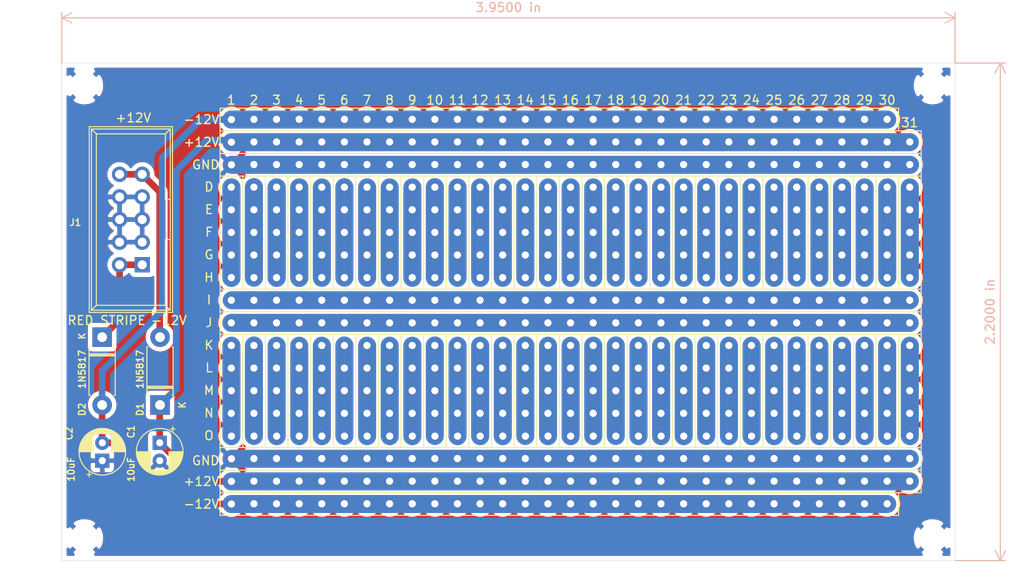
<source format=kicad_pcb>
(kicad_pcb (version 20171130) (host pcbnew 5.1.6-c6e7f7d~87~ubuntu20.04.1)
  (layers (0 F.Cu signal) (31 B.Cu signal) (34 B.Paste user) (35 F.Paste user) (36 B.SilkS user) (37 F.SilkS user) (38 B.Mask user) (39 F.Mask user) (44 Edge.Cuts user))
  (net 0 "")
  (net 1 GND)
  (net 2 +12V)
  (net 3 -12V)
  (net 4 "Net-(D1-Pad2)")
  (net 5 "Net-(D2-Pad1)")
  (module ao_tht:D_DO-41_SOD81_P7.62mm_Horizontal (layer F.Cu) (at 56.75 91.75 90)
    (fp_text reference D1 (at -0.5 -2.25 90) (layer F.SilkS) (effects (font (size 0.75 0.75))))
    (fp_text value 1N5817)
    (fp_text user K (at 0 2.5 90) (layer F.SilkS) (effects (font (size 0.75 0.75))))
    (fp_text user %V (at 4 -2.25 90) (layer F.SilkS) (effects (font (size 0.75 0.75))))
    (pad 2 thru_hole oval (at 7.62 0 90) (size 2.2 2.2) (drill 1.1) (layers *.Cu *.Mask) (net 4 "Net-(D1-Pad2)"))
    (pad 1 thru_hole rect (at 0 0 90) (size 2.2 2.2) (drill 1.1) (layers *.Cu *.Mask) (net 2 +12V))
  )
  (module ao_tht:D_DO-41_SOD81_P7.62mm_Horizontal (layer F.Cu) (at 50.25 84.13 270)
    (fp_text reference D2 (at 8.12 2.25 90) (layer F.SilkS) (effects (font (size 0.75 0.75))))
    (fp_text value 1N5817)
    (fp_text user K (at -0.13 2.25 90) (layer F.SilkS) (effects (font (size 0.75 0.75))))
    (fp_text user %V (at 3.62 2.25 90) (layer F.SilkS) (effects (font (size 0.75 0.75))))
    (pad 2 thru_hole oval (at 7.62 0 270) (size 2.2 2.2) (drill 1.1) (layers *.Cu *.Mask) (net 3 -12V))
    (pad 1 thru_hole rect (at 0 0 270) (size 2.2 2.2) (drill 1.1) (layers *.Cu *.Mask) (net 5 "Net-(D2-Pad1)"))
  )
  (module ao_tht:Power_Header (layer F.Cu) (at 54.75 76 180)
    (fp_text reference J1 (at 7.5 4.75) (layer F.SilkS) (effects (font (size 0.75 0.75))))
    (fp_text value Synth_power_2x5)
    (fp_text user "RED STRIPE" (at 4 -6.25) (layer F.SilkS))
    (fp_text user -12V (at -3 -6.25) (layer F.SilkS))
    (fp_text user +12V (at 1 16.5) (layer F.SilkS))
    (pad 10 thru_hole oval (at 2.54 10.16 180) (size 1.7272 1.7272) (drill 1.016) (layers *.Cu *.Mask) (net 4 "Net-(D1-Pad2)"))
    (pad 9 thru_hole oval (at 0 10.16 180) (size 1.7272 1.7272) (drill 1.016) (layers *.Cu *.Mask) (net 4 "Net-(D1-Pad2)"))
    (pad 8 thru_hole oval (at 2.54 7.62 180) (size 1.7272 1.7272) (drill 1.016) (layers *.Cu *.Mask) (net 1 GND))
    (pad 7 thru_hole oval (at 0 7.62 180) (size 1.7272 1.7272) (drill 1.016) (layers *.Cu *.Mask) (net 1 GND))
    (pad 6 thru_hole oval (at 2.54 5.08 180) (size 1.7272 1.7272) (drill 1.016) (layers *.Cu *.Mask) (net 1 GND))
    (pad 5 thru_hole oval (at 0 5.08 180) (size 1.7272 1.7272) (drill 1.016) (layers *.Cu *.Mask) (net 1 GND))
    (pad 4 thru_hole oval (at 2.54 2.54 180) (size 1.7272 1.7272) (drill 1.016) (layers *.Cu *.Mask) (net 1 GND))
    (pad 3 thru_hole oval (at 0 2.54 180) (size 1.7272 1.7272) (drill 1.016) (layers *.Cu *.Mask) (net 1 GND))
    (pad 2 thru_hole oval (at 2.54 0 180) (size 1.7272 1.7272) (drill 1.016) (layers *.Cu *.Mask) (net 5 "Net-(D2-Pad1)"))
    (pad 1 thru_hole rect (at 0 0 180) (size 1.7272 1.7272) (drill 1.016) (layers *.Cu *.Mask) (net 5 "Net-(D2-Pad1)"))
  )
  (module ao_tht:Perf_Board_Hole (layer F.Cu) (at 74.93 59.69)
    (fp_text reference REF** hide)
    (fp_text value PBH hide)
    (pad 1 thru_hole circle (at -0.0127 -0.0254) (size 1.905 1.905) (drill 0.8128) (layers *.Cu *.Mask))
  )
  (module ao_tht:Perf_Board_Hole (layer F.Cu) (at 69.85 97.79)
    (fp_text reference REF** hide)
    (fp_text value PBH hide)
    (pad 1 thru_hole circle (at -0.0127 -0.0254) (size 1.905 1.905) (drill 0.8128) (layers *.Cu *.Mask))
  )
  (module ao_tht:Perf_Board_Hole (layer F.Cu) (at 74.93 102.87)
    (fp_text reference REF** hide)
    (fp_text value PBH hide)
    (pad 1 thru_hole circle (at -0.0127 -0.0254) (size 1.905 1.905) (drill 0.8128) (layers *.Cu *.Mask))
  )
  (module ao_tht:Perf_Board_Hole (layer F.Cu) (at 74.93 100.33)
    (fp_text reference REF** hide)
    (fp_text value PBH hide)
    (pad 1 thru_hole circle (at -0.0127 -0.0254) (size 1.905 1.905) (drill 0.8128) (layers *.Cu *.Mask))
  )
  (module ao_tht:Perf_Board_Hole (layer F.Cu) (at 72.39 102.87)
    (fp_text reference REF** hide)
    (fp_text value PBH hide)
    (pad 1 thru_hole circle (at -0.0127 -0.0254) (size 1.905 1.905) (drill 0.8128) (layers *.Cu *.Mask))
  )
  (module ao_tht:Perf_Board_Hole (layer F.Cu) (at 74.93 97.79)
    (fp_text reference REF** hide)
    (fp_text value PBH hide)
    (pad 1 thru_hole circle (at -0.0127 -0.0254) (size 1.905 1.905) (drill 0.8128) (layers *.Cu *.Mask))
  )
  (module ao_tht:Perf_Board_Hole (layer F.Cu) (at 80.01 102.87)
    (fp_text reference REF** hide)
    (fp_text value PBH hide)
    (pad 1 thru_hole circle (at -0.0127 -0.0254) (size 1.905 1.905) (drill 0.8128) (layers *.Cu *.Mask))
  )
  (module ao_tht:Perf_Board_Hole (layer F.Cu) (at 77.47 62.23)
    (fp_text reference REF** hide)
    (fp_text value PBH hide)
    (pad 1 thru_hole circle (at -0.0127 -0.0254) (size 1.905 1.905) (drill 0.8128) (layers *.Cu *.Mask))
  )
  (module ao_tht:Perf_Board_Hole (layer F.Cu) (at 67.31 97.79)
    (fp_text reference REF** hide)
    (fp_text value PBH hide)
    (pad 1 thru_hole circle (at -0.0127 -0.0254) (size 1.905 1.905) (drill 0.8128) (layers *.Cu *.Mask))
  )
  (module ao_tht:Perf_Board_Hole (layer F.Cu) (at 80.01 82.55)
    (fp_text reference REF** hide)
    (fp_text value PBH hide)
    (pad 1 thru_hole circle (at -0.0127 -0.0254) (size 1.905 1.905) (drill 0.8128) (layers *.Cu *.Mask))
  )
  (module ao_tht:Perf_Board_Hole (layer F.Cu) (at 77.47 90.17)
    (fp_text reference REF** hide)
    (fp_text value PBH hide)
    (pad 1 thru_hole circle (at -0.0127 -0.0254) (size 1.905 1.905) (drill 0.8128) (layers *.Cu *.Mask))
  )
  (module ao_tht:Perf_Board_Hole (layer F.Cu) (at 77.47 74.93)
    (fp_text reference REF** hide)
    (fp_text value PBH hide)
    (pad 1 thru_hole circle (at -0.0127 -0.0254) (size 1.905 1.905) (drill 0.8128) (layers *.Cu *.Mask))
  )
  (module ao_tht:Perf_Board_Hole (layer F.Cu) (at 74.93 72.39)
    (fp_text reference REF** hide)
    (fp_text value PBH hide)
    (pad 1 thru_hole circle (at -0.0127 -0.0254) (size 1.905 1.905) (drill 0.8128) (layers *.Cu *.Mask))
  )
  (module ao_tht:Perf_Board_Hole (layer F.Cu) (at 77.47 87.63)
    (fp_text reference REF** hide)
    (fp_text value PBH hide)
    (pad 1 thru_hole circle (at -0.0127 -0.0254) (size 1.905 1.905) (drill 0.8128) (layers *.Cu *.Mask))
  )
  (module ao_tht:Perf_Board_Hole (layer F.Cu) (at 80.01 92.71)
    (fp_text reference REF** hide)
    (fp_text value PBH hide)
    (pad 1 thru_hole circle (at -0.0127 -0.0254) (size 1.905 1.905) (drill 0.8128) (layers *.Cu *.Mask))
  )
  (module ao_tht:Perf_Board_Hole (layer F.Cu) (at 74.93 74.93)
    (fp_text reference REF** hide)
    (fp_text value PBH hide)
    (pad 1 thru_hole circle (at -0.0127 -0.0254) (size 1.905 1.905) (drill 0.8128) (layers *.Cu *.Mask))
  )
  (module ao_tht:Perf_Board_Hole (layer F.Cu) (at 80.01 80.01)
    (fp_text reference REF** hide)
    (fp_text value PBH hide)
    (pad 1 thru_hole circle (at -0.0127 -0.0254) (size 1.905 1.905) (drill 0.8128) (layers *.Cu *.Mask))
  )
  (module ao_tht:Perf_Board_Hole (layer F.Cu) (at 74.93 80.01)
    (fp_text reference REF** hide)
    (fp_text value PBH hide)
    (pad 1 thru_hole circle (at -0.0127 -0.0254) (size 1.905 1.905) (drill 0.8128) (layers *.Cu *.Mask))
  )
  (module ao_tht:Perf_Board_Hole (layer F.Cu) (at 74.93 82.55)
    (fp_text reference REF** hide)
    (fp_text value PBH hide)
    (pad 1 thru_hole circle (at -0.0127 -0.0254) (size 1.905 1.905) (drill 0.8128) (layers *.Cu *.Mask))
  )
  (module ao_tht:Perf_Board_Hole (layer F.Cu) (at 77.47 67.31)
    (fp_text reference REF** hide)
    (fp_text value PBH hide)
    (pad 1 thru_hole circle (at -0.0127 -0.0254) (size 1.905 1.905) (drill 0.8128) (layers *.Cu *.Mask))
  )
  (module ao_tht:Perf_Board_Hole (layer F.Cu) (at 77.47 69.85)
    (fp_text reference REF** hide)
    (fp_text value PBH hide)
    (pad 1 thru_hole circle (at -0.0127 -0.0254) (size 1.905 1.905) (drill 0.8128) (layers *.Cu *.Mask))
  )
  (module ao_tht:Perf_Board_Hole (layer F.Cu) (at 77.47 82.55)
    (fp_text reference REF** hide)
    (fp_text value PBH hide)
    (pad 1 thru_hole circle (at -0.0127 -0.0254) (size 1.905 1.905) (drill 0.8128) (layers *.Cu *.Mask))
  )
  (module ao_tht:Perf_Board_Hole (layer F.Cu) (at 74.93 77.47)
    (fp_text reference REF** hide)
    (fp_text value PBH hide)
    (pad 1 thru_hole circle (at -0.0127 -0.0254) (size 1.905 1.905) (drill 0.8128) (layers *.Cu *.Mask))
  )
  (module ao_tht:Perf_Board_Hole (layer F.Cu) (at 80.0227 95.2754)
    (fp_text reference REF** hide)
    (fp_text value PBH hide)
    (pad 1 thru_hole circle (at -0.0127 -0.0254) (size 1.905 1.905) (drill 0.8128) (layers *.Cu *.Mask))
  )
  (module ao_tht:Perf_Board_Hole (layer F.Cu) (at 77.47 77.47)
    (fp_text reference REF** hide)
    (fp_text value PBH hide)
    (pad 1 thru_hole circle (at -0.0127 -0.0254) (size 1.905 1.905) (drill 0.8128) (layers *.Cu *.Mask))
  )
  (module ao_tht:Perf_Board_Hole (layer F.Cu) (at 80.01 90.17)
    (fp_text reference REF** hide)
    (fp_text value PBH hide)
    (pad 1 thru_hole circle (at -0.0127 -0.0254) (size 1.905 1.905) (drill 0.8128) (layers *.Cu *.Mask))
  )
  (module ao_tht:Perf_Board_Hole (layer F.Cu) (at 77.47 85.09)
    (fp_text reference REF** hide)
    (fp_text value PBH hide)
    (pad 1 thru_hole circle (at -0.0127 -0.0254) (size 1.905 1.905) (drill 0.8128) (layers *.Cu *.Mask))
  )
  (module ao_tht:Perf_Board_Hole (layer F.Cu) (at 74.93 67.31)
    (fp_text reference REF** hide)
    (fp_text value PBH hide)
    (pad 1 thru_hole circle (at -0.0127 -0.0254) (size 1.905 1.905) (drill 0.8128) (layers *.Cu *.Mask))
  )
  (module ao_tht:Perf_Board_Hole (layer F.Cu) (at 80.01 77.47)
    (fp_text reference REF** hide)
    (fp_text value PBH hide)
    (pad 1 thru_hole circle (at -0.0127 -0.0254) (size 1.905 1.905) (drill 0.8128) (layers *.Cu *.Mask))
  )
  (module ao_tht:Perf_Board_Hole (layer F.Cu) (at 74.93 92.71)
    (fp_text reference REF** hide)
    (fp_text value PBH hide)
    (pad 1 thru_hole circle (at -0.0127 -0.0254) (size 1.905 1.905) (drill 0.8128) (layers *.Cu *.Mask))
  )
  (module ao_tht:Perf_Board_Hole (layer F.Cu) (at 80.01 74.93)
    (fp_text reference REF** hide)
    (fp_text value PBH hide)
    (pad 1 thru_hole circle (at -0.0127 -0.0254) (size 1.905 1.905) (drill 0.8128) (layers *.Cu *.Mask))
  )
  (module ao_tht:Perf_Board_Hole (layer F.Cu) (at 77.47 92.71)
    (fp_text reference REF** hide)
    (fp_text value PBH hide)
    (pad 1 thru_hole circle (at -0.0127 -0.0254) (size 1.905 1.905) (drill 0.8128) (layers *.Cu *.Mask))
  )
  (module ao_tht:Perf_Board_Hole (layer F.Cu) (at 77.4827 95.2754)
    (fp_text reference REF** hide)
    (fp_text value PBH hide)
    (pad 1 thru_hole circle (at -0.0127 -0.0254) (size 1.905 1.905) (drill 0.8128) (layers *.Cu *.Mask))
  )
  (module ao_tht:Perf_Board_Hole (layer F.Cu) (at 74.93 85.09)
    (fp_text reference REF** hide)
    (fp_text value PBH hide)
    (pad 1 thru_hole circle (at -0.0127 -0.0254) (size 1.905 1.905) (drill 0.8128) (layers *.Cu *.Mask))
  )
  (module ao_tht:Perf_Board_Hole (layer F.Cu) (at 77.47 80.01)
    (fp_text reference REF** hide)
    (fp_text value PBH hide)
    (pad 1 thru_hole circle (at -0.0127 -0.0254) (size 1.905 1.905) (drill 0.8128) (layers *.Cu *.Mask))
  )
  (module ao_tht:Perf_Board_Hole (layer F.Cu) (at 80.01 87.63)
    (fp_text reference REF** hide)
    (fp_text value PBH hide)
    (pad 1 thru_hole circle (at -0.0127 -0.0254) (size 1.905 1.905) (drill 0.8128) (layers *.Cu *.Mask))
  )
  (module ao_tht:Perf_Board_Hole (layer F.Cu) (at 74.93 69.85)
    (fp_text reference REF** hide)
    (fp_text value PBH hide)
    (pad 1 thru_hole circle (at -0.0127 -0.0254) (size 1.905 1.905) (drill 0.8128) (layers *.Cu *.Mask))
  )
  (module ao_tht:Perf_Board_Hole (layer F.Cu) (at 80.01 69.85)
    (fp_text reference REF** hide)
    (fp_text value PBH hide)
    (pad 1 thru_hole circle (at -0.0127 -0.0254) (size 1.905 1.905) (drill 0.8128) (layers *.Cu *.Mask))
  )
  (module ao_tht:Perf_Board_Hole (layer F.Cu) (at 74.93 87.63)
    (fp_text reference REF** hide)
    (fp_text value PBH hide)
    (pad 1 thru_hole circle (at -0.0127 -0.0254) (size 1.905 1.905) (drill 0.8128) (layers *.Cu *.Mask))
  )
  (module ao_tht:Perf_Board_Hole (layer F.Cu) (at 74.9427 95.2754)
    (fp_text reference REF** hide)
    (fp_text value PBH hide)
    (pad 1 thru_hole circle (at -0.0127 -0.0254) (size 1.905 1.905) (drill 0.8128) (layers *.Cu *.Mask))
  )
  (module ao_tht:Perf_Board_Hole (layer F.Cu) (at 72.39 62.23)
    (fp_text reference REF** hide)
    (fp_text value PBH hide)
    (pad 1 thru_hole circle (at -0.0127 -0.0254) (size 1.905 1.905) (drill 0.8128) (layers *.Cu *.Mask))
  )
  (module ao_tht:Perf_Board_Hole (layer F.Cu) (at 67.31 59.69)
    (fp_text reference REF** hide)
    (fp_text value PBH hide)
    (pad 1 thru_hole circle (at -0.0127 -0.0254) (size 1.905 1.905) (drill 0.8128) (layers *.Cu *.Mask))
  )
  (module ao_tht:Perf_Board_Hole (layer F.Cu) (at 80.01 59.69)
    (fp_text reference REF** hide)
    (fp_text value PBH hide)
    (pad 1 thru_hole circle (at -0.0127 -0.0254) (size 1.905 1.905) (drill 0.8128) (layers *.Cu *.Mask))
  )
  (module ao_tht:Perf_Board_Hole (layer F.Cu) (at 67.31 102.87)
    (fp_text reference REF** hide)
    (fp_text value PBH hide)
    (pad 1 thru_hole circle (at -0.0127 -0.0254) (size 1.905 1.905) (drill 0.8128) (layers *.Cu *.Mask))
  )
  (module ao_tht:Perf_Board_Hole (layer F.Cu) (at 72.39 100.33)
    (fp_text reference REF** hide)
    (fp_text value PBH hide)
    (pad 1 thru_hole circle (at -0.0127 -0.0254) (size 1.905 1.905) (drill 0.8128) (layers *.Cu *.Mask))
  )
  (module ao_tht:Perf_Board_Hole (layer F.Cu) (at 67.31 64.77)
    (fp_text reference REF** hide)
    (fp_text value PBH hide)
    (pad 1 thru_hole circle (at -0.0127 -0.0254) (size 1.905 1.905) (drill 0.8128) (layers *.Cu *.Mask))
  )
  (module ao_tht:Perf_Board_Hole (layer F.Cu) (at 67.31 100.33)
    (fp_text reference REF** hide)
    (fp_text value PBH hide)
    (pad 1 thru_hole circle (at -0.0127 -0.0254) (size 1.905 1.905) (drill 0.8128) (layers *.Cu *.Mask))
  )
  (module ao_tht:Perf_Board_Hole (layer F.Cu) (at 69.85 102.87)
    (fp_text reference REF** hide)
    (fp_text value PBH hide)
    (pad 1 thru_hole circle (at -0.0127 -0.0254) (size 1.905 1.905) (drill 0.8128) (layers *.Cu *.Mask))
  )
  (module ao_tht:Perf_Board_Hole (layer F.Cu) (at 80.01 64.77)
    (fp_text reference REF** hide)
    (fp_text value PBH hide)
    (pad 1 thru_hole circle (at -0.0127 -0.0254) (size 1.905 1.905) (drill 0.8128) (layers *.Cu *.Mask))
  )
  (module ao_tht:Perf_Board_Hole (layer F.Cu) (at 77.47 97.79)
    (fp_text reference REF** hide)
    (fp_text value PBH hide)
    (pad 1 thru_hole circle (at -0.0127 -0.0254) (size 1.905 1.905) (drill 0.8128) (layers *.Cu *.Mask))
  )
  (module ao_tht:Perf_Board_Hole (layer F.Cu) (at 77.47 59.69)
    (fp_text reference REF** hide)
    (fp_text value PBH hide)
    (pad 1 thru_hole circle (at -0.0127 -0.0254) (size 1.905 1.905) (drill 0.8128) (layers *.Cu *.Mask))
  )
  (module ao_tht:Perf_Board_Hole (layer F.Cu) (at 69.85 100.33)
    (fp_text reference REF** hide)
    (fp_text value PBH hide)
    (pad 1 thru_hole circle (at -0.0127 -0.0254) (size 1.905 1.905) (drill 0.8128) (layers *.Cu *.Mask))
  )
  (module ao_tht:Perf_Board_Hole (layer F.Cu) (at 69.85 64.77)
    (fp_text reference REF** hide)
    (fp_text value PBH hide)
    (pad 1 thru_hole circle (at -0.0127 -0.0254) (size 1.905 1.905) (drill 0.8128) (layers *.Cu *.Mask))
  )
  (module ao_tht:Perf_Board_Hole (layer F.Cu) (at 69.85 69.85)
    (fp_text reference REF** hide)
    (fp_text value PBH hide)
    (pad 1 thru_hole circle (at -0.0127 -0.0254) (size 1.905 1.905) (drill 0.8128) (layers *.Cu *.Mask))
  )
  (module ao_tht:Perf_Board_Hole (layer F.Cu) (at 64.77 67.31)
    (fp_text reference REF** hide)
    (fp_text value PBH hide)
    (pad 1 thru_hole circle (at -0.0127 -0.0254) (size 1.905 1.905) (drill 0.8128) (layers *.Cu *.Mask))
  )
  (module ao_tht:Perf_Board_Hole (layer F.Cu) (at 80.01 85.09)
    (fp_text reference REF** hide)
    (fp_text value PBH hide)
    (pad 1 thru_hole circle (at -0.0127 -0.0254) (size 1.905 1.905) (drill 0.8128) (layers *.Cu *.Mask))
  )
  (module ao_tht:Perf_Board_Hole (layer F.Cu) (at 80.01 67.31)
    (fp_text reference REF** hide)
    (fp_text value PBH hide)
    (pad 1 thru_hole circle (at -0.0127 -0.0254) (size 1.905 1.905) (drill 0.8128) (layers *.Cu *.Mask))
  )
  (module ao_tht:Perf_Board_Hole (layer F.Cu) (at 74.93 90.17)
    (fp_text reference REF** hide)
    (fp_text value PBH hide)
    (pad 1 thru_hole circle (at -0.0127 -0.0254) (size 1.905 1.905) (drill 0.8128) (layers *.Cu *.Mask))
  )
  (module ao_tht:Perf_Board_Hole (layer F.Cu) (at 77.47 72.39)
    (fp_text reference REF** hide)
    (fp_text value PBH hide)
    (pad 1 thru_hole circle (at -0.0127 -0.0254) (size 1.905 1.905) (drill 0.8128) (layers *.Cu *.Mask))
  )
  (module ao_tht:Perf_Board_Hole (layer F.Cu) (at 80.01 72.39)
    (fp_text reference REF** hide)
    (fp_text value PBH hide)
    (pad 1 thru_hole circle (at -0.0127 -0.0254) (size 1.905 1.905) (drill 0.8128) (layers *.Cu *.Mask))
  )
  (module ao_tht:Perf_Board_Hole (layer F.Cu) (at 72.39 82.55)
    (fp_text reference REF** hide)
    (fp_text value PBH hide)
    (pad 1 thru_hole circle (at -0.0127 -0.0254) (size 1.905 1.905) (drill 0.8128) (layers *.Cu *.Mask))
  )
  (module ao_tht:Perf_Board_Hole (layer F.Cu) (at 72.39 92.71)
    (fp_text reference REF** hide)
    (fp_text value PBH hide)
    (pad 1 thru_hole circle (at -0.0127 -0.0254) (size 1.905 1.905) (drill 0.8128) (layers *.Cu *.Mask))
  )
  (module ao_tht:Perf_Board_Hole (layer F.Cu) (at 72.39 80.01)
    (fp_text reference REF** hide)
    (fp_text value PBH hide)
    (pad 1 thru_hole circle (at -0.0127 -0.0254) (size 1.905 1.905) (drill 0.8128) (layers *.Cu *.Mask))
  )
  (module ao_tht:Perf_Board_Hole (layer F.Cu) (at 72.4027 95.2754)
    (fp_text reference REF** hide)
    (fp_text value PBH hide)
    (pad 1 thru_hole circle (at -0.0127 -0.0254) (size 1.905 1.905) (drill 0.8128) (layers *.Cu *.Mask))
  )
  (module ao_tht:Perf_Board_Hole (layer F.Cu) (at 72.39 90.17)
    (fp_text reference REF** hide)
    (fp_text value PBH hide)
    (pad 1 thru_hole circle (at -0.0127 -0.0254) (size 1.905 1.905) (drill 0.8128) (layers *.Cu *.Mask))
  )
  (module ao_tht:Perf_Board_Hole (layer F.Cu) (at 72.39 77.47)
    (fp_text reference REF** hide)
    (fp_text value PBH hide)
    (pad 1 thru_hole circle (at -0.0127 -0.0254) (size 1.905 1.905) (drill 0.8128) (layers *.Cu *.Mask))
  )
  (module ao_tht:Perf_Board_Hole (layer F.Cu) (at 72.39 74.93)
    (fp_text reference REF** hide)
    (fp_text value PBH hide)
    (pad 1 thru_hole circle (at -0.0127 -0.0254) (size 1.905 1.905) (drill 0.8128) (layers *.Cu *.Mask))
  )
  (module ao_tht:Perf_Board_Hole (layer F.Cu) (at 72.39 87.63)
    (fp_text reference REF** hide)
    (fp_text value PBH hide)
    (pad 1 thru_hole circle (at -0.0127 -0.0254) (size 1.905 1.905) (drill 0.8128) (layers *.Cu *.Mask))
  )
  (module ao_tht:Perf_Board_Hole (layer F.Cu) (at 72.39 69.85)
    (fp_text reference REF** hide)
    (fp_text value PBH hide)
    (pad 1 thru_hole circle (at -0.0127 -0.0254) (size 1.905 1.905) (drill 0.8128) (layers *.Cu *.Mask))
  )
  (module ao_tht:Perf_Board_Hole (layer F.Cu) (at 72.39 85.09)
    (fp_text reference REF** hide)
    (fp_text value PBH hide)
    (pad 1 thru_hole circle (at -0.0127 -0.0254) (size 1.905 1.905) (drill 0.8128) (layers *.Cu *.Mask))
  )
  (module ao_tht:Perf_Board_Hole (layer F.Cu) (at 72.39 67.31)
    (fp_text reference REF** hide)
    (fp_text value PBH hide)
    (pad 1 thru_hole circle (at -0.0127 -0.0254) (size 1.905 1.905) (drill 0.8128) (layers *.Cu *.Mask))
  )
  (module ao_tht:Perf_Board_Hole (layer F.Cu) (at 72.39 72.39)
    (fp_text reference REF** hide)
    (fp_text value PBH hide)
    (pad 1 thru_hole circle (at -0.0127 -0.0254) (size 1.905 1.905) (drill 0.8128) (layers *.Cu *.Mask))
  )
  (module ao_tht:Perf_Board_Hole (layer F.Cu) (at 69.85 90.17)
    (fp_text reference REF** hide)
    (fp_text value PBH hide)
    (pad 1 thru_hole circle (at -0.0127 -0.0254) (size 1.905 1.905) (drill 0.8128) (layers *.Cu *.Mask))
  )
  (module ao_tht:Perf_Board_Hole (layer F.Cu) (at 69.85 74.93)
    (fp_text reference REF** hide)
    (fp_text value PBH hide)
    (pad 1 thru_hole circle (at -0.0127 -0.0254) (size 1.905 1.905) (drill 0.8128) (layers *.Cu *.Mask))
  )
  (module ao_tht:Perf_Board_Hole (layer F.Cu) (at 69.85 87.63)
    (fp_text reference REF** hide)
    (fp_text value PBH hide)
    (pad 1 thru_hole circle (at -0.0127 -0.0254) (size 1.905 1.905) (drill 0.8128) (layers *.Cu *.Mask))
  )
  (module ao_tht:Perf_Board_Hole (layer F.Cu) (at 69.85 67.31)
    (fp_text reference REF** hide)
    (fp_text value PBH hide)
    (pad 1 thru_hole circle (at -0.0127 -0.0254) (size 1.905 1.905) (drill 0.8128) (layers *.Cu *.Mask))
  )
  (module ao_tht:Perf_Board_Hole (layer F.Cu) (at 69.85 82.55)
    (fp_text reference REF** hide)
    (fp_text value PBH hide)
    (pad 1 thru_hole circle (at -0.0127 -0.0254) (size 1.905 1.905) (drill 0.8128) (layers *.Cu *.Mask))
  )
  (module ao_tht:Perf_Board_Hole (layer F.Cu) (at 69.85 77.47)
    (fp_text reference REF** hide)
    (fp_text value PBH hide)
    (pad 1 thru_hole circle (at -0.0127 -0.0254) (size 1.905 1.905) (drill 0.8128) (layers *.Cu *.Mask))
  )
  (module ao_tht:Perf_Board_Hole (layer F.Cu) (at 69.85 85.09)
    (fp_text reference REF** hide)
    (fp_text value PBH hide)
    (pad 1 thru_hole circle (at -0.0127 -0.0254) (size 1.905 1.905) (drill 0.8128) (layers *.Cu *.Mask))
  )
  (module ao_tht:Perf_Board_Hole (layer F.Cu) (at 69.85 92.71)
    (fp_text reference REF** hide)
    (fp_text value PBH hide)
    (pad 1 thru_hole circle (at -0.0127 -0.0254) (size 1.905 1.905) (drill 0.8128) (layers *.Cu *.Mask))
  )
  (module ao_tht:Perf_Board_Hole (layer F.Cu) (at 69.8627 95.2754)
    (fp_text reference REF** hide)
    (fp_text value PBH hide)
    (pad 1 thru_hole circle (at -0.0127 -0.0254) (size 1.905 1.905) (drill 0.8128) (layers *.Cu *.Mask))
  )
  (module ao_tht:Perf_Board_Hole (layer F.Cu) (at 69.85 80.01)
    (fp_text reference REF** hide)
    (fp_text value PBH hide)
    (pad 1 thru_hole circle (at -0.0127 -0.0254) (size 1.905 1.905) (drill 0.8128) (layers *.Cu *.Mask))
  )
  (module ao_tht:Perf_Board_Hole (layer F.Cu) (at 69.85 72.39)
    (fp_text reference REF** hide)
    (fp_text value PBH hide)
    (pad 1 thru_hole circle (at -0.0127 -0.0254) (size 1.905 1.905) (drill 0.8128) (layers *.Cu *.Mask))
  )
  (module ao_tht:Perf_Board_Hole (layer F.Cu) (at 67.31 72.39)
    (fp_text reference REF** hide)
    (fp_text value PBH hide)
    (pad 1 thru_hole circle (at -0.0127 -0.0254) (size 1.905 1.905) (drill 0.8128) (layers *.Cu *.Mask))
  )
  (module ao_tht:Perf_Board_Hole (layer F.Cu) (at 67.31 74.93)
    (fp_text reference REF** hide)
    (fp_text value PBH hide)
    (pad 1 thru_hole circle (at -0.0127 -0.0254) (size 1.905 1.905) (drill 0.8128) (layers *.Cu *.Mask))
  )
  (module ao_tht:Perf_Board_Hole (layer F.Cu) (at 67.31 80.01)
    (fp_text reference REF** hide)
    (fp_text value PBH hide)
    (pad 1 thru_hole circle (at -0.0127 -0.0254) (size 1.905 1.905) (drill 0.8128) (layers *.Cu *.Mask))
  )
  (module ao_tht:Perf_Board_Hole (layer F.Cu) (at 67.31 82.55)
    (fp_text reference REF** hide)
    (fp_text value PBH hide)
    (pad 1 thru_hole circle (at -0.0127 -0.0254) (size 1.905 1.905) (drill 0.8128) (layers *.Cu *.Mask))
  )
  (module ao_tht:Perf_Board_Hole (layer F.Cu) (at 67.31 77.47)
    (fp_text reference REF** hide)
    (fp_text value PBH hide)
    (pad 1 thru_hole circle (at -0.0127 -0.0254) (size 1.905 1.905) (drill 0.8128) (layers *.Cu *.Mask))
  )
  (module ao_tht:Perf_Board_Hole (layer F.Cu) (at 67.31 67.31)
    (fp_text reference REF** hide)
    (fp_text value PBH hide)
    (pad 1 thru_hole circle (at -0.0127 -0.0254) (size 1.905 1.905) (drill 0.8128) (layers *.Cu *.Mask))
  )
  (module ao_tht:Perf_Board_Hole (layer F.Cu) (at 67.31 92.71)
    (fp_text reference REF** hide)
    (fp_text value PBH hide)
    (pad 1 thru_hole circle (at -0.0127 -0.0254) (size 1.905 1.905) (drill 0.8128) (layers *.Cu *.Mask))
  )
  (module ao_tht:Perf_Board_Hole (layer F.Cu) (at 67.31 85.09)
    (fp_text reference REF** hide)
    (fp_text value PBH hide)
    (pad 1 thru_hole circle (at -0.0127 -0.0254) (size 1.905 1.905) (drill 0.8128) (layers *.Cu *.Mask))
  )
  (module ao_tht:Perf_Board_Hole (layer F.Cu) (at 67.31 69.85)
    (fp_text reference REF** hide)
    (fp_text value PBH hide)
    (pad 1 thru_hole circle (at -0.0127 -0.0254) (size 1.905 1.905) (drill 0.8128) (layers *.Cu *.Mask))
  )
  (module ao_tht:Perf_Board_Hole (layer F.Cu) (at 67.31 87.63)
    (fp_text reference REF** hide)
    (fp_text value PBH hide)
    (pad 1 thru_hole circle (at -0.0127 -0.0254) (size 1.905 1.905) (drill 0.8128) (layers *.Cu *.Mask))
  )
  (module ao_tht:Perf_Board_Hole (layer F.Cu) (at 67.3227 95.2754)
    (fp_text reference REF** hide)
    (fp_text value PBH hide)
    (pad 1 thru_hole circle (at -0.0127 -0.0254) (size 1.905 1.905) (drill 0.8128) (layers *.Cu *.Mask))
  )
  (module ao_tht:Perf_Board_Hole (layer F.Cu) (at 67.31 90.17)
    (fp_text reference REF** hide)
    (fp_text value PBH hide)
    (pad 1 thru_hole circle (at -0.0127 -0.0254) (size 1.905 1.905) (drill 0.8128) (layers *.Cu *.Mask))
  )
  (module ao_tht:Perf_Board_Hole (layer F.Cu) (at 64.77 69.85)
    (fp_text reference REF** hide)
    (fp_text value PBH hide)
    (pad 1 thru_hole circle (at -0.0127 -0.0254) (size 1.905 1.905) (drill 0.8128) (layers *.Cu *.Mask))
  )
  (module ao_tht:Perf_Board_Hole (layer F.Cu) (at 64.77 72.39)
    (fp_text reference REF** hide)
    (fp_text value PBH hide)
    (pad 1 thru_hole circle (at -0.0127 -0.0254) (size 1.905 1.905) (drill 0.8128) (layers *.Cu *.Mask))
  )
  (module ao_tht:Perf_Board_Hole (layer F.Cu) (at 64.77 74.93)
    (fp_text reference REF** hide)
    (fp_text value PBH hide)
    (pad 1 thru_hole circle (at -0.0127 -0.0254) (size 1.905 1.905) (drill 0.8128) (layers *.Cu *.Mask))
  )
  (module ao_tht:Perf_Board_Hole (layer F.Cu) (at 64.77 77.47)
    (fp_text reference REF** hide)
    (fp_text value PBH hide)
    (pad 1 thru_hole circle (at -0.0127 -0.0254) (size 1.905 1.905) (drill 0.8128) (layers *.Cu *.Mask))
  )
  (module ao_tht:Perf_Board_Hole (layer F.Cu) (at 64.77 80.01)
    (fp_text reference REF** hide)
    (fp_text value PBH hide)
    (pad 1 thru_hole circle (at -0.0127 -0.0254) (size 1.905 1.905) (drill 0.8128) (layers *.Cu *.Mask))
  )
  (module ao_tht:Perf_Board_Hole (layer F.Cu) (at 64.77 82.55)
    (fp_text reference REF** hide)
    (fp_text value PBH hide)
    (pad 1 thru_hole circle (at -0.0127 -0.0254) (size 1.905 1.905) (drill 0.8128) (layers *.Cu *.Mask))
  )
  (module ao_tht:Perf_Board_Hole (layer F.Cu) (at 64.77 85.09)
    (fp_text reference REF** hide)
    (fp_text value PBH hide)
    (pad 1 thru_hole circle (at -0.0127 -0.0254) (size 1.905 1.905) (drill 0.8128) (layers *.Cu *.Mask))
  )
  (module ao_tht:Perf_Board_Hole (layer F.Cu) (at 64.77 87.63)
    (fp_text reference REF** hide)
    (fp_text value PBH hide)
    (pad 1 thru_hole circle (at -0.0127 -0.0254) (size 1.905 1.905) (drill 0.8128) (layers *.Cu *.Mask))
  )
  (module ao_tht:Perf_Board_Hole (layer F.Cu) (at 64.77 90.17)
    (fp_text reference REF** hide)
    (fp_text value PBH hide)
    (pad 1 thru_hole circle (at -0.0127 -0.0254) (size 1.905 1.905) (drill 0.8128) (layers *.Cu *.Mask))
  )
  (module ao_tht:Perf_Board_Hole (layer F.Cu) (at 64.77 92.71)
    (fp_text reference REF** hide)
    (fp_text value PBH hide)
    (pad 1 thru_hole circle (at -0.0127 -0.0254) (size 1.905 1.905) (drill 0.8128) (layers *.Cu *.Mask))
  )
  (module ao_tht:Perf_Board_Hole (layer F.Cu) (at 64.77 59.69)
    (fp_text reference J7 hide)
    (fp_text value Conn_01x01 hide)
    (pad 1 thru_hole circle (at 0 0) (size 1.905 1.905) (drill 0.8128) (layers *.Cu *.Mask) (net 3 -12V))
  )
  (module ao_tht:Perf_Board_Hole (layer F.Cu) (at 64.77 102.87)
    (fp_text reference J6 hide)
    (fp_text value Conn_01x01 hide)
    (pad 1 thru_hole circle (at 0 0) (size 1.905 1.905) (drill 0.8128) (layers *.Cu *.Mask) (net 3 -12V))
  )
  (module ao_tht:Perf_Board_Hole (layer F.Cu) (at 64.77 64.77)
    (fp_text reference J5 hide)
    (fp_text value Conn_01x01 hide)
    (pad 1 thru_hole circle (at 0 0) (size 1.905 1.905) (drill 0.8128) (layers *.Cu *.Mask) (net 1 GND))
  )
  (module ao_tht:Perf_Board_Hole (layer F.Cu) (at 64.8335 97.79)
    (fp_text reference J4 hide)
    (fp_text value Conn_01x01 hide)
    (pad 1 thru_hole circle (at -0.0635 0) (size 1.905 1.905) (drill 0.8128) (layers *.Cu *.Mask) (net 1 GND))
  )
  (module ao_tht:Perf_Board_Hole (layer F.Cu) (at 64.77 62.23)
    (fp_text reference J3 hide)
    (fp_text value Conn_01x01 hide)
    (pad 1 thru_hole circle (at 0 0) (size 1.905 1.905) (drill 0.8128) (layers *.Cu *.Mask) (net 2 +12V))
  )
  (module ao_tht:Perf_Board_Hole (layer F.Cu) (at 64.77 100.33)
    (fp_text reference J2 hide)
    (fp_text value Conn_01x01 hide)
    (pad 1 thru_hole circle (at 0 0) (size 1.905 1.905) (drill 0.8128) (layers *.Cu *.Mask) (net 2 +12V))
  )
  (module ao_tht:MountingHole_3.2mm_M3 (layer F.Cu) (at 48.26 106.68)
    (fp_text reference REF** hide)
    (fp_text value MountingHole_3.2mm_M3)
    (pad 1 np_thru_hole circle (at 0 0) (size 3.2 3.2) (drill 3.2) (layers *.Cu *.Mask) (net 1 GND))
  )
  (module ao_tht:MountingHole_3.2mm_M3 (layer F.Cu) (at 48.26 55.88)
    (fp_text reference REF** hide)
    (fp_text value MountingHole_3.2mm_M3)
    (pad 1 np_thru_hole circle (at 0 0) (size 3.2 3.2) (drill 3.2) (layers *.Cu *.Mask) (net 1 GND))
  )
  (module ao_tht:Perf_Board_Hole (layer F.Cu) (at 64.7827 95.2754)
    (fp_text reference REF** hide)
    (fp_text value PBH hide)
    (pad 1 thru_hole circle (at -0.0127 -0.0254) (size 1.905 1.905) (drill 0.8128) (layers *.Cu *.Mask))
  )
  (module ao_tht:Perf_Board_Hole (layer F.Cu) (at 69.85 62.23)
    (fp_text reference REF** hide)
    (fp_text value PBH hide)
    (pad 1 thru_hole circle (at -0.0127 -0.0254) (size 1.905 1.905) (drill 0.8128) (layers *.Cu *.Mask))
  )
  (module ao_tht:Perf_Board_Hole (layer F.Cu) (at 77.47 102.87)
    (fp_text reference REF** hide)
    (fp_text value PBH hide)
    (pad 1 thru_hole circle (at -0.0127 -0.0254) (size 1.905 1.905) (drill 0.8128) (layers *.Cu *.Mask))
  )
  (module ao_tht:Perf_Board_Hole (layer F.Cu) (at 74.93 62.23)
    (fp_text reference REF** hide)
    (fp_text value PBH hide)
    (pad 1 thru_hole circle (at -0.0127 -0.0254) (size 1.905 1.905) (drill 0.8128) (layers *.Cu *.Mask))
  )
  (module ao_tht:Perf_Board_Hole (layer F.Cu) (at 80.01 97.79)
    (fp_text reference REF** hide)
    (fp_text value PBH hide)
    (pad 1 thru_hole circle (at -0.0127 -0.0254) (size 1.905 1.905) (drill 0.8128) (layers *.Cu *.Mask))
  )
  (module ao_tht:Perf_Board_Hole (layer F.Cu) (at 80.01 100.33)
    (fp_text reference REF** hide)
    (fp_text value PBH hide)
    (pad 1 thru_hole circle (at -0.0127 -0.0254) (size 1.905 1.905) (drill 0.8128) (layers *.Cu *.Mask))
  )
  (module ao_tht:Perf_Board_Hole (layer F.Cu) (at 72.39 59.69)
    (fp_text reference REF** hide)
    (fp_text value PBH hide)
    (pad 1 thru_hole circle (at -0.0127 -0.0254) (size 1.905 1.905) (drill 0.8128) (layers *.Cu *.Mask))
  )
  (module ao_tht:CP_Radial_D5.0mm_P2.00mm (layer F.Cu) (at 56.715 96 270)
    (fp_text reference C1 (at -1.25 3.215 90) (layer F.SilkS) (effects (font (size 0.75 0.75))))
    (fp_text value 10uF)
    (fp_text user %V (at 3 3.215 90) (layer F.SilkS) (effects (font (size 0.75 0.75))))
    (pad 2 thru_hole circle (at 2 0 270) (size 1.6 1.6) (drill 0.8) (layers *.Cu *.Mask) (net 1 GND))
    (pad 1 thru_hole rect (at 0 0 270) (size 1.6 1.6) (drill 0.8) (layers *.Cu *.Mask) (net 2 +12V))
  )
  (module ao_tht:Perf_Board_Hole (layer F.Cu) (at 77.47 64.77)
    (fp_text reference REF** hide)
    (fp_text value PBH hide)
    (pad 1 thru_hole circle (at -0.0127 -0.0254) (size 1.905 1.905) (drill 0.8128) (layers *.Cu *.Mask))
  )
  (module ao_tht:CP_Radial_D5.0mm_P2.00mm (layer F.Cu) (at 50.269 98 90)
    (fp_text reference C2 (at 3.032 -3.731 90) (layer F.SilkS) (effects (font (size 0.75 0.75))))
    (fp_text value 10uF)
    (fp_text user %V (at -0.968 -3.5 90) (layer F.SilkS) (effects (font (size 0.75 0.75))))
    (pad 2 thru_hole circle (at 2 0 90) (size 1.6 1.6) (drill 0.8) (layers *.Cu *.Mask) (net 3 -12V))
    (pad 1 thru_hole rect (at 0 0 90) (size 1.6 1.6) (drill 0.8) (layers *.Cu *.Mask) (net 1 GND))
  )
  (module ao_tht:Perf_Board_Hole (layer F.Cu) (at 67.31 62.23)
    (fp_text reference REF** hide)
    (fp_text value PBH hide)
    (pad 1 thru_hole circle (at -0.0127 -0.0254) (size 1.905 1.905) (drill 0.8128) (layers *.Cu *.Mask))
  )
  (module ao_tht:Perf_Board_Hole (layer F.Cu) (at 80.01 62.23)
    (fp_text reference REF** hide)
    (fp_text value PBH hide)
    (pad 1 thru_hole circle (at -0.0127 -0.0254) (size 1.905 1.905) (drill 0.8128) (layers *.Cu *.Mask))
  )
  (module ao_tht:Perf_Board_Hole (layer F.Cu) (at 74.93 64.77)
    (fp_text reference REF** hide)
    (fp_text value PBH hide)
    (pad 1 thru_hole circle (at -0.0127 -0.0254) (size 1.905 1.905) (drill 0.8128) (layers *.Cu *.Mask))
  )
  (module ao_tht:Perf_Board_Hole (layer F.Cu) (at 69.85 59.69)
    (fp_text reference REF** hide)
    (fp_text value PBH hide)
    (pad 1 thru_hole circle (at -0.0127 -0.0254) (size 1.905 1.905) (drill 0.8128) (layers *.Cu *.Mask))
  )
  (module ao_tht:Perf_Board_Hole (layer F.Cu) (at 72.39 64.77)
    (fp_text reference REF** hide)
    (fp_text value PBH hide)
    (pad 1 thru_hole circle (at -0.0127 -0.0254) (size 1.905 1.905) (drill 0.8128) (layers *.Cu *.Mask))
  )
  (module ao_tht:Perf_Board_Hole (layer F.Cu) (at 72.39 97.79)
    (fp_text reference REF** hide)
    (fp_text value PBH hide)
    (pad 1 thru_hole circle (at -0.0127 -0.0254) (size 1.905 1.905) (drill 0.8128) (layers *.Cu *.Mask))
  )
  (module ao_tht:Perf_Board_Hole (layer F.Cu) (at 77.47 100.33)
    (fp_text reference REF** hide)
    (fp_text value PBH hide)
    (pad 1 thru_hole circle (at -0.0127 -0.0254) (size 1.905 1.905) (drill 0.8128) (layers *.Cu *.Mask))
  )
  (module ao_tht:Perf_Board_Hole (layer F.Cu) (at 110.49 102.87)
    (fp_text reference REF** hide)
    (fp_text value PBH hide)
    (pad 1 thru_hole circle (at -0.0127 -0.0254) (size 1.905 1.905) (drill 0.8128) (layers *.Cu *.Mask))
  )
  (module ao_tht:Perf_Board_Hole (layer F.Cu) (at 125.73 102.87)
    (fp_text reference REF** hide)
    (fp_text value PBH hide)
    (pad 1 thru_hole circle (at -0.0127 -0.0254) (size 1.905 1.905) (drill 0.8128) (layers *.Cu *.Mask))
  )
  (module ao_tht:Perf_Board_Hole (layer F.Cu) (at 138.43 102.87)
    (fp_text reference REF** hide)
    (fp_text value PBH hide)
    (pad 1 thru_hole circle (at -0.0127 -0.0254) (size 1.905 1.905) (drill 0.8128) (layers *.Cu *.Mask))
  )
  (module ao_tht:Perf_Board_Hole (layer F.Cu) (at 128.27 102.87)
    (fp_text reference REF** hide)
    (fp_text value PBH hide)
    (pad 1 thru_hole circle (at -0.0127 -0.0254) (size 1.905 1.905) (drill 0.8128) (layers *.Cu *.Mask))
  )
  (module ao_tht:Perf_Board_Hole (layer F.Cu) (at 133.35 102.87)
    (fp_text reference REF** hide)
    (fp_text value PBH hide)
    (pad 1 thru_hole circle (at -0.0127 -0.0254) (size 1.905 1.905) (drill 0.8128) (layers *.Cu *.Mask))
  )
  (module ao_tht:Perf_Board_Hole (layer F.Cu) (at 85.09 102.87)
    (fp_text reference REF** hide)
    (fp_text value PBH hide)
    (pad 1 thru_hole circle (at -0.0127 -0.0254) (size 1.905 1.905) (drill 0.8128) (layers *.Cu *.Mask))
  )
  (module ao_tht:Perf_Board_Hole (layer F.Cu) (at 92.71 102.87)
    (fp_text reference REF** hide)
    (fp_text value PBH hide)
    (pad 1 thru_hole circle (at -0.0127 -0.0254) (size 1.905 1.905) (drill 0.8128) (layers *.Cu *.Mask))
  )
  (module ao_tht:Perf_Board_Hole (layer F.Cu) (at 97.79 102.87)
    (fp_text reference REF** hide)
    (fp_text value PBH hide)
    (pad 1 thru_hole circle (at -0.0127 -0.0254) (size 1.905 1.905) (drill 0.8128) (layers *.Cu *.Mask))
  )
  (module ao_tht:Perf_Board_Hole (layer F.Cu) (at 100.33 102.87)
    (fp_text reference REF** hide)
    (fp_text value PBH hide)
    (pad 1 thru_hole circle (at -0.0127 -0.0254) (size 1.905 1.905) (drill 0.8128) (layers *.Cu *.Mask))
  )
  (module ao_tht:Perf_Board_Hole (layer F.Cu) (at 102.87 102.87)
    (fp_text reference REF** hide)
    (fp_text value PBH hide)
    (pad 1 thru_hole circle (at -0.0127 -0.0254) (size 1.905 1.905) (drill 0.8128) (layers *.Cu *.Mask))
  )
  (module ao_tht:Perf_Board_Hole (layer F.Cu) (at 95.25 102.87)
    (fp_text reference REF** hide)
    (fp_text value PBH hide)
    (pad 1 thru_hole circle (at -0.0127 -0.0254) (size 1.905 1.905) (drill 0.8128) (layers *.Cu *.Mask))
  )
  (module ao_tht:Perf_Board_Hole (layer F.Cu) (at 118.11 102.87)
    (fp_text reference REF** hide)
    (fp_text value PBH hide)
    (pad 1 thru_hole circle (at -0.0127 -0.0254) (size 1.905 1.905) (drill 0.8128) (layers *.Cu *.Mask))
  )
  (module ao_tht:Perf_Board_Hole (layer F.Cu) (at 113.03 102.87)
    (fp_text reference REF** hide)
    (fp_text value PBH hide)
    (pad 1 thru_hole circle (at -0.0127 -0.0254) (size 1.905 1.905) (drill 0.8128) (layers *.Cu *.Mask))
  )
  (module ao_tht:Perf_Board_Hole (layer F.Cu) (at 115.57 102.87)
    (fp_text reference REF** hide)
    (fp_text value PBH hide)
    (pad 1 thru_hole circle (at -0.0127 -0.0254) (size 1.905 1.905) (drill 0.8128) (layers *.Cu *.Mask))
  )
  (module ao_tht:Perf_Board_Hole (layer F.Cu) (at 130.81 102.87)
    (fp_text reference REF** hide)
    (fp_text value PBH hide)
    (pad 1 thru_hole circle (at -0.0127 -0.0254) (size 1.905 1.905) (drill 0.8128) (layers *.Cu *.Mask))
  )
  (module ao_tht:Perf_Board_Hole (layer F.Cu) (at 105.41 102.87)
    (fp_text reference REF** hide)
    (fp_text value PBH hide)
    (pad 1 thru_hole circle (at -0.0127 -0.0254) (size 1.905 1.905) (drill 0.8128) (layers *.Cu *.Mask))
  )
  (module ao_tht:Perf_Board_Hole (layer F.Cu) (at 123.19 102.87)
    (fp_text reference REF** hide)
    (fp_text value PBH hide)
    (pad 1 thru_hole circle (at -0.0127 -0.0254) (size 1.905 1.905) (drill 0.8128) (layers *.Cu *.Mask))
  )
  (module ao_tht:Perf_Board_Hole (layer F.Cu) (at 82.55 102.87)
    (fp_text reference REF** hide)
    (fp_text value PBH hide)
    (pad 1 thru_hole circle (at -0.0127 -0.0254) (size 1.905 1.905) (drill 0.8128) (layers *.Cu *.Mask))
  )
  (module ao_tht:Perf_Board_Hole (layer F.Cu) (at 90.17 102.87)
    (fp_text reference REF** hide)
    (fp_text value PBH hide)
    (pad 1 thru_hole circle (at -0.0127 -0.0254) (size 1.905 1.905) (drill 0.8128) (layers *.Cu *.Mask))
  )
  (module ao_tht:Perf_Board_Hole (layer F.Cu) (at 87.63 102.87)
    (fp_text reference REF** hide)
    (fp_text value PBH hide)
    (pad 1 thru_hole circle (at -0.0127 -0.0254) (size 1.905 1.905) (drill 0.8128) (layers *.Cu *.Mask))
  )
  (module ao_tht:Perf_Board_Hole (layer F.Cu) (at 135.89 102.87)
    (fp_text reference REF** hide)
    (fp_text value PBH hide)
    (pad 1 thru_hole circle (at -0.0127 -0.0254) (size 1.905 1.905) (drill 0.8128) (layers *.Cu *.Mask))
  )
  (module ao_tht:Perf_Board_Hole (layer F.Cu) (at 120.65 102.87)
    (fp_text reference REF** hide)
    (fp_text value PBH hide)
    (pad 1 thru_hole circle (at -0.0127 -0.0254) (size 1.905 1.905) (drill 0.8128) (layers *.Cu *.Mask))
  )
  (module ao_tht:Perf_Board_Hole (layer F.Cu) (at 107.95 102.87)
    (fp_text reference REF** hide)
    (fp_text value PBH hide)
    (pad 1 thru_hole circle (at -0.0127 -0.0254) (size 1.905 1.905) (drill 0.8128) (layers *.Cu *.Mask))
  )
  (module ao_tht:Perf_Board_Hole (layer F.Cu) (at 110.49 100.33)
    (fp_text reference REF** hide)
    (fp_text value PBH hide)
    (pad 1 thru_hole circle (at -0.0127 -0.0254) (size 1.905 1.905) (drill 0.8128) (layers *.Cu *.Mask))
  )
  (module ao_tht:Perf_Board_Hole (layer F.Cu) (at 125.73 100.33)
    (fp_text reference REF** hide)
    (fp_text value PBH hide)
    (pad 1 thru_hole circle (at -0.0127 -0.0254) (size 1.905 1.905) (drill 0.8128) (layers *.Cu *.Mask))
  )
  (module ao_tht:Perf_Board_Hole (layer F.Cu) (at 138.43 100.33)
    (fp_text reference REF** hide)
    (fp_text value PBH hide)
    (pad 1 thru_hole circle (at -0.0127 -0.0254) (size 1.905 1.905) (drill 0.8128) (layers *.Cu *.Mask))
  )
  (module ao_tht:Perf_Board_Hole (layer F.Cu) (at 128.27 100.33)
    (fp_text reference REF** hide)
    (fp_text value PBH hide)
    (pad 1 thru_hole circle (at -0.0127 -0.0254) (size 1.905 1.905) (drill 0.8128) (layers *.Cu *.Mask))
  )
  (module ao_tht:Perf_Board_Hole (layer F.Cu) (at 133.35 100.33)
    (fp_text reference REF** hide)
    (fp_text value PBH hide)
    (pad 1 thru_hole circle (at -0.0127 -0.0254) (size 1.905 1.905) (drill 0.8128) (layers *.Cu *.Mask))
  )
  (module ao_tht:Perf_Board_Hole (layer F.Cu) (at 140.97 100.33)
    (fp_text reference REF** hide)
    (fp_text value PBH hide)
    (pad 1 thru_hole circle (at -0.0127 -0.0254) (size 1.905 1.905) (drill 0.8128) (layers *.Cu *.Mask))
  )
  (module ao_tht:Perf_Board_Hole (layer F.Cu) (at 85.09 100.33)
    (fp_text reference REF** hide)
    (fp_text value PBH hide)
    (pad 1 thru_hole circle (at -0.0127 -0.0254) (size 1.905 1.905) (drill 0.8128) (layers *.Cu *.Mask))
  )
  (module ao_tht:Perf_Board_Hole (layer F.Cu) (at 92.71 100.33)
    (fp_text reference REF** hide)
    (fp_text value PBH hide)
    (pad 1 thru_hole circle (at -0.0127 -0.0254) (size 1.905 1.905) (drill 0.8128) (layers *.Cu *.Mask))
  )
  (module ao_tht:Perf_Board_Hole (layer F.Cu) (at 97.79 100.33)
    (fp_text reference REF** hide)
    (fp_text value PBH hide)
    (pad 1 thru_hole circle (at -0.0127 -0.0254) (size 1.905 1.905) (drill 0.8128) (layers *.Cu *.Mask))
  )
  (module ao_tht:Perf_Board_Hole (layer F.Cu) (at 100.33 100.33)
    (fp_text reference REF** hide)
    (fp_text value PBH hide)
    (pad 1 thru_hole circle (at -0.0127 -0.0254) (size 1.905 1.905) (drill 0.8128) (layers *.Cu *.Mask))
  )
  (module ao_tht:Perf_Board_Hole (layer F.Cu) (at 102.87 100.33)
    (fp_text reference REF** hide)
    (fp_text value PBH hide)
    (pad 1 thru_hole circle (at -0.0127 -0.0254) (size 1.905 1.905) (drill 0.8128) (layers *.Cu *.Mask))
  )
  (module ao_tht:Perf_Board_Hole (layer F.Cu) (at 95.25 100.33)
    (fp_text reference REF** hide)
    (fp_text value PBH hide)
    (pad 1 thru_hole circle (at -0.0127 -0.0254) (size 1.905 1.905) (drill 0.8128) (layers *.Cu *.Mask))
  )
  (module ao_tht:Perf_Board_Hole (layer F.Cu) (at 118.11 100.33)
    (fp_text reference REF** hide)
    (fp_text value PBH hide)
    (pad 1 thru_hole circle (at -0.0127 -0.0254) (size 1.905 1.905) (drill 0.8128) (layers *.Cu *.Mask))
  )
  (module ao_tht:Perf_Board_Hole (layer F.Cu) (at 113.03 100.33)
    (fp_text reference REF** hide)
    (fp_text value PBH hide)
    (pad 1 thru_hole circle (at -0.0127 -0.0254) (size 1.905 1.905) (drill 0.8128) (layers *.Cu *.Mask))
  )
  (module ao_tht:Perf_Board_Hole (layer F.Cu) (at 115.57 100.33)
    (fp_text reference REF** hide)
    (fp_text value PBH hide)
    (pad 1 thru_hole circle (at -0.0127 -0.0254) (size 1.905 1.905) (drill 0.8128) (layers *.Cu *.Mask))
  )
  (module ao_tht:Perf_Board_Hole (layer F.Cu) (at 130.81 100.33)
    (fp_text reference REF** hide)
    (fp_text value PBH hide)
    (pad 1 thru_hole circle (at -0.0127 -0.0254) (size 1.905 1.905) (drill 0.8128) (layers *.Cu *.Mask))
  )
  (module ao_tht:Perf_Board_Hole (layer F.Cu) (at 105.41 100.33)
    (fp_text reference REF** hide)
    (fp_text value PBH hide)
    (pad 1 thru_hole circle (at -0.0127 -0.0254) (size 1.905 1.905) (drill 0.8128) (layers *.Cu *.Mask))
  )
  (module ao_tht:Perf_Board_Hole (layer F.Cu) (at 123.19 100.33)
    (fp_text reference REF** hide)
    (fp_text value PBH hide)
    (pad 1 thru_hole circle (at -0.0127 -0.0254) (size 1.905 1.905) (drill 0.8128) (layers *.Cu *.Mask))
  )
  (module ao_tht:Perf_Board_Hole (layer F.Cu) (at 82.55 100.33)
    (fp_text reference REF** hide)
    (fp_text value PBH hide)
    (pad 1 thru_hole circle (at -0.0127 -0.0254) (size 1.905 1.905) (drill 0.8128) (layers *.Cu *.Mask))
  )
  (module ao_tht:Perf_Board_Hole (layer F.Cu) (at 90.17 100.33)
    (fp_text reference REF** hide)
    (fp_text value PBH hide)
    (pad 1 thru_hole circle (at -0.0127 -0.0254) (size 1.905 1.905) (drill 0.8128) (layers *.Cu *.Mask))
  )
  (module ao_tht:Perf_Board_Hole (layer F.Cu) (at 87.63 100.33)
    (fp_text reference REF** hide)
    (fp_text value PBH hide)
    (pad 1 thru_hole circle (at -0.0127 -0.0254) (size 1.905 1.905) (drill 0.8128) (layers *.Cu *.Mask))
  )
  (module ao_tht:Perf_Board_Hole (layer F.Cu) (at 135.89 100.33)
    (fp_text reference REF** hide)
    (fp_text value PBH hide)
    (pad 1 thru_hole circle (at -0.0127 -0.0254) (size 1.905 1.905) (drill 0.8128) (layers *.Cu *.Mask))
  )
  (module ao_tht:Perf_Board_Hole (layer F.Cu) (at 120.65 100.33)
    (fp_text reference REF** hide)
    (fp_text value PBH hide)
    (pad 1 thru_hole circle (at -0.0127 -0.0254) (size 1.905 1.905) (drill 0.8128) (layers *.Cu *.Mask))
  )
  (module ao_tht:Perf_Board_Hole (layer F.Cu) (at 107.95 100.33)
    (fp_text reference REF** hide)
    (fp_text value PBH hide)
    (pad 1 thru_hole circle (at -0.0127 -0.0254) (size 1.905 1.905) (drill 0.8128) (layers *.Cu *.Mask))
  )
  (module ao_tht:Perf_Board_Hole (layer F.Cu) (at 110.49 97.79)
    (fp_text reference REF** hide)
    (fp_text value PBH hide)
    (pad 1 thru_hole circle (at -0.0127 -0.0254) (size 1.905 1.905) (drill 0.8128) (layers *.Cu *.Mask))
  )
  (module ao_tht:Perf_Board_Hole (layer F.Cu) (at 125.73 97.79)
    (fp_text reference REF** hide)
    (fp_text value PBH hide)
    (pad 1 thru_hole circle (at -0.0127 -0.0254) (size 1.905 1.905) (drill 0.8128) (layers *.Cu *.Mask))
  )
  (module ao_tht:Perf_Board_Hole (layer F.Cu) (at 138.43 97.79)
    (fp_text reference REF** hide)
    (fp_text value PBH hide)
    (pad 1 thru_hole circle (at -0.0127 -0.0254) (size 1.905 1.905) (drill 0.8128) (layers *.Cu *.Mask))
  )
  (module ao_tht:Perf_Board_Hole (layer F.Cu) (at 128.27 97.79)
    (fp_text reference REF** hide)
    (fp_text value PBH hide)
    (pad 1 thru_hole circle (at -0.0127 -0.0254) (size 1.905 1.905) (drill 0.8128) (layers *.Cu *.Mask))
  )
  (module ao_tht:Perf_Board_Hole (layer F.Cu) (at 133.35 97.79)
    (fp_text reference REF** hide)
    (fp_text value PBH hide)
    (pad 1 thru_hole circle (at -0.0127 -0.0254) (size 1.905 1.905) (drill 0.8128) (layers *.Cu *.Mask))
  )
  (module ao_tht:Perf_Board_Hole (layer F.Cu) (at 140.97 97.79)
    (fp_text reference REF** hide)
    (fp_text value PBH hide)
    (pad 1 thru_hole circle (at -0.0127 -0.0254) (size 1.905 1.905) (drill 0.8128) (layers *.Cu *.Mask))
  )
  (module ao_tht:Perf_Board_Hole (layer F.Cu) (at 85.09 97.79)
    (fp_text reference REF** hide)
    (fp_text value PBH hide)
    (pad 1 thru_hole circle (at -0.0127 -0.0254) (size 1.905 1.905) (drill 0.8128) (layers *.Cu *.Mask))
  )
  (module ao_tht:Perf_Board_Hole (layer F.Cu) (at 92.71 97.79)
    (fp_text reference REF** hide)
    (fp_text value PBH hide)
    (pad 1 thru_hole circle (at -0.0127 -0.0254) (size 1.905 1.905) (drill 0.8128) (layers *.Cu *.Mask))
  )
  (module ao_tht:Perf_Board_Hole (layer F.Cu) (at 97.79 97.79)
    (fp_text reference REF** hide)
    (fp_text value PBH hide)
    (pad 1 thru_hole circle (at -0.0127 -0.0254) (size 1.905 1.905) (drill 0.8128) (layers *.Cu *.Mask))
  )
  (module ao_tht:Perf_Board_Hole (layer F.Cu) (at 100.33 97.79)
    (fp_text reference REF** hide)
    (fp_text value PBH hide)
    (pad 1 thru_hole circle (at -0.0127 -0.0254) (size 1.905 1.905) (drill 0.8128) (layers *.Cu *.Mask))
  )
  (module ao_tht:Perf_Board_Hole (layer F.Cu) (at 102.87 97.79)
    (fp_text reference REF** hide)
    (fp_text value PBH hide)
    (pad 1 thru_hole circle (at -0.0127 -0.0254) (size 1.905 1.905) (drill 0.8128) (layers *.Cu *.Mask))
  )
  (module ao_tht:Perf_Board_Hole (layer F.Cu) (at 95.25 97.79)
    (fp_text reference REF** hide)
    (fp_text value PBH hide)
    (pad 1 thru_hole circle (at -0.0127 -0.0254) (size 1.905 1.905) (drill 0.8128) (layers *.Cu *.Mask))
  )
  (module ao_tht:Perf_Board_Hole (layer F.Cu) (at 118.11 97.79)
    (fp_text reference REF** hide)
    (fp_text value PBH hide)
    (pad 1 thru_hole circle (at -0.0127 -0.0254) (size 1.905 1.905) (drill 0.8128) (layers *.Cu *.Mask))
  )
  (module ao_tht:Perf_Board_Hole (layer F.Cu) (at 113.03 97.79)
    (fp_text reference REF** hide)
    (fp_text value PBH hide)
    (pad 1 thru_hole circle (at -0.0127 -0.0254) (size 1.905 1.905) (drill 0.8128) (layers *.Cu *.Mask))
  )
  (module ao_tht:Perf_Board_Hole (layer F.Cu) (at 115.57 97.79)
    (fp_text reference REF** hide)
    (fp_text value PBH hide)
    (pad 1 thru_hole circle (at -0.0127 -0.0254) (size 1.905 1.905) (drill 0.8128) (layers *.Cu *.Mask))
  )
  (module ao_tht:Perf_Board_Hole (layer F.Cu) (at 130.81 97.79)
    (fp_text reference REF** hide)
    (fp_text value PBH hide)
    (pad 1 thru_hole circle (at -0.0127 -0.0254) (size 1.905 1.905) (drill 0.8128) (layers *.Cu *.Mask))
  )
  (module ao_tht:Perf_Board_Hole (layer F.Cu) (at 105.41 97.79)
    (fp_text reference REF** hide)
    (fp_text value PBH hide)
    (pad 1 thru_hole circle (at -0.0127 -0.0254) (size 1.905 1.905) (drill 0.8128) (layers *.Cu *.Mask))
  )
  (module ao_tht:Perf_Board_Hole (layer F.Cu) (at 123.19 97.79)
    (fp_text reference REF** hide)
    (fp_text value PBH hide)
    (pad 1 thru_hole circle (at -0.0127 -0.0254) (size 1.905 1.905) (drill 0.8128) (layers *.Cu *.Mask))
  )
  (module ao_tht:Perf_Board_Hole (layer F.Cu) (at 82.55 97.79)
    (fp_text reference REF** hide)
    (fp_text value PBH hide)
    (pad 1 thru_hole circle (at -0.0127 -0.0254) (size 1.905 1.905) (drill 0.8128) (layers *.Cu *.Mask))
  )
  (module ao_tht:Perf_Board_Hole (layer F.Cu) (at 90.17 97.79)
    (fp_text reference REF** hide)
    (fp_text value PBH hide)
    (pad 1 thru_hole circle (at -0.0127 -0.0254) (size 1.905 1.905) (drill 0.8128) (layers *.Cu *.Mask))
  )
  (module ao_tht:Perf_Board_Hole (layer F.Cu) (at 87.63 97.79)
    (fp_text reference REF** hide)
    (fp_text value PBH hide)
    (pad 1 thru_hole circle (at -0.0127 -0.0254) (size 1.905 1.905) (drill 0.8128) (layers *.Cu *.Mask))
  )
  (module ao_tht:Perf_Board_Hole (layer F.Cu) (at 135.89 97.79)
    (fp_text reference REF** hide)
    (fp_text value PBH hide)
    (pad 1 thru_hole circle (at -0.0127 -0.0254) (size 1.905 1.905) (drill 0.8128) (layers *.Cu *.Mask))
  )
  (module ao_tht:Perf_Board_Hole (layer F.Cu) (at 120.65 97.79)
    (fp_text reference REF** hide)
    (fp_text value PBH hide)
    (pad 1 thru_hole circle (at -0.0127 -0.0254) (size 1.905 1.905) (drill 0.8128) (layers *.Cu *.Mask))
  )
  (module ao_tht:Perf_Board_Hole (layer F.Cu) (at 107.95 97.79)
    (fp_text reference REF** hide)
    (fp_text value PBH hide)
    (pad 1 thru_hole circle (at -0.0127 -0.0254) (size 1.905 1.905) (drill 0.8128) (layers *.Cu *.Mask))
  )
  (module ao_tht:Perf_Board_Hole (layer F.Cu) (at 110.49 59.69)
    (fp_text reference REF** hide)
    (fp_text value PBH hide)
    (pad 1 thru_hole circle (at -0.0127 -0.0254) (size 1.905 1.905) (drill 0.8128) (layers *.Cu *.Mask))
  )
  (module ao_tht:Perf_Board_Hole (layer F.Cu) (at 125.73 59.69)
    (fp_text reference REF** hide)
    (fp_text value PBH hide)
    (pad 1 thru_hole circle (at -0.0127 -0.0254) (size 1.905 1.905) (drill 0.8128) (layers *.Cu *.Mask))
  )
  (module ao_tht:Perf_Board_Hole (layer F.Cu) (at 138.43 59.69)
    (fp_text reference REF** hide)
    (fp_text value PBH hide)
    (pad 1 thru_hole circle (at -0.0127 -0.0254) (size 1.905 1.905) (drill 0.8128) (layers *.Cu *.Mask))
  )
  (module ao_tht:Perf_Board_Hole (layer F.Cu) (at 128.27 59.69)
    (fp_text reference REF** hide)
    (fp_text value PBH hide)
    (pad 1 thru_hole circle (at -0.0127 -0.0254) (size 1.905 1.905) (drill 0.8128) (layers *.Cu *.Mask))
  )
  (module ao_tht:Perf_Board_Hole (layer F.Cu) (at 133.35 59.69)
    (fp_text reference REF** hide)
    (fp_text value PBH hide)
    (pad 1 thru_hole circle (at -0.0127 -0.0254) (size 1.905 1.905) (drill 0.8128) (layers *.Cu *.Mask))
  )
  (module ao_tht:Perf_Board_Hole (layer F.Cu) (at 85.09 59.69)
    (fp_text reference REF** hide)
    (fp_text value PBH hide)
    (pad 1 thru_hole circle (at -0.0127 -0.0254) (size 1.905 1.905) (drill 0.8128) (layers *.Cu *.Mask))
  )
  (module ao_tht:Perf_Board_Hole (layer F.Cu) (at 92.71 59.69)
    (fp_text reference REF** hide)
    (fp_text value PBH hide)
    (pad 1 thru_hole circle (at -0.0127 -0.0254) (size 1.905 1.905) (drill 0.8128) (layers *.Cu *.Mask))
  )
  (module ao_tht:Perf_Board_Hole (layer F.Cu) (at 97.79 59.69)
    (fp_text reference REF** hide)
    (fp_text value PBH hide)
    (pad 1 thru_hole circle (at -0.0127 -0.0254) (size 1.905 1.905) (drill 0.8128) (layers *.Cu *.Mask))
  )
  (module ao_tht:Perf_Board_Hole (layer F.Cu) (at 100.33 59.69)
    (fp_text reference REF** hide)
    (fp_text value PBH hide)
    (pad 1 thru_hole circle (at -0.0127 -0.0254) (size 1.905 1.905) (drill 0.8128) (layers *.Cu *.Mask))
  )
  (module ao_tht:Perf_Board_Hole (layer F.Cu) (at 102.87 59.69)
    (fp_text reference REF** hide)
    (fp_text value PBH hide)
    (pad 1 thru_hole circle (at -0.0127 -0.0254) (size 1.905 1.905) (drill 0.8128) (layers *.Cu *.Mask))
  )
  (module ao_tht:Perf_Board_Hole (layer F.Cu) (at 95.25 59.69)
    (fp_text reference REF** hide)
    (fp_text value PBH hide)
    (pad 1 thru_hole circle (at -0.0127 -0.0254) (size 1.905 1.905) (drill 0.8128) (layers *.Cu *.Mask))
  )
  (module ao_tht:Perf_Board_Hole (layer F.Cu) (at 118.11 59.69)
    (fp_text reference REF** hide)
    (fp_text value PBH hide)
    (pad 1 thru_hole circle (at -0.0127 -0.0254) (size 1.905 1.905) (drill 0.8128) (layers *.Cu *.Mask))
  )
  (module ao_tht:Perf_Board_Hole (layer F.Cu) (at 113.03 59.69)
    (fp_text reference REF** hide)
    (fp_text value PBH hide)
    (pad 1 thru_hole circle (at -0.0127 -0.0254) (size 1.905 1.905) (drill 0.8128) (layers *.Cu *.Mask))
  )
  (module ao_tht:Perf_Board_Hole (layer F.Cu) (at 115.57 59.69)
    (fp_text reference REF** hide)
    (fp_text value PBH hide)
    (pad 1 thru_hole circle (at -0.0127 -0.0254) (size 1.905 1.905) (drill 0.8128) (layers *.Cu *.Mask))
  )
  (module ao_tht:Perf_Board_Hole (layer F.Cu) (at 130.81 59.69)
    (fp_text reference REF** hide)
    (fp_text value PBH hide)
    (pad 1 thru_hole circle (at -0.0127 -0.0254) (size 1.905 1.905) (drill 0.8128) (layers *.Cu *.Mask))
  )
  (module ao_tht:Perf_Board_Hole (layer F.Cu) (at 105.41 59.69)
    (fp_text reference REF** hide)
    (fp_text value PBH hide)
    (pad 1 thru_hole circle (at -0.0127 -0.0254) (size 1.905 1.905) (drill 0.8128) (layers *.Cu *.Mask))
  )
  (module ao_tht:Perf_Board_Hole (layer F.Cu) (at 123.19 59.69)
    (fp_text reference REF** hide)
    (fp_text value PBH hide)
    (pad 1 thru_hole circle (at -0.0127 -0.0254) (size 1.905 1.905) (drill 0.8128) (layers *.Cu *.Mask))
  )
  (module ao_tht:Perf_Board_Hole (layer F.Cu) (at 82.55 59.69)
    (fp_text reference REF** hide)
    (fp_text value PBH hide)
    (pad 1 thru_hole circle (at -0.0127 -0.0254) (size 1.905 1.905) (drill 0.8128) (layers *.Cu *.Mask))
  )
  (module ao_tht:Perf_Board_Hole (layer F.Cu) (at 90.17 59.69)
    (fp_text reference REF** hide)
    (fp_text value PBH hide)
    (pad 1 thru_hole circle (at -0.0127 -0.0254) (size 1.905 1.905) (drill 0.8128) (layers *.Cu *.Mask))
  )
  (module ao_tht:Perf_Board_Hole (layer F.Cu) (at 87.63 59.69)
    (fp_text reference REF** hide)
    (fp_text value PBH hide)
    (pad 1 thru_hole circle (at -0.0127 -0.0254) (size 1.905 1.905) (drill 0.8128) (layers *.Cu *.Mask))
  )
  (module ao_tht:Perf_Board_Hole (layer F.Cu) (at 135.89 59.69)
    (fp_text reference REF** hide)
    (fp_text value PBH hide)
    (pad 1 thru_hole circle (at -0.0127 -0.0254) (size 1.905 1.905) (drill 0.8128) (layers *.Cu *.Mask))
  )
  (module ao_tht:Perf_Board_Hole (layer F.Cu) (at 120.65 59.69)
    (fp_text reference REF** hide)
    (fp_text value PBH hide)
    (pad 1 thru_hole circle (at -0.0127 -0.0254) (size 1.905 1.905) (drill 0.8128) (layers *.Cu *.Mask))
  )
  (module ao_tht:Perf_Board_Hole (layer F.Cu) (at 107.95 59.69)
    (fp_text reference REF** hide)
    (fp_text value PBH hide)
    (pad 1 thru_hole circle (at -0.0127 -0.0254) (size 1.905 1.905) (drill 0.8128) (layers *.Cu *.Mask))
  )
  (module ao_tht:Perf_Board_Hole (layer F.Cu) (at 110.49 62.23)
    (fp_text reference REF** hide)
    (fp_text value PBH hide)
    (pad 1 thru_hole circle (at -0.0127 -0.0254) (size 1.905 1.905) (drill 0.8128) (layers *.Cu *.Mask))
  )
  (module ao_tht:Perf_Board_Hole (layer F.Cu) (at 125.73 62.23)
    (fp_text reference REF** hide)
    (fp_text value PBH hide)
    (pad 1 thru_hole circle (at -0.0127 -0.0254) (size 1.905 1.905) (drill 0.8128) (layers *.Cu *.Mask))
  )
  (module ao_tht:Perf_Board_Hole (layer F.Cu) (at 138.43 62.23)
    (fp_text reference REF** hide)
    (fp_text value PBH hide)
    (pad 1 thru_hole circle (at -0.0127 -0.0254) (size 1.905 1.905) (drill 0.8128) (layers *.Cu *.Mask))
  )
  (module ao_tht:Perf_Board_Hole (layer F.Cu) (at 128.27 62.23)
    (fp_text reference REF** hide)
    (fp_text value PBH hide)
    (pad 1 thru_hole circle (at -0.0127 -0.0254) (size 1.905 1.905) (drill 0.8128) (layers *.Cu *.Mask))
  )
  (module ao_tht:Perf_Board_Hole (layer F.Cu) (at 133.35 62.23)
    (fp_text reference REF** hide)
    (fp_text value PBH hide)
    (pad 1 thru_hole circle (at -0.0127 -0.0254) (size 1.905 1.905) (drill 0.8128) (layers *.Cu *.Mask))
  )
  (module ao_tht:Perf_Board_Hole (layer F.Cu) (at 140.97 62.23)
    (fp_text reference REF** hide)
    (fp_text value PBH hide)
    (pad 1 thru_hole circle (at -0.0127 -0.0254) (size 1.905 1.905) (drill 0.8128) (layers *.Cu *.Mask))
  )
  (module ao_tht:Perf_Board_Hole (layer F.Cu) (at 85.09 62.23)
    (fp_text reference REF** hide)
    (fp_text value PBH hide)
    (pad 1 thru_hole circle (at -0.0127 -0.0254) (size 1.905 1.905) (drill 0.8128) (layers *.Cu *.Mask))
  )
  (module ao_tht:Perf_Board_Hole (layer F.Cu) (at 92.71 62.23)
    (fp_text reference REF** hide)
    (fp_text value PBH hide)
    (pad 1 thru_hole circle (at -0.0127 -0.0254) (size 1.905 1.905) (drill 0.8128) (layers *.Cu *.Mask))
  )
  (module ao_tht:Perf_Board_Hole (layer F.Cu) (at 97.79 62.23)
    (fp_text reference REF** hide)
    (fp_text value PBH hide)
    (pad 1 thru_hole circle (at -0.0127 -0.0254) (size 1.905 1.905) (drill 0.8128) (layers *.Cu *.Mask))
  )
  (module ao_tht:Perf_Board_Hole (layer F.Cu) (at 100.33 62.23)
    (fp_text reference REF** hide)
    (fp_text value PBH hide)
    (pad 1 thru_hole circle (at -0.0127 -0.0254) (size 1.905 1.905) (drill 0.8128) (layers *.Cu *.Mask))
  )
  (module ao_tht:Perf_Board_Hole (layer F.Cu) (at 102.87 62.23)
    (fp_text reference REF** hide)
    (fp_text value PBH hide)
    (pad 1 thru_hole circle (at -0.0127 -0.0254) (size 1.905 1.905) (drill 0.8128) (layers *.Cu *.Mask))
  )
  (module ao_tht:Perf_Board_Hole (layer F.Cu) (at 95.25 62.23)
    (fp_text reference REF** hide)
    (fp_text value PBH hide)
    (pad 1 thru_hole circle (at -0.0127 -0.0254) (size 1.905 1.905) (drill 0.8128) (layers *.Cu *.Mask))
  )
  (module ao_tht:Perf_Board_Hole (layer F.Cu) (at 118.11 62.23)
    (fp_text reference REF** hide)
    (fp_text value PBH hide)
    (pad 1 thru_hole circle (at -0.0127 -0.0254) (size 1.905 1.905) (drill 0.8128) (layers *.Cu *.Mask))
  )
  (module ao_tht:Perf_Board_Hole (layer F.Cu) (at 113.03 62.23)
    (fp_text reference REF** hide)
    (fp_text value PBH hide)
    (pad 1 thru_hole circle (at -0.0127 -0.0254) (size 1.905 1.905) (drill 0.8128) (layers *.Cu *.Mask))
  )
  (module ao_tht:Perf_Board_Hole (layer F.Cu) (at 115.57 62.23)
    (fp_text reference REF** hide)
    (fp_text value PBH hide)
    (pad 1 thru_hole circle (at -0.0127 -0.0254) (size 1.905 1.905) (drill 0.8128) (layers *.Cu *.Mask))
  )
  (module ao_tht:Perf_Board_Hole (layer F.Cu) (at 130.81 62.23)
    (fp_text reference REF** hide)
    (fp_text value PBH hide)
    (pad 1 thru_hole circle (at -0.0127 -0.0254) (size 1.905 1.905) (drill 0.8128) (layers *.Cu *.Mask))
  )
  (module ao_tht:Perf_Board_Hole (layer F.Cu) (at 105.41 62.23)
    (fp_text reference REF** hide)
    (fp_text value PBH hide)
    (pad 1 thru_hole circle (at -0.0127 -0.0254) (size 1.905 1.905) (drill 0.8128) (layers *.Cu *.Mask))
  )
  (module ao_tht:Perf_Board_Hole (layer F.Cu) (at 123.19 62.23)
    (fp_text reference REF** hide)
    (fp_text value PBH hide)
    (pad 1 thru_hole circle (at -0.0127 -0.0254) (size 1.905 1.905) (drill 0.8128) (layers *.Cu *.Mask))
  )
  (module ao_tht:Perf_Board_Hole (layer F.Cu) (at 82.55 62.23)
    (fp_text reference REF** hide)
    (fp_text value PBH hide)
    (pad 1 thru_hole circle (at -0.0127 -0.0254) (size 1.905 1.905) (drill 0.8128) (layers *.Cu *.Mask))
  )
  (module ao_tht:Perf_Board_Hole (layer F.Cu) (at 90.17 62.23)
    (fp_text reference REF** hide)
    (fp_text value PBH hide)
    (pad 1 thru_hole circle (at -0.0127 -0.0254) (size 1.905 1.905) (drill 0.8128) (layers *.Cu *.Mask))
  )
  (module ao_tht:Perf_Board_Hole (layer F.Cu) (at 87.63 62.23)
    (fp_text reference REF** hide)
    (fp_text value PBH hide)
    (pad 1 thru_hole circle (at -0.0127 -0.0254) (size 1.905 1.905) (drill 0.8128) (layers *.Cu *.Mask))
  )
  (module ao_tht:Perf_Board_Hole (layer F.Cu) (at 135.89 62.23)
    (fp_text reference REF** hide)
    (fp_text value PBH hide)
    (pad 1 thru_hole circle (at -0.0127 -0.0254) (size 1.905 1.905) (drill 0.8128) (layers *.Cu *.Mask))
  )
  (module ao_tht:Perf_Board_Hole (layer F.Cu) (at 120.65 62.23)
    (fp_text reference REF** hide)
    (fp_text value PBH hide)
    (pad 1 thru_hole circle (at -0.0127 -0.0254) (size 1.905 1.905) (drill 0.8128) (layers *.Cu *.Mask))
  )
  (module ao_tht:Perf_Board_Hole (layer F.Cu) (at 107.95 62.23)
    (fp_text reference REF** hide)
    (fp_text value PBH hide)
    (pad 1 thru_hole circle (at -0.0127 -0.0254) (size 1.905 1.905) (drill 0.8128) (layers *.Cu *.Mask))
  )
  (module ao_tht:Perf_Board_Hole (layer F.Cu) (at 110.49 64.77)
    (fp_text reference REF** hide)
    (fp_text value PBH hide)
    (pad 1 thru_hole circle (at -0.0127 -0.0254) (size 1.905 1.905) (drill 0.8128) (layers *.Cu *.Mask))
  )
  (module ao_tht:Perf_Board_Hole (layer F.Cu) (at 125.73 64.77)
    (fp_text reference REF** hide)
    (fp_text value PBH hide)
    (pad 1 thru_hole circle (at -0.0127 -0.0254) (size 1.905 1.905) (drill 0.8128) (layers *.Cu *.Mask))
  )
  (module ao_tht:Perf_Board_Hole (layer F.Cu) (at 138.43 64.77)
    (fp_text reference REF** hide)
    (fp_text value PBH hide)
    (pad 1 thru_hole circle (at -0.0127 -0.0254) (size 1.905 1.905) (drill 0.8128) (layers *.Cu *.Mask))
  )
  (module ao_tht:Perf_Board_Hole (layer F.Cu) (at 128.27 64.77)
    (fp_text reference REF** hide)
    (fp_text value PBH hide)
    (pad 1 thru_hole circle (at -0.0127 -0.0254) (size 1.905 1.905) (drill 0.8128) (layers *.Cu *.Mask))
  )
  (module ao_tht:Perf_Board_Hole (layer F.Cu) (at 133.35 64.77)
    (fp_text reference REF** hide)
    (fp_text value PBH hide)
    (pad 1 thru_hole circle (at -0.0127 -0.0254) (size 1.905 1.905) (drill 0.8128) (layers *.Cu *.Mask))
  )
  (module ao_tht:Perf_Board_Hole (layer F.Cu) (at 140.97 64.77)
    (fp_text reference REF** hide)
    (fp_text value PBH hide)
    (pad 1 thru_hole circle (at -0.0127 -0.0254) (size 1.905 1.905) (drill 0.8128) (layers *.Cu *.Mask))
  )
  (module ao_tht:Perf_Board_Hole (layer F.Cu) (at 85.09 64.77)
    (fp_text reference REF** hide)
    (fp_text value PBH hide)
    (pad 1 thru_hole circle (at -0.0127 -0.0254) (size 1.905 1.905) (drill 0.8128) (layers *.Cu *.Mask))
  )
  (module ao_tht:Perf_Board_Hole (layer F.Cu) (at 92.71 64.77)
    (fp_text reference REF** hide)
    (fp_text value PBH hide)
    (pad 1 thru_hole circle (at -0.0127 -0.0254) (size 1.905 1.905) (drill 0.8128) (layers *.Cu *.Mask))
  )
  (module ao_tht:Perf_Board_Hole (layer F.Cu) (at 97.79 64.77)
    (fp_text reference REF** hide)
    (fp_text value PBH hide)
    (pad 1 thru_hole circle (at -0.0127 -0.0254) (size 1.905 1.905) (drill 0.8128) (layers *.Cu *.Mask))
  )
  (module ao_tht:Perf_Board_Hole (layer F.Cu) (at 100.33 64.77)
    (fp_text reference REF** hide)
    (fp_text value PBH hide)
    (pad 1 thru_hole circle (at -0.0127 -0.0254) (size 1.905 1.905) (drill 0.8128) (layers *.Cu *.Mask))
  )
  (module ao_tht:Perf_Board_Hole (layer F.Cu) (at 102.87 64.77)
    (fp_text reference REF** hide)
    (fp_text value PBH hide)
    (pad 1 thru_hole circle (at -0.0127 -0.0254) (size 1.905 1.905) (drill 0.8128) (layers *.Cu *.Mask))
  )
  (module ao_tht:Perf_Board_Hole (layer F.Cu) (at 95.25 64.77)
    (fp_text reference REF** hide)
    (fp_text value PBH hide)
    (pad 1 thru_hole circle (at -0.0127 -0.0254) (size 1.905 1.905) (drill 0.8128) (layers *.Cu *.Mask))
  )
  (module ao_tht:Perf_Board_Hole (layer F.Cu) (at 118.11 64.77)
    (fp_text reference REF** hide)
    (fp_text value PBH hide)
    (pad 1 thru_hole circle (at -0.0127 -0.0254) (size 1.905 1.905) (drill 0.8128) (layers *.Cu *.Mask))
  )
  (module ao_tht:Perf_Board_Hole (layer F.Cu) (at 113.03 64.77)
    (fp_text reference REF** hide)
    (fp_text value PBH hide)
    (pad 1 thru_hole circle (at -0.0127 -0.0254) (size 1.905 1.905) (drill 0.8128) (layers *.Cu *.Mask))
  )
  (module ao_tht:Perf_Board_Hole (layer F.Cu) (at 115.57 64.77)
    (fp_text reference REF** hide)
    (fp_text value PBH hide)
    (pad 1 thru_hole circle (at -0.0127 -0.0254) (size 1.905 1.905) (drill 0.8128) (layers *.Cu *.Mask))
  )
  (module ao_tht:Perf_Board_Hole (layer F.Cu) (at 130.81 64.77)
    (fp_text reference REF** hide)
    (fp_text value PBH hide)
    (pad 1 thru_hole circle (at -0.0127 -0.0254) (size 1.905 1.905) (drill 0.8128) (layers *.Cu *.Mask))
  )
  (module ao_tht:Perf_Board_Hole (layer F.Cu) (at 105.41 64.77)
    (fp_text reference REF** hide)
    (fp_text value PBH hide)
    (pad 1 thru_hole circle (at -0.0127 -0.0254) (size 1.905 1.905) (drill 0.8128) (layers *.Cu *.Mask))
  )
  (module ao_tht:Perf_Board_Hole (layer F.Cu) (at 123.19 64.77)
    (fp_text reference REF** hide)
    (fp_text value PBH hide)
    (pad 1 thru_hole circle (at -0.0127 -0.0254) (size 1.905 1.905) (drill 0.8128) (layers *.Cu *.Mask))
  )
  (module ao_tht:Perf_Board_Hole (layer F.Cu) (at 82.55 64.77)
    (fp_text reference REF** hide)
    (fp_text value PBH hide)
    (pad 1 thru_hole circle (at -0.0127 -0.0254) (size 1.905 1.905) (drill 0.8128) (layers *.Cu *.Mask))
  )
  (module ao_tht:Perf_Board_Hole (layer F.Cu) (at 90.17 64.77)
    (fp_text reference REF** hide)
    (fp_text value PBH hide)
    (pad 1 thru_hole circle (at -0.0127 -0.0254) (size 1.905 1.905) (drill 0.8128) (layers *.Cu *.Mask))
  )
  (module ao_tht:Perf_Board_Hole (layer F.Cu) (at 87.63 64.77)
    (fp_text reference REF** hide)
    (fp_text value PBH hide)
    (pad 1 thru_hole circle (at -0.0127 -0.0254) (size 1.905 1.905) (drill 0.8128) (layers *.Cu *.Mask))
  )
  (module ao_tht:Perf_Board_Hole (layer F.Cu) (at 135.89 64.77)
    (fp_text reference REF** hide)
    (fp_text value PBH hide)
    (pad 1 thru_hole circle (at -0.0127 -0.0254) (size 1.905 1.905) (drill 0.8128) (layers *.Cu *.Mask))
  )
  (module ao_tht:Perf_Board_Hole (layer F.Cu) (at 120.65 64.77)
    (fp_text reference REF** hide)
    (fp_text value PBH hide)
    (pad 1 thru_hole circle (at -0.0127 -0.0254) (size 1.905 1.905) (drill 0.8128) (layers *.Cu *.Mask))
  )
  (module ao_tht:Perf_Board_Hole (layer F.Cu) (at 107.95 64.77)
    (fp_text reference REF** hide)
    (fp_text value PBH hide)
    (pad 1 thru_hole circle (at -0.0127 -0.0254) (size 1.905 1.905) (drill 0.8128) (layers *.Cu *.Mask))
  )
  (module ao_tht:Perf_Board_Hole (layer F.Cu) (at 140.97 82.55)
    (fp_text reference REF** hide)
    (fp_text value PBH hide)
    (pad 1 thru_hole circle (at -0.0127 -0.0254) (size 1.905 1.905) (drill 0.8128) (layers *.Cu *.Mask))
  )
  (module ao_tht:Perf_Board_Hole (layer F.Cu) (at 140.97 80.01)
    (fp_text reference REF** hide)
    (fp_text value PBH hide)
    (pad 1 thru_hole circle (at -0.0127 -0.0254) (size 1.905 1.905) (drill 0.8128) (layers *.Cu *.Mask))
  )
  (module ao_tht:Perf_Board_Hole (layer F.Cu) (at 140.97 87.63)
    (fp_text reference REF** hide)
    (fp_text value PBH hide)
    (pad 1 thru_hole circle (at -0.0127 -0.0254) (size 1.905 1.905) (drill 0.8128) (layers *.Cu *.Mask))
  )
  (module ao_tht:Perf_Board_Hole (layer F.Cu) (at 140.97 92.71)
    (fp_text reference REF** hide)
    (fp_text value PBH hide)
    (pad 1 thru_hole circle (at -0.0127 -0.0254) (size 1.905 1.905) (drill 0.8128) (layers *.Cu *.Mask))
  )
  (module ao_tht:Perf_Board_Hole (layer F.Cu) (at 140.97 90.17)
    (fp_text reference REF** hide)
    (fp_text value PBH hide)
    (pad 1 thru_hole circle (at -0.0127 -0.0254) (size 1.905 1.905) (drill 0.8128) (layers *.Cu *.Mask))
  )
  (module ao_tht:Perf_Board_Hole (layer F.Cu) (at 140.97 95.25)
    (fp_text reference REF** hide)
    (fp_text value PBH hide)
    (pad 1 thru_hole circle (at -0.0127 -0.0254) (size 1.905 1.905) (drill 0.8128) (layers *.Cu *.Mask))
  )
  (module ao_tht:Perf_Board_Hole (layer F.Cu) (at 140.97 85.09)
    (fp_text reference REF** hide)
    (fp_text value PBH hide)
    (pad 1 thru_hole circle (at -0.0127 -0.0254) (size 1.905 1.905) (drill 0.8128) (layers *.Cu *.Mask))
  )
  (module ao_tht:Perf_Board_Hole (layer F.Cu) (at 140.97 67.31)
    (fp_text reference REF** hide)
    (fp_text value PBH hide)
    (pad 1 thru_hole circle (at -0.0127 -0.0254) (size 1.905 1.905) (drill 0.8128) (layers *.Cu *.Mask))
  )
  (module ao_tht:Perf_Board_Hole (layer F.Cu) (at 140.97 77.47)
    (fp_text reference REF** hide)
    (fp_text value PBH hide)
    (pad 1 thru_hole circle (at -0.0127 -0.0254) (size 1.905 1.905) (drill 0.8128) (layers *.Cu *.Mask))
  )
  (module ao_tht:Perf_Board_Hole (layer F.Cu) (at 140.97 69.85)
    (fp_text reference REF** hide)
    (fp_text value PBH hide)
    (pad 1 thru_hole circle (at -0.0127 -0.0254) (size 1.905 1.905) (drill 0.8128) (layers *.Cu *.Mask))
  )
  (module ao_tht:Perf_Board_Hole (layer F.Cu) (at 140.97 72.39)
    (fp_text reference REF** hide)
    (fp_text value PBH hide)
    (pad 1 thru_hole circle (at -0.0127 -0.0254) (size 1.905 1.905) (drill 0.8128) (layers *.Cu *.Mask))
  )
  (module ao_tht:Perf_Board_Hole (layer F.Cu) (at 140.97 74.93)
    (fp_text reference REF** hide)
    (fp_text value PBH hide)
    (pad 1 thru_hole circle (at -0.0127 -0.0254) (size 1.905 1.905) (drill 0.8128) (layers *.Cu *.Mask))
  )
  (module ao_tht:Perf_Board_Hole (layer F.Cu) (at 110.49 82.55)
    (fp_text reference REF** hide)
    (fp_text value PBH hide)
    (pad 1 thru_hole circle (at -0.0127 -0.0254) (size 1.905 1.905) (drill 0.8128) (layers *.Cu *.Mask))
  )
  (module ao_tht:Perf_Board_Hole (layer F.Cu) (at 130.81 74.93)
    (fp_text reference REF** hide)
    (fp_text value PBH hide)
    (pad 1 thru_hole circle (at -0.0127 -0.0254) (size 1.905 1.905) (drill 0.8128) (layers *.Cu *.Mask))
  )
  (module ao_tht:Perf_Board_Hole (layer F.Cu) (at 107.95 90.17)
    (fp_text reference REF** hide)
    (fp_text value PBH hide)
    (pad 1 thru_hole circle (at -0.0127 -0.0254) (size 1.905 1.905) (drill 0.8128) (layers *.Cu *.Mask))
  )
  (module ao_tht:Perf_Board_Hole (layer F.Cu) (at 130.81 77.47)
    (fp_text reference REF** hide)
    (fp_text value PBH hide)
    (pad 1 thru_hole circle (at -0.0127 -0.0254) (size 1.905 1.905) (drill 0.8128) (layers *.Cu *.Mask))
  )
  (module ao_tht:Perf_Board_Hole (layer F.Cu) (at 120.65 90.17)
    (fp_text reference REF** hide)
    (fp_text value PBH hide)
    (pad 1 thru_hole circle (at -0.0127 -0.0254) (size 1.905 1.905) (drill 0.8128) (layers *.Cu *.Mask))
  )
  (module ao_tht:Perf_Board_Hole (layer F.Cu) (at 120.65 72.39)
    (fp_text reference REF** hide)
    (fp_text value PBH hide)
    (pad 1 thru_hole circle (at -0.0127 -0.0254) (size 1.905 1.905) (drill 0.8128) (layers *.Cu *.Mask))
  )
  (module ao_tht:Perf_Board_Hole (layer F.Cu) (at 128.27 72.39)
    (fp_text reference REF** hide)
    (fp_text value PBH hide)
    (pad 1 thru_hole circle (at -0.0127 -0.0254) (size 1.905 1.905) (drill 0.8128) (layers *.Cu *.Mask))
  )
  (module ao_tht:Perf_Board_Hole (layer F.Cu) (at 133.35 85.09)
    (fp_text reference REF** hide)
    (fp_text value PBH hide)
    (pad 1 thru_hole circle (at -0.0127 -0.0254) (size 1.905 1.905) (drill 0.8128) (layers *.Cu *.Mask))
  )
  (module ao_tht:Perf_Board_Hole (layer F.Cu) (at 125.73 69.85)
    (fp_text reference REF** hide)
    (fp_text value PBH hide)
    (pad 1 thru_hole circle (at -0.0127 -0.0254) (size 1.905 1.905) (drill 0.8128) (layers *.Cu *.Mask))
  )
  (module ao_tht:Perf_Board_Hole (layer F.Cu) (at 107.95 74.93)
    (fp_text reference REF** hide)
    (fp_text value PBH hide)
    (pad 1 thru_hole circle (at -0.0127 -0.0254) (size 1.905 1.905) (drill 0.8128) (layers *.Cu *.Mask))
  )
  (module ao_tht:Perf_Board_Hole (layer F.Cu) (at 105.41 72.39)
    (fp_text reference REF** hide)
    (fp_text value PBH hide)
    (pad 1 thru_hole circle (at -0.0127 -0.0254) (size 1.905 1.905) (drill 0.8128) (layers *.Cu *.Mask))
  )
  (module ao_tht:Perf_Board_Hole (layer F.Cu) (at 135.89 77.47)
    (fp_text reference REF** hide)
    (fp_text value PBH hide)
    (pad 1 thru_hole circle (at -0.0127 -0.0254) (size 1.905 1.905) (drill 0.8128) (layers *.Cu *.Mask))
  )
  (module ao_tht:Perf_Board_Hole (layer F.Cu) (at 107.95 87.63)
    (fp_text reference REF** hide)
    (fp_text value PBH hide)
    (pad 1 thru_hole circle (at -0.0127 -0.0254) (size 1.905 1.905) (drill 0.8128) (layers *.Cu *.Mask))
  )
  (module ao_tht:Perf_Board_Hole (layer F.Cu) (at 135.89 72.39)
    (fp_text reference REF** hide)
    (fp_text value PBH hide)
    (pad 1 thru_hole circle (at -0.0127 -0.0254) (size 1.905 1.905) (drill 0.8128) (layers *.Cu *.Mask))
  )
  (module ao_tht:Perf_Board_Hole (layer F.Cu) (at 138.43 87.63)
    (fp_text reference REF** hide)
    (fp_text value PBH hide)
    (pad 1 thru_hole circle (at -0.0127 -0.0254) (size 1.905 1.905) (drill 0.8128) (layers *.Cu *.Mask))
  )
  (module ao_tht:Perf_Board_Hole (layer F.Cu) (at 118.11 90.17)
    (fp_text reference REF** hide)
    (fp_text value PBH hide)
    (pad 1 thru_hole circle (at -0.0127 -0.0254) (size 1.905 1.905) (drill 0.8128) (layers *.Cu *.Mask))
  )
  (module ao_tht:Perf_Board_Hole (layer F.Cu) (at 138.43 77.47)
    (fp_text reference REF** hide)
    (fp_text value PBH hide)
    (pad 1 thru_hole circle (at -0.0127 -0.0254) (size 1.905 1.905) (drill 0.8128) (layers *.Cu *.Mask))
  )
  (module ao_tht:Perf_Board_Hole (layer F.Cu) (at 125.73 82.55)
    (fp_text reference REF** hide)
    (fp_text value PBH hide)
    (pad 1 thru_hole circle (at -0.0127 -0.0254) (size 1.905 1.905) (drill 0.8128) (layers *.Cu *.Mask))
  )
  (module ao_tht:Perf_Board_Hole (layer F.Cu) (at 110.49 92.71)
    (fp_text reference REF** hide)
    (fp_text value PBH hide)
    (pad 1 thru_hole circle (at -0.0127 -0.0254) (size 1.905 1.905) (drill 0.8128) (layers *.Cu *.Mask))
  )
  (module ao_tht:Perf_Board_Hole (layer F.Cu) (at 105.41 74.93)
    (fp_text reference REF** hide)
    (fp_text value PBH hide)
    (pad 1 thru_hole circle (at -0.0127 -0.0254) (size 1.905 1.905) (drill 0.8128) (layers *.Cu *.Mask))
  )
  (module ao_tht:Perf_Board_Hole (layer F.Cu) (at 133.35 72.39)
    (fp_text reference REF** hide)
    (fp_text value PBH hide)
    (pad 1 thru_hole circle (at -0.0127 -0.0254) (size 1.905 1.905) (drill 0.8128) (layers *.Cu *.Mask))
  )
  (module ao_tht:Perf_Board_Hole (layer F.Cu) (at 135.89 82.55)
    (fp_text reference REF** hide)
    (fp_text value PBH hide)
    (pad 1 thru_hole circle (at -0.0127 -0.0254) (size 1.905 1.905) (drill 0.8128) (layers *.Cu *.Mask))
  )
  (module ao_tht:Perf_Board_Hole (layer F.Cu) (at 128.27 82.55)
    (fp_text reference REF** hide)
    (fp_text value PBH hide)
    (pad 1 thru_hole circle (at -0.0127 -0.0254) (size 1.905 1.905) (drill 0.8128) (layers *.Cu *.Mask))
  )
  (module ao_tht:Perf_Board_Hole (layer F.Cu) (at 123.19 87.63)
    (fp_text reference REF** hide)
    (fp_text value PBH hide)
    (pad 1 thru_hole circle (at -0.0127 -0.0254) (size 1.905 1.905) (drill 0.8128) (layers *.Cu *.Mask))
  )
  (module ao_tht:Perf_Board_Hole (layer F.Cu) (at 115.57 77.47)
    (fp_text reference REF** hide)
    (fp_text value PBH hide)
    (pad 1 thru_hole circle (at -0.0127 -0.0254) (size 1.905 1.905) (drill 0.8128) (layers *.Cu *.Mask))
  )
  (module ao_tht:Perf_Board_Hole (layer F.Cu) (at 113.03 80.01)
    (fp_text reference REF** hide)
    (fp_text value PBH hide)
    (pad 1 thru_hole circle (at -0.0127 -0.0254) (size 1.905 1.905) (drill 0.8128) (layers *.Cu *.Mask))
  )
  (module ao_tht:Perf_Board_Hole (layer F.Cu) (at 135.89 67.31)
    (fp_text reference REF** hide)
    (fp_text value PBH hide)
    (pad 1 thru_hole circle (at -0.0127 -0.0254) (size 1.905 1.905) (drill 0.8128) (layers *.Cu *.Mask))
  )
  (module ao_tht:Perf_Board_Hole (layer F.Cu) (at 118.11 92.71)
    (fp_text reference REF** hide)
    (fp_text value PBH hide)
    (pad 1 thru_hole circle (at -0.0127 -0.0254) (size 1.905 1.905) (drill 0.8128) (layers *.Cu *.Mask))
  )
  (module ao_tht:Perf_Board_Hole (layer F.Cu) (at 123.19 80.01)
    (fp_text reference REF** hide)
    (fp_text value PBH hide)
    (pad 1 thru_hole circle (at -0.0127 -0.0254) (size 1.905 1.905) (drill 0.8128) (layers *.Cu *.Mask))
  )
  (module ao_tht:Perf_Board_Hole (layer F.Cu) (at 138.43 80.01)
    (fp_text reference REF** hide)
    (fp_text value PBH hide)
    (pad 1 thru_hole circle (at -0.0127 -0.0254) (size 1.905 1.905) (drill 0.8128) (layers *.Cu *.Mask))
  )
  (module ao_tht:Perf_Board_Hole (layer F.Cu) (at 125.73 90.17)
    (fp_text reference REF** hide)
    (fp_text value PBH hide)
    (pad 1 thru_hole circle (at -0.0127 -0.0254) (size 1.905 1.905) (drill 0.8128) (layers *.Cu *.Mask))
  )
  (module ao_tht:Perf_Board_Hole (layer F.Cu) (at 123.19 67.31)
    (fp_text reference REF** hide)
    (fp_text value PBH hide)
    (pad 1 thru_hole circle (at -0.0127 -0.0254) (size 1.905 1.905) (drill 0.8128) (layers *.Cu *.Mask))
  )
  (module ao_tht:Perf_Board_Hole (layer F.Cu) (at 125.73 80.01)
    (fp_text reference REF** hide)
    (fp_text value PBH hide)
    (pad 1 thru_hole circle (at -0.0127 -0.0254) (size 1.905 1.905) (drill 0.8128) (layers *.Cu *.Mask))
  )
  (module ao_tht:Perf_Board_Hole (layer F.Cu) (at 118.11 87.63)
    (fp_text reference REF** hide)
    (fp_text value PBH hide)
    (pad 1 thru_hole circle (at -0.0127 -0.0254) (size 1.905 1.905) (drill 0.8128) (layers *.Cu *.Mask))
  )
  (module ao_tht:Perf_Board_Hole (layer F.Cu) (at 118.11 74.93)
    (fp_text reference REF** hide)
    (fp_text value PBH hide)
    (pad 1 thru_hole circle (at -0.0127 -0.0254) (size 1.905 1.905) (drill 0.8128) (layers *.Cu *.Mask))
  )
  (module ao_tht:Perf_Board_Hole (layer F.Cu) (at 133.35 80.01)
    (fp_text reference REF** hide)
    (fp_text value PBH hide)
    (pad 1 thru_hole circle (at -0.0127 -0.0254) (size 1.905 1.905) (drill 0.8128) (layers *.Cu *.Mask))
  )
  (module ao_tht:Perf_Board_Hole (layer F.Cu) (at 130.81 90.17)
    (fp_text reference REF** hide)
    (fp_text value PBH hide)
    (pad 1 thru_hole circle (at -0.0127 -0.0254) (size 1.905 1.905) (drill 0.8128) (layers *.Cu *.Mask))
  )
  (module ao_tht:Perf_Board_Hole (layer F.Cu) (at 113.0427 95.2754)
    (fp_text reference REF** hide)
    (fp_text value PBH hide)
    (pad 1 thru_hole circle (at -0.0127 -0.0254) (size 1.905 1.905) (drill 0.8128) (layers *.Cu *.Mask))
  )
  (module ao_tht:Perf_Board_Hole (layer F.Cu) (at 120.65 69.85)
    (fp_text reference REF** hide)
    (fp_text value PBH hide)
    (pad 1 thru_hole circle (at -0.0127 -0.0254) (size 1.905 1.905) (drill 0.8128) (layers *.Cu *.Mask))
  )
  (module ao_tht:Perf_Board_Hole (layer F.Cu) (at 133.35 82.55)
    (fp_text reference REF** hide)
    (fp_text value PBH hide)
    (pad 1 thru_hole circle (at -0.0127 -0.0254) (size 1.905 1.905) (drill 0.8128) (layers *.Cu *.Mask))
  )
  (module ao_tht:Perf_Board_Hole (layer F.Cu) (at 115.57 80.01)
    (fp_text reference REF** hide)
    (fp_text value PBH hide)
    (pad 1 thru_hole circle (at -0.0127 -0.0254) (size 1.905 1.905) (drill 0.8128) (layers *.Cu *.Mask))
  )
  (module ao_tht:Perf_Board_Hole (layer F.Cu) (at 113.03 67.31)
    (fp_text reference REF** hide)
    (fp_text value PBH hide)
    (pad 1 thru_hole circle (at -0.0127 -0.0254) (size 1.905 1.905) (drill 0.8128) (layers *.Cu *.Mask))
  )
  (module ao_tht:Perf_Board_Hole (layer F.Cu) (at 133.35 69.85)
    (fp_text reference REF** hide)
    (fp_text value PBH hide)
    (pad 1 thru_hole circle (at -0.0127 -0.0254) (size 1.905 1.905) (drill 0.8128) (layers *.Cu *.Mask))
  )
  (module ao_tht:Perf_Board_Hole (layer F.Cu) (at 128.27 87.63)
    (fp_text reference REF** hide)
    (fp_text value PBH hide)
    (pad 1 thru_hole circle (at -0.0127 -0.0254) (size 1.905 1.905) (drill 0.8128) (layers *.Cu *.Mask))
  )
  (module ao_tht:Perf_Board_Hole (layer F.Cu) (at 125.73 85.09)
    (fp_text reference REF** hide)
    (fp_text value PBH hide)
    (pad 1 thru_hole circle (at -0.0127 -0.0254) (size 1.905 1.905) (drill 0.8128) (layers *.Cu *.Mask))
  )
  (module ao_tht:Perf_Board_Hole (layer F.Cu) (at 110.49 80.01)
    (fp_text reference REF** hide)
    (fp_text value PBH hide)
    (pad 1 thru_hole circle (at -0.0127 -0.0254) (size 1.905 1.905) (drill 0.8128) (layers *.Cu *.Mask))
  )
  (module ao_tht:Perf_Board_Hole (layer F.Cu) (at 115.5827 95.2754)
    (fp_text reference REF** hide)
    (fp_text value PBH hide)
    (pad 1 thru_hole circle (at -0.0127 -0.0254) (size 1.905 1.905) (drill 0.8128) (layers *.Cu *.Mask))
  )
  (module ao_tht:Perf_Board_Hole (layer F.Cu) (at 113.03 90.17)
    (fp_text reference REF** hide)
    (fp_text value PBH hide)
    (pad 1 thru_hole circle (at -0.0127 -0.0254) (size 1.905 1.905) (drill 0.8128) (layers *.Cu *.Mask))
  )
  (module ao_tht:Perf_Board_Hole (layer F.Cu) (at 115.57 82.55)
    (fp_text reference REF** hide)
    (fp_text value PBH hide)
    (pad 1 thru_hole circle (at -0.0127 -0.0254) (size 1.905 1.905) (drill 0.8128) (layers *.Cu *.Mask))
  )
  (module ao_tht:Perf_Board_Hole (layer F.Cu) (at 105.41 80.01)
    (fp_text reference REF** hide)
    (fp_text value PBH hide)
    (pad 1 thru_hole circle (at -0.0127 -0.0254) (size 1.905 1.905) (drill 0.8128) (layers *.Cu *.Mask))
  )
  (module ao_tht:Perf_Board_Hole (layer F.Cu) (at 138.43 67.31)
    (fp_text reference REF** hide)
    (fp_text value PBH hide)
    (pad 1 thru_hole circle (at -0.0127 -0.0254) (size 1.905 1.905) (drill 0.8128) (layers *.Cu *.Mask))
  )
  (module ao_tht:Perf_Board_Hole (layer F.Cu) (at 105.41 82.55)
    (fp_text reference REF** hide)
    (fp_text value PBH hide)
    (pad 1 thru_hole circle (at -0.0127 -0.0254) (size 1.905 1.905) (drill 0.8128) (layers *.Cu *.Mask))
  )
  (module ao_tht:Perf_Board_Hole (layer F.Cu) (at 130.81 85.09)
    (fp_text reference REF** hide)
    (fp_text value PBH hide)
    (pad 1 thru_hole circle (at -0.0127 -0.0254) (size 1.905 1.905) (drill 0.8128) (layers *.Cu *.Mask))
  )
  (module ao_tht:Perf_Board_Hole (layer F.Cu) (at 123.2027 95.2754)
    (fp_text reference REF** hide)
    (fp_text value PBH hide)
    (pad 1 thru_hole circle (at -0.0127 -0.0254) (size 1.905 1.905) (drill 0.8128) (layers *.Cu *.Mask))
  )
  (module ao_tht:Perf_Board_Hole (layer F.Cu) (at 118.11 82.55)
    (fp_text reference REF** hide)
    (fp_text value PBH hide)
    (pad 1 thru_hole circle (at -0.0127 -0.0254) (size 1.905 1.905) (drill 0.8128) (layers *.Cu *.Mask))
  )
  (module ao_tht:Perf_Board_Hole (layer F.Cu) (at 107.95 67.31)
    (fp_text reference REF** hide)
    (fp_text value PBH hide)
    (pad 1 thru_hole circle (at -0.0127 -0.0254) (size 1.905 1.905) (drill 0.8128) (layers *.Cu *.Mask))
  )
  (module ao_tht:Perf_Board_Hole (layer F.Cu) (at 123.19 77.47)
    (fp_text reference REF** hide)
    (fp_text value PBH hide)
    (pad 1 thru_hole circle (at -0.0127 -0.0254) (size 1.905 1.905) (drill 0.8128) (layers *.Cu *.Mask))
  )
  (module ao_tht:Perf_Board_Hole (layer F.Cu) (at 125.7427 95.2754)
    (fp_text reference REF** hide)
    (fp_text value PBH hide)
    (pad 1 thru_hole circle (at -0.0127 -0.0254) (size 1.905 1.905) (drill 0.8128) (layers *.Cu *.Mask))
  )
  (module ao_tht:Perf_Board_Hole (layer F.Cu) (at 138.43 85.09)
    (fp_text reference REF** hide)
    (fp_text value PBH hide)
    (pad 1 thru_hole circle (at -0.0127 -0.0254) (size 1.905 1.905) (drill 0.8128) (layers *.Cu *.Mask))
  )
  (module ao_tht:Perf_Board_Hole (layer F.Cu) (at 113.03 87.63)
    (fp_text reference REF** hide)
    (fp_text value PBH hide)
    (pad 1 thru_hole circle (at -0.0127 -0.0254) (size 1.905 1.905) (drill 0.8128) (layers *.Cu *.Mask))
  )
  (module ao_tht:Perf_Board_Hole (layer F.Cu) (at 130.81 80.01)
    (fp_text reference REF** hide)
    (fp_text value PBH hide)
    (pad 1 thru_hole circle (at -0.0127 -0.0254) (size 1.905 1.905) (drill 0.8128) (layers *.Cu *.Mask))
  )
  (module ao_tht:Perf_Board_Hole (layer F.Cu) (at 135.89 90.17)
    (fp_text reference REF** hide)
    (fp_text value PBH hide)
    (pad 1 thru_hole circle (at -0.0127 -0.0254) (size 1.905 1.905) (drill 0.8128) (layers *.Cu *.Mask))
  )
  (module ao_tht:Perf_Board_Hole (layer F.Cu) (at 115.57 90.17)
    (fp_text reference REF** hide)
    (fp_text value PBH hide)
    (pad 1 thru_hole circle (at -0.0127 -0.0254) (size 1.905 1.905) (drill 0.8128) (layers *.Cu *.Mask))
  )
  (module ao_tht:Perf_Board_Hole (layer F.Cu) (at 118.11 80.01)
    (fp_text reference REF** hide)
    (fp_text value PBH hide)
    (pad 1 thru_hole circle (at -0.0127 -0.0254) (size 1.905 1.905) (drill 0.8128) (layers *.Cu *.Mask))
  )
  (module ao_tht:Perf_Board_Hole (layer F.Cu) (at 123.19 90.17)
    (fp_text reference REF** hide)
    (fp_text value PBH hide)
    (pad 1 thru_hole circle (at -0.0127 -0.0254) (size 1.905 1.905) (drill 0.8128) (layers *.Cu *.Mask))
  )
  (module ao_tht:Perf_Board_Hole (layer F.Cu) (at 138.43 72.39)
    (fp_text reference REF** hide)
    (fp_text value PBH hide)
    (pad 1 thru_hole circle (at -0.0127 -0.0254) (size 1.905 1.905) (drill 0.8128) (layers *.Cu *.Mask))
  )
  (module ao_tht:Perf_Board_Hole (layer F.Cu) (at 113.03 92.71)
    (fp_text reference REF** hide)
    (fp_text value PBH hide)
    (pad 1 thru_hole circle (at -0.0127 -0.0254) (size 1.905 1.905) (drill 0.8128) (layers *.Cu *.Mask))
  )
  (module ao_tht:Perf_Board_Hole (layer F.Cu) (at 118.11 67.31)
    (fp_text reference REF** hide)
    (fp_text value PBH hide)
    (pad 1 thru_hole circle (at -0.0127 -0.0254) (size 1.905 1.905) (drill 0.8128) (layers *.Cu *.Mask))
  )
  (module ao_tht:Perf_Board_Hole (layer F.Cu) (at 138.43 74.93)
    (fp_text reference REF** hide)
    (fp_text value PBH hide)
    (pad 1 thru_hole circle (at -0.0127 -0.0254) (size 1.905 1.905) (drill 0.8128) (layers *.Cu *.Mask))
  )
  (module ao_tht:Perf_Board_Hole (layer F.Cu) (at 107.95 69.85)
    (fp_text reference REF** hide)
    (fp_text value PBH hide)
    (pad 1 thru_hole circle (at -0.0127 -0.0254) (size 1.905 1.905) (drill 0.8128) (layers *.Cu *.Mask))
  )
  (module ao_tht:Perf_Board_Hole (layer F.Cu) (at 107.95 82.55)
    (fp_text reference REF** hide)
    (fp_text value PBH hide)
    (pad 1 thru_hole circle (at -0.0127 -0.0254) (size 1.905 1.905) (drill 0.8128) (layers *.Cu *.Mask))
  )
  (module ao_tht:Perf_Board_Hole (layer F.Cu) (at 128.27 80.01)
    (fp_text reference REF** hide)
    (fp_text value PBH hide)
    (pad 1 thru_hole circle (at -0.0127 -0.0254) (size 1.905 1.905) (drill 0.8128) (layers *.Cu *.Mask))
  )
  (module ao_tht:Perf_Board_Hole (layer F.Cu) (at 125.73 74.93)
    (fp_text reference REF** hide)
    (fp_text value PBH hide)
    (pad 1 thru_hole circle (at -0.0127 -0.0254) (size 1.905 1.905) (drill 0.8128) (layers *.Cu *.Mask))
  )
  (module ao_tht:Perf_Board_Hole (layer F.Cu) (at 105.41 77.47)
    (fp_text reference REF** hide)
    (fp_text value PBH hide)
    (pad 1 thru_hole circle (at -0.0127 -0.0254) (size 1.905 1.905) (drill 0.8128) (layers *.Cu *.Mask))
  )
  (module ao_tht:Perf_Board_Hole (layer F.Cu) (at 120.65 92.71)
    (fp_text reference REF** hide)
    (fp_text value PBH hide)
    (pad 1 thru_hole circle (at -0.0127 -0.0254) (size 1.905 1.905) (drill 0.8128) (layers *.Cu *.Mask))
  )
  (module ao_tht:Perf_Board_Hole (layer F.Cu) (at 110.5027 95.2754)
    (fp_text reference REF** hide)
    (fp_text value PBH hide)
    (pad 1 thru_hole circle (at -0.0127 -0.0254) (size 1.905 1.905) (drill 0.8128) (layers *.Cu *.Mask))
  )
  (module ao_tht:Perf_Board_Hole (layer F.Cu) (at 133.35 90.17)
    (fp_text reference REF** hide)
    (fp_text value PBH hide)
    (pad 1 thru_hole circle (at -0.0127 -0.0254) (size 1.905 1.905) (drill 0.8128) (layers *.Cu *.Mask))
  )
  (module ao_tht:Perf_Board_Hole (layer F.Cu) (at 130.81 69.85)
    (fp_text reference REF** hide)
    (fp_text value PBH hide)
    (pad 1 thru_hole circle (at -0.0127 -0.0254) (size 1.905 1.905) (drill 0.8128) (layers *.Cu *.Mask))
  )
  (module ao_tht:Perf_Board_Hole (layer F.Cu) (at 107.95 77.47)
    (fp_text reference REF** hide)
    (fp_text value PBH hide)
    (pad 1 thru_hole circle (at -0.0127 -0.0254) (size 1.905 1.905) (drill 0.8128) (layers *.Cu *.Mask))
  )
  (module ao_tht:Perf_Board_Hole (layer F.Cu) (at 133.35 92.71)
    (fp_text reference REF** hide)
    (fp_text value PBH hide)
    (pad 1 thru_hole circle (at -0.0127 -0.0254) (size 1.905 1.905) (drill 0.8128) (layers *.Cu *.Mask))
  )
  (module ao_tht:Perf_Board_Hole (layer F.Cu) (at 113.03 74.93)
    (fp_text reference REF** hide)
    (fp_text value PBH hide)
    (pad 1 thru_hole circle (at -0.0127 -0.0254) (size 1.905 1.905) (drill 0.8128) (layers *.Cu *.Mask))
  )
  (module ao_tht:Perf_Board_Hole (layer F.Cu) (at 123.19 82.55)
    (fp_text reference REF** hide)
    (fp_text value PBH hide)
    (pad 1 thru_hole circle (at -0.0127 -0.0254) (size 1.905 1.905) (drill 0.8128) (layers *.Cu *.Mask))
  )
  (module ao_tht:Perf_Board_Hole (layer F.Cu) (at 123.19 72.39)
    (fp_text reference REF** hide)
    (fp_text value PBH hide)
    (pad 1 thru_hole circle (at -0.0127 -0.0254) (size 1.905 1.905) (drill 0.8128) (layers *.Cu *.Mask))
  )
  (module ao_tht:Perf_Board_Hole (layer F.Cu) (at 130.81 82.55)
    (fp_text reference REF** hide)
    (fp_text value PBH hide)
    (pad 1 thru_hole circle (at -0.0127 -0.0254) (size 1.905 1.905) (drill 0.8128) (layers *.Cu *.Mask))
  )
  (module ao_tht:Perf_Board_Hole (layer F.Cu) (at 130.81 72.39)
    (fp_text reference REF** hide)
    (fp_text value PBH hide)
    (pad 1 thru_hole circle (at -0.0127 -0.0254) (size 1.905 1.905) (drill 0.8128) (layers *.Cu *.Mask))
  )
  (module ao_tht:Perf_Board_Hole (layer F.Cu) (at 138.4427 95.2754)
    (fp_text reference REF** hide)
    (fp_text value PBH hide)
    (pad 1 thru_hole circle (at -0.0127 -0.0254) (size 1.905 1.905) (drill 0.8128) (layers *.Cu *.Mask))
  )
  (module ao_tht:Perf_Board_Hole (layer F.Cu) (at 110.49 90.17)
    (fp_text reference REF** hide)
    (fp_text value PBH hide)
    (pad 1 thru_hole circle (at -0.0127 -0.0254) (size 1.905 1.905) (drill 0.8128) (layers *.Cu *.Mask))
  )
  (module ao_tht:Perf_Board_Hole (layer F.Cu) (at 130.81 87.63)
    (fp_text reference REF** hide)
    (fp_text value PBH hide)
    (pad 1 thru_hole circle (at -0.0127 -0.0254) (size 1.905 1.905) (drill 0.8128) (layers *.Cu *.Mask))
  )
  (module ao_tht:Perf_Board_Hole (layer F.Cu) (at 130.8227 95.2754)
    (fp_text reference REF** hide)
    (fp_text value PBH hide)
    (pad 1 thru_hole circle (at -0.0127 -0.0254) (size 1.905 1.905) (drill 0.8128) (layers *.Cu *.Mask))
  )
  (module ao_tht:Perf_Board_Hole (layer F.Cu) (at 113.03 69.85)
    (fp_text reference REF** hide)
    (fp_text value PBH hide)
    (pad 1 thru_hole circle (at -0.0127 -0.0254) (size 1.905 1.905) (drill 0.8128) (layers *.Cu *.Mask))
  )
  (module ao_tht:Perf_Board_Hole (layer F.Cu) (at 115.57 69.85)
    (fp_text reference REF** hide)
    (fp_text value PBH hide)
    (pad 1 thru_hole circle (at -0.0127 -0.0254) (size 1.905 1.905) (drill 0.8128) (layers *.Cu *.Mask))
  )
  (module ao_tht:Perf_Board_Hole (layer F.Cu) (at 107.95 85.09)
    (fp_text reference REF** hide)
    (fp_text value PBH hide)
    (pad 1 thru_hole circle (at -0.0127 -0.0254) (size 1.905 1.905) (drill 0.8128) (layers *.Cu *.Mask))
  )
  (module ao_tht:Perf_Board_Hole (layer F.Cu) (at 133.35 74.93)
    (fp_text reference REF** hide)
    (fp_text value PBH hide)
    (pad 1 thru_hole circle (at -0.0127 -0.0254) (size 1.905 1.905) (drill 0.8128) (layers *.Cu *.Mask))
  )
  (module ao_tht:Perf_Board_Hole (layer F.Cu) (at 105.41 67.31)
    (fp_text reference REF** hide)
    (fp_text value PBH hide)
    (pad 1 thru_hole circle (at -0.0127 -0.0254) (size 1.905 1.905) (drill 0.8128) (layers *.Cu *.Mask))
  )
  (module ao_tht:Perf_Board_Hole (layer F.Cu) (at 110.49 77.47)
    (fp_text reference REF** hide)
    (fp_text value PBH hide)
    (pad 1 thru_hole circle (at -0.0127 -0.0254) (size 1.905 1.905) (drill 0.8128) (layers *.Cu *.Mask))
  )
  (module ao_tht:Perf_Board_Hole (layer F.Cu) (at 138.43 82.55)
    (fp_text reference REF** hide)
    (fp_text value PBH hide)
    (pad 1 thru_hole circle (at -0.0127 -0.0254) (size 1.905 1.905) (drill 0.8128) (layers *.Cu *.Mask))
  )
  (module ao_tht:Perf_Board_Hole (layer F.Cu) (at 125.73 87.63)
    (fp_text reference REF** hide)
    (fp_text value PBH hide)
    (pad 1 thru_hole circle (at -0.0127 -0.0254) (size 1.905 1.905) (drill 0.8128) (layers *.Cu *.Mask))
  )
  (module ao_tht:Perf_Board_Hole (layer F.Cu) (at 105.41 92.71)
    (fp_text reference REF** hide)
    (fp_text value PBH hide)
    (pad 1 thru_hole circle (at -0.0127 -0.0254) (size 1.905 1.905) (drill 0.8128) (layers *.Cu *.Mask))
  )
  (module ao_tht:Perf_Board_Hole (layer F.Cu) (at 113.03 72.39)
    (fp_text reference REF** hide)
    (fp_text value PBH hide)
    (pad 1 thru_hole circle (at -0.0127 -0.0254) (size 1.905 1.905) (drill 0.8128) (layers *.Cu *.Mask))
  )
  (module ao_tht:Perf_Board_Hole (layer F.Cu) (at 138.43 90.17)
    (fp_text reference REF** hide)
    (fp_text value PBH hide)
    (pad 1 thru_hole circle (at -0.0127 -0.0254) (size 1.905 1.905) (drill 0.8128) (layers *.Cu *.Mask))
  )
  (module ao_tht:Perf_Board_Hole (layer F.Cu) (at 110.49 74.93)
    (fp_text reference REF** hide)
    (fp_text value PBH hide)
    (pad 1 thru_hole circle (at -0.0127 -0.0254) (size 1.905 1.905) (drill 0.8128) (layers *.Cu *.Mask))
  )
  (module ao_tht:Perf_Board_Hole (layer F.Cu) (at 107.95 92.71)
    (fp_text reference REF** hide)
    (fp_text value PBH hide)
    (pad 1 thru_hole circle (at -0.0127 -0.0254) (size 1.905 1.905) (drill 0.8128) (layers *.Cu *.Mask))
  )
  (module ao_tht:Perf_Board_Hole (layer F.Cu) (at 128.27 90.17)
    (fp_text reference REF** hide)
    (fp_text value PBH hide)
    (pad 1 thru_hole circle (at -0.0127 -0.0254) (size 1.905 1.905) (drill 0.8128) (layers *.Cu *.Mask))
  )
  (module ao_tht:Perf_Board_Hole (layer F.Cu) (at 115.57 74.93)
    (fp_text reference REF** hide)
    (fp_text value PBH hide)
    (pad 1 thru_hole circle (at -0.0127 -0.0254) (size 1.905 1.905) (drill 0.8128) (layers *.Cu *.Mask))
  )
  (module ao_tht:Perf_Board_Hole (layer F.Cu) (at 125.73 72.39)
    (fp_text reference REF** hide)
    (fp_text value PBH hide)
    (pad 1 thru_hole circle (at -0.0127 -0.0254) (size 1.905 1.905) (drill 0.8128) (layers *.Cu *.Mask))
  )
  (module ao_tht:Perf_Board_Hole (layer F.Cu) (at 113.03 77.47)
    (fp_text reference REF** hide)
    (fp_text value PBH hide)
    (pad 1 thru_hole circle (at -0.0127 -0.0254) (size 1.905 1.905) (drill 0.8128) (layers *.Cu *.Mask))
  )
  (module ao_tht:Perf_Board_Hole (layer F.Cu) (at 138.43 69.85)
    (fp_text reference REF** hide)
    (fp_text value PBH hide)
    (pad 1 thru_hole circle (at -0.0127 -0.0254) (size 1.905 1.905) (drill 0.8128) (layers *.Cu *.Mask))
  )
  (module ao_tht:Perf_Board_Hole (layer F.Cu) (at 120.65 74.93)
    (fp_text reference REF** hide)
    (fp_text value PBH hide)
    (pad 1 thru_hole circle (at -0.0127 -0.0254) (size 1.905 1.905) (drill 0.8128) (layers *.Cu *.Mask))
  )
  (module ao_tht:Perf_Board_Hole (layer F.Cu) (at 107.9627 95.2754)
    (fp_text reference REF** hide)
    (fp_text value PBH hide)
    (pad 1 thru_hole circle (at -0.0127 -0.0254) (size 1.905 1.905) (drill 0.8128) (layers *.Cu *.Mask))
  )
  (module ao_tht:Perf_Board_Hole (layer F.Cu) (at 105.41 85.09)
    (fp_text reference REF** hide)
    (fp_text value PBH hide)
    (pad 1 thru_hole circle (at -0.0127 -0.0254) (size 1.905 1.905) (drill 0.8128) (layers *.Cu *.Mask))
  )
  (module ao_tht:Perf_Board_Hole (layer F.Cu) (at 128.27 77.47)
    (fp_text reference REF** hide)
    (fp_text value PBH hide)
    (pad 1 thru_hole circle (at -0.0127 -0.0254) (size 1.905 1.905) (drill 0.8128) (layers *.Cu *.Mask))
  )
  (module ao_tht:Perf_Board_Hole (layer F.Cu) (at 135.89 69.85)
    (fp_text reference REF** hide)
    (fp_text value PBH hide)
    (pad 1 thru_hole circle (at -0.0127 -0.0254) (size 1.905 1.905) (drill 0.8128) (layers *.Cu *.Mask))
  )
  (module ao_tht:Perf_Board_Hole (layer F.Cu) (at 123.19 85.09)
    (fp_text reference REF** hide)
    (fp_text value PBH hide)
    (pad 1 thru_hole circle (at -0.0127 -0.0254) (size 1.905 1.905) (drill 0.8128) (layers *.Cu *.Mask))
  )
  (module ao_tht:Perf_Board_Hole (layer F.Cu) (at 118.11 85.09)
    (fp_text reference REF** hide)
    (fp_text value PBH hide)
    (pad 1 thru_hole circle (at -0.0127 -0.0254) (size 1.905 1.905) (drill 0.8128) (layers *.Cu *.Mask))
  )
  (module ao_tht:Perf_Board_Hole (layer F.Cu) (at 128.27 85.09)
    (fp_text reference REF** hide)
    (fp_text value PBH hide)
    (pad 1 thru_hole circle (at -0.0127 -0.0254) (size 1.905 1.905) (drill 0.8128) (layers *.Cu *.Mask))
  )
  (module ao_tht:Perf_Board_Hole (layer F.Cu) (at 113.03 82.55)
    (fp_text reference REF** hide)
    (fp_text value PBH hide)
    (pad 1 thru_hole circle (at -0.0127 -0.0254) (size 1.905 1.905) (drill 0.8128) (layers *.Cu *.Mask))
  )
  (module ao_tht:Perf_Board_Hole (layer F.Cu) (at 107.95 80.01)
    (fp_text reference REF** hide)
    (fp_text value PBH hide)
    (pad 1 thru_hole circle (at -0.0127 -0.0254) (size 1.905 1.905) (drill 0.8128) (layers *.Cu *.Mask))
  )
  (module ao_tht:Perf_Board_Hole (layer F.Cu) (at 123.19 69.85)
    (fp_text reference REF** hide)
    (fp_text value PBH hide)
    (pad 1 thru_hole circle (at -0.0127 -0.0254) (size 1.905 1.905) (drill 0.8128) (layers *.Cu *.Mask))
  )
  (module ao_tht:Perf_Board_Hole (layer F.Cu) (at 128.2827 95.2754)
    (fp_text reference REF** hide)
    (fp_text value PBH hide)
    (pad 1 thru_hole circle (at -0.0127 -0.0254) (size 1.905 1.905) (drill 0.8128) (layers *.Cu *.Mask))
  )
  (module ao_tht:Perf_Board_Hole (layer F.Cu) (at 110.49 87.63)
    (fp_text reference REF** hide)
    (fp_text value PBH hide)
    (pad 1 thru_hole circle (at -0.0127 -0.0254) (size 1.905 1.905) (drill 0.8128) (layers *.Cu *.Mask))
  )
  (module ao_tht:Perf_Board_Hole (layer F.Cu) (at 133.3627 95.2754)
    (fp_text reference REF** hide)
    (fp_text value PBH hide)
    (pad 1 thru_hole circle (at -0.0127 -0.0254) (size 1.905 1.905) (drill 0.8128) (layers *.Cu *.Mask))
  )
  (module ao_tht:Perf_Board_Hole (layer F.Cu) (at 105.41 69.85)
    (fp_text reference REF** hide)
    (fp_text value PBH hide)
    (pad 1 thru_hole circle (at -0.0127 -0.0254) (size 1.905 1.905) (drill 0.8128) (layers *.Cu *.Mask))
  )
  (module ao_tht:Perf_Board_Hole (layer F.Cu) (at 110.49 69.85)
    (fp_text reference REF** hide)
    (fp_text value PBH hide)
    (pad 1 thru_hole circle (at -0.0127 -0.0254) (size 1.905 1.905) (drill 0.8128) (layers *.Cu *.Mask))
  )
  (module ao_tht:Perf_Board_Hole (layer F.Cu) (at 115.57 72.39)
    (fp_text reference REF** hide)
    (fp_text value PBH hide)
    (pad 1 thru_hole circle (at -0.0127 -0.0254) (size 1.905 1.905) (drill 0.8128) (layers *.Cu *.Mask))
  )
  (module ao_tht:Perf_Board_Hole (layer F.Cu) (at 115.57 92.71)
    (fp_text reference REF** hide)
    (fp_text value PBH hide)
    (pad 1 thru_hole circle (at -0.0127 -0.0254) (size 1.905 1.905) (drill 0.8128) (layers *.Cu *.Mask))
  )
  (module ao_tht:Perf_Board_Hole (layer F.Cu) (at 135.89 74.93)
    (fp_text reference REF** hide)
    (fp_text value PBH hide)
    (pad 1 thru_hole circle (at -0.0127 -0.0254) (size 1.905 1.905) (drill 0.8128) (layers *.Cu *.Mask))
  )
  (module ao_tht:Perf_Board_Hole (layer F.Cu) (at 115.57 87.63)
    (fp_text reference REF** hide)
    (fp_text value PBH hide)
    (pad 1 thru_hole circle (at -0.0127 -0.0254) (size 1.905 1.905) (drill 0.8128) (layers *.Cu *.Mask))
  )
  (module ao_tht:Perf_Board_Hole (layer F.Cu) (at 123.19 92.71)
    (fp_text reference REF** hide)
    (fp_text value PBH hide)
    (pad 1 thru_hole circle (at -0.0127 -0.0254) (size 1.905 1.905) (drill 0.8128) (layers *.Cu *.Mask))
  )
  (module ao_tht:Perf_Board_Hole (layer F.Cu) (at 128.27 67.31)
    (fp_text reference REF** hide)
    (fp_text value PBH hide)
    (pad 1 thru_hole circle (at -0.0127 -0.0254) (size 1.905 1.905) (drill 0.8128) (layers *.Cu *.Mask))
  )
  (module ao_tht:Perf_Board_Hole (layer F.Cu) (at 105.41 87.63)
    (fp_text reference REF** hide)
    (fp_text value PBH hide)
    (pad 1 thru_hole circle (at -0.0127 -0.0254) (size 1.905 1.905) (drill 0.8128) (layers *.Cu *.Mask))
  )
  (module ao_tht:Perf_Board_Hole (layer F.Cu) (at 128.27 69.85)
    (fp_text reference REF** hide)
    (fp_text value PBH hide)
    (pad 1 thru_hole circle (at -0.0127 -0.0254) (size 1.905 1.905) (drill 0.8128) (layers *.Cu *.Mask))
  )
  (module ao_tht:Perf_Board_Hole (layer F.Cu) (at 130.81 67.31)
    (fp_text reference REF** hide)
    (fp_text value PBH hide)
    (pad 1 thru_hole circle (at -0.0127 -0.0254) (size 1.905 1.905) (drill 0.8128) (layers *.Cu *.Mask))
  )
  (module ao_tht:Perf_Board_Hole (layer F.Cu) (at 118.11 72.39)
    (fp_text reference REF** hide)
    (fp_text value PBH hide)
    (pad 1 thru_hole circle (at -0.0127 -0.0254) (size 1.905 1.905) (drill 0.8128) (layers *.Cu *.Mask))
  )
  (module ao_tht:Perf_Board_Hole (layer F.Cu) (at 115.57 85.09)
    (fp_text reference REF** hide)
    (fp_text value PBH hide)
    (pad 1 thru_hole circle (at -0.0127 -0.0254) (size 1.905 1.905) (drill 0.8128) (layers *.Cu *.Mask))
  )
  (module ao_tht:Perf_Board_Hole (layer F.Cu) (at 120.65 77.47)
    (fp_text reference REF** hide)
    (fp_text value PBH hide)
    (pad 1 thru_hole circle (at -0.0127 -0.0254) (size 1.905 1.905) (drill 0.8128) (layers *.Cu *.Mask))
  )
  (module ao_tht:Perf_Board_Hole (layer F.Cu) (at 125.73 92.71)
    (fp_text reference REF** hide)
    (fp_text value PBH hide)
    (pad 1 thru_hole circle (at -0.0127 -0.0254) (size 1.905 1.905) (drill 0.8128) (layers *.Cu *.Mask))
  )
  (module ao_tht:Perf_Board_Hole (layer F.Cu) (at 125.73 77.47)
    (fp_text reference REF** hide)
    (fp_text value PBH hide)
    (pad 1 thru_hole circle (at -0.0127 -0.0254) (size 1.905 1.905) (drill 0.8128) (layers *.Cu *.Mask))
  )
  (module ao_tht:Perf_Board_Hole (layer F.Cu) (at 118.11 69.85)
    (fp_text reference REF** hide)
    (fp_text value PBH hide)
    (pad 1 thru_hole circle (at -0.0127 -0.0254) (size 1.905 1.905) (drill 0.8128) (layers *.Cu *.Mask))
  )
  (module ao_tht:Perf_Board_Hole (layer F.Cu) (at 135.89 92.71)
    (fp_text reference REF** hide)
    (fp_text value PBH hide)
    (pad 1 thru_hole circle (at -0.0127 -0.0254) (size 1.905 1.905) (drill 0.8128) (layers *.Cu *.Mask))
  )
  (module ao_tht:Perf_Board_Hole (layer F.Cu) (at 118.11 77.47)
    (fp_text reference REF** hide)
    (fp_text value PBH hide)
    (pad 1 thru_hole circle (at -0.0127 -0.0254) (size 1.905 1.905) (drill 0.8128) (layers *.Cu *.Mask))
  )
  (module ao_tht:Perf_Board_Hole (layer F.Cu) (at 105.4227 95.2754)
    (fp_text reference REF** hide)
    (fp_text value PBH hide)
    (pad 1 thru_hole circle (at -0.0127 -0.0254) (size 1.905 1.905) (drill 0.8128) (layers *.Cu *.Mask))
  )
  (module ao_tht:Perf_Board_Hole (layer F.Cu) (at 120.65 82.55)
    (fp_text reference REF** hide)
    (fp_text value PBH hide)
    (pad 1 thru_hole circle (at -0.0127 -0.0254) (size 1.905 1.905) (drill 0.8128) (layers *.Cu *.Mask))
  )
  (module ao_tht:Perf_Board_Hole (layer F.Cu) (at 110.49 85.09)
    (fp_text reference REF** hide)
    (fp_text value PBH hide)
    (pad 1 thru_hole circle (at -0.0127 -0.0254) (size 1.905 1.905) (drill 0.8128) (layers *.Cu *.Mask))
  )
  (module ao_tht:Perf_Board_Hole (layer F.Cu) (at 135.89 85.09)
    (fp_text reference REF** hide)
    (fp_text value PBH hide)
    (pad 1 thru_hole circle (at -0.0127 -0.0254) (size 1.905 1.905) (drill 0.8128) (layers *.Cu *.Mask))
  )
  (module ao_tht:Perf_Board_Hole (layer F.Cu) (at 120.65 80.01)
    (fp_text reference REF** hide)
    (fp_text value PBH hide)
    (pad 1 thru_hole circle (at -0.0127 -0.0254) (size 1.905 1.905) (drill 0.8128) (layers *.Cu *.Mask))
  )
  (module ao_tht:Perf_Board_Hole (layer F.Cu) (at 128.27 92.71)
    (fp_text reference REF** hide)
    (fp_text value PBH hide)
    (pad 1 thru_hole circle (at -0.0127 -0.0254) (size 1.905 1.905) (drill 0.8128) (layers *.Cu *.Mask))
  )
  (module ao_tht:Perf_Board_Hole (layer F.Cu) (at 110.49 67.31)
    (fp_text reference REF** hide)
    (fp_text value PBH hide)
    (pad 1 thru_hole circle (at -0.0127 -0.0254) (size 1.905 1.905) (drill 0.8128) (layers *.Cu *.Mask))
  )
  (module ao_tht:Perf_Board_Hole (layer F.Cu) (at 118.1227 95.2754)
    (fp_text reference REF** hide)
    (fp_text value PBH hide)
    (pad 1 thru_hole circle (at -0.0127 -0.0254) (size 1.905 1.905) (drill 0.8128) (layers *.Cu *.Mask))
  )
  (module ao_tht:Perf_Board_Hole (layer F.Cu) (at 123.19 74.93)
    (fp_text reference REF** hide)
    (fp_text value PBH hide)
    (pad 1 thru_hole circle (at -0.0127 -0.0254) (size 1.905 1.905) (drill 0.8128) (layers *.Cu *.Mask))
  )
  (module ao_tht:Perf_Board_Hole (layer F.Cu) (at 125.73 67.31)
    (fp_text reference REF** hide)
    (fp_text value PBH hide)
    (pad 1 thru_hole circle (at -0.0127 -0.0254) (size 1.905 1.905) (drill 0.8128) (layers *.Cu *.Mask))
  )
  (module ao_tht:Perf_Board_Hole (layer F.Cu) (at 133.35 87.63)
    (fp_text reference REF** hide)
    (fp_text value PBH hide)
    (pad 1 thru_hole circle (at -0.0127 -0.0254) (size 1.905 1.905) (drill 0.8128) (layers *.Cu *.Mask))
  )
  (module ao_tht:Perf_Board_Hole (layer F.Cu) (at 120.65 85.09)
    (fp_text reference REF** hide)
    (fp_text value PBH hide)
    (pad 1 thru_hole circle (at -0.0127 -0.0254) (size 1.905 1.905) (drill 0.8128) (layers *.Cu *.Mask))
  )
  (module ao_tht:Perf_Board_Hole (layer F.Cu) (at 130.81 92.71)
    (fp_text reference REF** hide)
    (fp_text value PBH hide)
    (pad 1 thru_hole circle (at -0.0127 -0.0254) (size 1.905 1.905) (drill 0.8128) (layers *.Cu *.Mask))
  )
  (module ao_tht:Perf_Board_Hole (layer F.Cu) (at 105.41 90.17)
    (fp_text reference REF** hide)
    (fp_text value PBH hide)
    (pad 1 thru_hole circle (at -0.0127 -0.0254) (size 1.905 1.905) (drill 0.8128) (layers *.Cu *.Mask))
  )
  (module ao_tht:Perf_Board_Hole (layer F.Cu) (at 120.6627 95.2754)
    (fp_text reference REF** hide)
    (fp_text value PBH hide)
    (pad 1 thru_hole circle (at -0.0127 -0.0254) (size 1.905 1.905) (drill 0.8128) (layers *.Cu *.Mask))
  )
  (module ao_tht:Perf_Board_Hole (layer F.Cu) (at 113.03 85.09)
    (fp_text reference REF** hide)
    (fp_text value PBH hide)
    (pad 1 thru_hole circle (at -0.0127 -0.0254) (size 1.905 1.905) (drill 0.8128) (layers *.Cu *.Mask))
  )
  (module ao_tht:Perf_Board_Hole (layer F.Cu) (at 135.89 80.01)
    (fp_text reference REF** hide)
    (fp_text value PBH hide)
    (pad 1 thru_hole circle (at -0.0127 -0.0254) (size 1.905 1.905) (drill 0.8128) (layers *.Cu *.Mask))
  )
  (module ao_tht:Perf_Board_Hole (layer F.Cu) (at 133.35 67.31)
    (fp_text reference REF** hide)
    (fp_text value PBH hide)
    (pad 1 thru_hole circle (at -0.0127 -0.0254) (size 1.905 1.905) (drill 0.8128) (layers *.Cu *.Mask))
  )
  (module ao_tht:Perf_Board_Hole (layer F.Cu) (at 135.89 87.63)
    (fp_text reference REF** hide)
    (fp_text value PBH hide)
    (pad 1 thru_hole circle (at -0.0127 -0.0254) (size 1.905 1.905) (drill 0.8128) (layers *.Cu *.Mask))
  )
  (module ao_tht:Perf_Board_Hole (layer F.Cu) (at 133.35 77.47)
    (fp_text reference REF** hide)
    (fp_text value PBH hide)
    (pad 1 thru_hole circle (at -0.0127 -0.0254) (size 1.905 1.905) (drill 0.8128) (layers *.Cu *.Mask))
  )
  (module ao_tht:Perf_Board_Hole (layer F.Cu) (at 138.43 92.71)
    (fp_text reference REF** hide)
    (fp_text value PBH hide)
    (pad 1 thru_hole circle (at -0.0127 -0.0254) (size 1.905 1.905) (drill 0.8128) (layers *.Cu *.Mask))
  )
  (module ao_tht:Perf_Board_Hole (layer F.Cu) (at 120.65 67.31)
    (fp_text reference REF** hide)
    (fp_text value PBH hide)
    (pad 1 thru_hole circle (at -0.0127 -0.0254) (size 1.905 1.905) (drill 0.8128) (layers *.Cu *.Mask))
  )
  (module ao_tht:Perf_Board_Hole (layer F.Cu) (at 107.95 72.39)
    (fp_text reference REF** hide)
    (fp_text value PBH hide)
    (pad 1 thru_hole circle (at -0.0127 -0.0254) (size 1.905 1.905) (drill 0.8128) (layers *.Cu *.Mask))
  )
  (module ao_tht:Perf_Board_Hole (layer F.Cu) (at 120.65 87.63)
    (fp_text reference REF** hide)
    (fp_text value PBH hide)
    (pad 1 thru_hole circle (at -0.0127 -0.0254) (size 1.905 1.905) (drill 0.8128) (layers *.Cu *.Mask))
  )
  (module ao_tht:Perf_Board_Hole (layer F.Cu) (at 128.27 74.93)
    (fp_text reference REF** hide)
    (fp_text value PBH hide)
    (pad 1 thru_hole circle (at -0.0127 -0.0254) (size 1.905 1.905) (drill 0.8128) (layers *.Cu *.Mask))
  )
  (module ao_tht:Perf_Board_Hole (layer F.Cu) (at 135.9027 95.2754)
    (fp_text reference REF** hide)
    (fp_text value PBH hide)
    (pad 1 thru_hole circle (at -0.0127 -0.0254) (size 1.905 1.905) (drill 0.8128) (layers *.Cu *.Mask))
  )
  (module ao_tht:Perf_Board_Hole (layer F.Cu) (at 115.57 67.31)
    (fp_text reference REF** hide)
    (fp_text value PBH hide)
    (pad 1 thru_hole circle (at -0.0127 -0.0254) (size 1.905 1.905) (drill 0.8128) (layers *.Cu *.Mask))
  )
  (module ao_tht:Perf_Board_Hole (layer F.Cu) (at 110.49 72.39)
    (fp_text reference REF** hide)
    (fp_text value PBH hide)
    (pad 1 thru_hole circle (at -0.0127 -0.0254) (size 1.905 1.905) (drill 0.8128) (layers *.Cu *.Mask))
  )
  (module ao_tht:Perf_Board_Hole (layer F.Cu) (at 100.33 74.93)
    (fp_text reference REF** hide)
    (fp_text value PBH hide)
    (pad 1 thru_hole circle (at -0.0127 -0.0254) (size 1.905 1.905) (drill 0.8128) (layers *.Cu *.Mask))
  )
  (module ao_tht:Perf_Board_Hole (layer F.Cu) (at 100.33 77.47)
    (fp_text reference REF** hide)
    (fp_text value PBH hide)
    (pad 1 thru_hole circle (at -0.0127 -0.0254) (size 1.905 1.905) (drill 0.8128) (layers *.Cu *.Mask))
  )
  (module ao_tht:Perf_Board_Hole (layer F.Cu) (at 97.79 72.39)
    (fp_text reference REF** hide)
    (fp_text value PBH hide)
    (pad 1 thru_hole circle (at -0.0127 -0.0254) (size 1.905 1.905) (drill 0.8128) (layers *.Cu *.Mask))
  )
  (module ao_tht:Perf_Board_Hole (layer F.Cu) (at 102.87 85.09)
    (fp_text reference REF** hide)
    (fp_text value PBH hide)
    (pad 1 thru_hole circle (at -0.0127 -0.0254) (size 1.905 1.905) (drill 0.8128) (layers *.Cu *.Mask))
  )
  (module ao_tht:Perf_Board_Hole (layer F.Cu) (at 95.25 69.85)
    (fp_text reference REF** hide)
    (fp_text value PBH hide)
    (pad 1 thru_hole circle (at -0.0127 -0.0254) (size 1.905 1.905) (drill 0.8128) (layers *.Cu *.Mask))
  )
  (module ao_tht:Perf_Board_Hole (layer F.Cu) (at 95.25 82.55)
    (fp_text reference REF** hide)
    (fp_text value PBH hide)
    (pad 1 thru_hole circle (at -0.0127 -0.0254) (size 1.905 1.905) (drill 0.8128) (layers *.Cu *.Mask))
  )
  (module ao_tht:Perf_Board_Hole (layer F.Cu) (at 102.87 72.39)
    (fp_text reference REF** hide)
    (fp_text value PBH hide)
    (pad 1 thru_hole circle (at -0.0127 -0.0254) (size 1.905 1.905) (drill 0.8128) (layers *.Cu *.Mask))
  )
  (module ao_tht:Perf_Board_Hole (layer F.Cu) (at 97.79 82.55)
    (fp_text reference REF** hide)
    (fp_text value PBH hide)
    (pad 1 thru_hole circle (at -0.0127 -0.0254) (size 1.905 1.905) (drill 0.8128) (layers *.Cu *.Mask))
  )
  (module ao_tht:Perf_Board_Hole (layer F.Cu) (at 95.25 90.17)
    (fp_text reference REF** hide)
    (fp_text value PBH hide)
    (pad 1 thru_hole circle (at -0.0127 -0.0254) (size 1.905 1.905) (drill 0.8128) (layers *.Cu *.Mask))
  )
  (module ao_tht:Perf_Board_Hole (layer F.Cu) (at 95.25 80.01)
    (fp_text reference REF** hide)
    (fp_text value PBH hide)
    (pad 1 thru_hole circle (at -0.0127 -0.0254) (size 1.905 1.905) (drill 0.8128) (layers *.Cu *.Mask))
  )
  (module ao_tht:Perf_Board_Hole (layer F.Cu) (at 102.87 80.01)
    (fp_text reference REF** hide)
    (fp_text value PBH hide)
    (pad 1 thru_hole circle (at -0.0127 -0.0254) (size 1.905 1.905) (drill 0.8128) (layers *.Cu *.Mask))
  )
  (module ao_tht:Perf_Board_Hole (layer F.Cu) (at 100.33 90.17)
    (fp_text reference REF** hide)
    (fp_text value PBH hide)
    (pad 1 thru_hole circle (at -0.0127 -0.0254) (size 1.905 1.905) (drill 0.8128) (layers *.Cu *.Mask))
  )
  (module ao_tht:Perf_Board_Hole (layer F.Cu) (at 102.87 82.55)
    (fp_text reference REF** hide)
    (fp_text value PBH hide)
    (pad 1 thru_hole circle (at -0.0127 -0.0254) (size 1.905 1.905) (drill 0.8128) (layers *.Cu *.Mask))
  )
  (module ao_tht:Perf_Board_Hole (layer F.Cu) (at 102.87 69.85)
    (fp_text reference REF** hide)
    (fp_text value PBH hide)
    (pad 1 thru_hole circle (at -0.0127 -0.0254) (size 1.905 1.905) (drill 0.8128) (layers *.Cu *.Mask))
  )
  (module ao_tht:Perf_Board_Hole (layer F.Cu) (at 97.79 87.63)
    (fp_text reference REF** hide)
    (fp_text value PBH hide)
    (pad 1 thru_hole circle (at -0.0127 -0.0254) (size 1.905 1.905) (drill 0.8128) (layers *.Cu *.Mask))
  )
  (module ao_tht:Perf_Board_Hole (layer F.Cu) (at 95.25 85.09)
    (fp_text reference REF** hide)
    (fp_text value PBH hide)
    (pad 1 thru_hole circle (at -0.0127 -0.0254) (size 1.905 1.905) (drill 0.8128) (layers *.Cu *.Mask))
  )
  (module ao_tht:Perf_Board_Hole (layer F.Cu) (at 100.33 85.09)
    (fp_text reference REF** hide)
    (fp_text value PBH hide)
    (pad 1 thru_hole circle (at -0.0127 -0.0254) (size 1.905 1.905) (drill 0.8128) (layers *.Cu *.Mask))
  )
  (module ao_tht:Perf_Board_Hole (layer F.Cu) (at 95.2627 95.2754)
    (fp_text reference REF** hide)
    (fp_text value PBH hide)
    (pad 1 thru_hole circle (at -0.0127 -0.0254) (size 1.905 1.905) (drill 0.8128) (layers *.Cu *.Mask))
  )
  (module ao_tht:Perf_Board_Hole (layer F.Cu) (at 100.33 80.01)
    (fp_text reference REF** hide)
    (fp_text value PBH hide)
    (pad 1 thru_hole circle (at -0.0127 -0.0254) (size 1.905 1.905) (drill 0.8128) (layers *.Cu *.Mask))
  )
  (module ao_tht:Perf_Board_Hole (layer F.Cu) (at 97.79 80.01)
    (fp_text reference REF** hide)
    (fp_text value PBH hide)
    (pad 1 thru_hole circle (at -0.0127 -0.0254) (size 1.905 1.905) (drill 0.8128) (layers *.Cu *.Mask))
  )
  (module ao_tht:Perf_Board_Hole (layer F.Cu) (at 95.25 74.93)
    (fp_text reference REF** hide)
    (fp_text value PBH hide)
    (pad 1 thru_hole circle (at -0.0127 -0.0254) (size 1.905 1.905) (drill 0.8128) (layers *.Cu *.Mask))
  )
  (module ao_tht:Perf_Board_Hole (layer F.Cu) (at 102.87 90.17)
    (fp_text reference REF** hide)
    (fp_text value PBH hide)
    (pad 1 thru_hole circle (at -0.0127 -0.0254) (size 1.905 1.905) (drill 0.8128) (layers *.Cu *.Mask))
  )
  (module ao_tht:Perf_Board_Hole (layer F.Cu) (at 100.33 69.85)
    (fp_text reference REF** hide)
    (fp_text value PBH hide)
    (pad 1 thru_hole circle (at -0.0127 -0.0254) (size 1.905 1.905) (drill 0.8128) (layers *.Cu *.Mask))
  )
  (module ao_tht:Perf_Board_Hole (layer F.Cu) (at 102.87 92.71)
    (fp_text reference REF** hide)
    (fp_text value PBH hide)
    (pad 1 thru_hole circle (at -0.0127 -0.0254) (size 1.905 1.905) (drill 0.8128) (layers *.Cu *.Mask))
  )
  (module ao_tht:Perf_Board_Hole (layer F.Cu) (at 100.33 82.55)
    (fp_text reference REF** hide)
    (fp_text value PBH hide)
    (pad 1 thru_hole circle (at -0.0127 -0.0254) (size 1.905 1.905) (drill 0.8128) (layers *.Cu *.Mask))
  )
  (module ao_tht:Perf_Board_Hole (layer F.Cu) (at 100.33 72.39)
    (fp_text reference REF** hide)
    (fp_text value PBH hide)
    (pad 1 thru_hole circle (at -0.0127 -0.0254) (size 1.905 1.905) (drill 0.8128) (layers *.Cu *.Mask))
  )
  (module ao_tht:Perf_Board_Hole (layer F.Cu) (at 100.33 87.63)
    (fp_text reference REF** hide)
    (fp_text value PBH hide)
    (pad 1 thru_hole circle (at -0.0127 -0.0254) (size 1.905 1.905) (drill 0.8128) (layers *.Cu *.Mask))
  )
  (module ao_tht:Perf_Board_Hole (layer F.Cu) (at 100.3427 95.2754)
    (fp_text reference REF** hide)
    (fp_text value PBH hide)
    (pad 1 thru_hole circle (at -0.0127 -0.0254) (size 1.905 1.905) (drill 0.8128) (layers *.Cu *.Mask))
  )
  (module ao_tht:Perf_Board_Hole (layer F.Cu) (at 102.87 74.93)
    (fp_text reference REF** hide)
    (fp_text value PBH hide)
    (pad 1 thru_hole circle (at -0.0127 -0.0254) (size 1.905 1.905) (drill 0.8128) (layers *.Cu *.Mask))
  )
  (module ao_tht:Perf_Board_Hole (layer F.Cu) (at 95.25 87.63)
    (fp_text reference REF** hide)
    (fp_text value PBH hide)
    (pad 1 thru_hole circle (at -0.0127 -0.0254) (size 1.905 1.905) (drill 0.8128) (layers *.Cu *.Mask))
  )
  (module ao_tht:Perf_Board_Hole (layer F.Cu) (at 97.79 90.17)
    (fp_text reference REF** hide)
    (fp_text value PBH hide)
    (pad 1 thru_hole circle (at -0.0127 -0.0254) (size 1.905 1.905) (drill 0.8128) (layers *.Cu *.Mask))
  )
  (module ao_tht:Perf_Board_Hole (layer F.Cu) (at 95.25 72.39)
    (fp_text reference REF** hide)
    (fp_text value PBH hide)
    (pad 1 thru_hole circle (at -0.0127 -0.0254) (size 1.905 1.905) (drill 0.8128) (layers *.Cu *.Mask))
  )
  (module ao_tht:Perf_Board_Hole (layer F.Cu) (at 97.79 77.47)
    (fp_text reference REF** hide)
    (fp_text value PBH hide)
    (pad 1 thru_hole circle (at -0.0127 -0.0254) (size 1.905 1.905) (drill 0.8128) (layers *.Cu *.Mask))
  )
  (module ao_tht:Perf_Board_Hole (layer F.Cu) (at 97.79 85.09)
    (fp_text reference REF** hide)
    (fp_text value PBH hide)
    (pad 1 thru_hole circle (at -0.0127 -0.0254) (size 1.905 1.905) (drill 0.8128) (layers *.Cu *.Mask))
  )
  (module ao_tht:Perf_Board_Hole (layer F.Cu) (at 97.8027 95.2754)
    (fp_text reference REF** hide)
    (fp_text value PBH hide)
    (pad 1 thru_hole circle (at -0.0127 -0.0254) (size 1.905 1.905) (drill 0.8128) (layers *.Cu *.Mask))
  )
  (module ao_tht:Perf_Board_Hole (layer F.Cu) (at 102.8827 95.2754)
    (fp_text reference REF** hide)
    (fp_text value PBH hide)
    (pad 1 thru_hole circle (at -0.0127 -0.0254) (size 1.905 1.905) (drill 0.8128) (layers *.Cu *.Mask))
  )
  (module ao_tht:Perf_Board_Hole (layer F.Cu) (at 97.79 67.31)
    (fp_text reference REF** hide)
    (fp_text value PBH hide)
    (pad 1 thru_hole circle (at -0.0127 -0.0254) (size 1.905 1.905) (drill 0.8128) (layers *.Cu *.Mask))
  )
  (module ao_tht:Perf_Board_Hole (layer F.Cu) (at 97.79 69.85)
    (fp_text reference REF** hide)
    (fp_text value PBH hide)
    (pad 1 thru_hole circle (at -0.0127 -0.0254) (size 1.905 1.905) (drill 0.8128) (layers *.Cu *.Mask))
  )
  (module ao_tht:Perf_Board_Hole (layer F.Cu) (at 100.33 67.31)
    (fp_text reference REF** hide)
    (fp_text value PBH hide)
    (pad 1 thru_hole circle (at -0.0127 -0.0254) (size 1.905 1.905) (drill 0.8128) (layers *.Cu *.Mask))
  )
  (module ao_tht:Perf_Board_Hole (layer F.Cu) (at 95.25 92.71)
    (fp_text reference REF** hide)
    (fp_text value PBH hide)
    (pad 1 thru_hole circle (at -0.0127 -0.0254) (size 1.905 1.905) (drill 0.8128) (layers *.Cu *.Mask))
  )
  (module ao_tht:Perf_Board_Hole (layer F.Cu) (at 95.25 77.47)
    (fp_text reference REF** hide)
    (fp_text value PBH hide)
    (pad 1 thru_hole circle (at -0.0127 -0.0254) (size 1.905 1.905) (drill 0.8128) (layers *.Cu *.Mask))
  )
  (module ao_tht:Perf_Board_Hole (layer F.Cu) (at 97.79 92.71)
    (fp_text reference REF** hide)
    (fp_text value PBH hide)
    (pad 1 thru_hole circle (at -0.0127 -0.0254) (size 1.905 1.905) (drill 0.8128) (layers *.Cu *.Mask))
  )
  (module ao_tht:Perf_Board_Hole (layer F.Cu) (at 95.25 67.31)
    (fp_text reference REF** hide)
    (fp_text value PBH hide)
    (pad 1 thru_hole circle (at -0.0127 -0.0254) (size 1.905 1.905) (drill 0.8128) (layers *.Cu *.Mask))
  )
  (module ao_tht:Perf_Board_Hole (layer F.Cu) (at 102.87 87.63)
    (fp_text reference REF** hide)
    (fp_text value PBH hide)
    (pad 1 thru_hole circle (at -0.0127 -0.0254) (size 1.905 1.905) (drill 0.8128) (layers *.Cu *.Mask))
  )
  (module ao_tht:Perf_Board_Hole (layer F.Cu) (at 100.33 92.71)
    (fp_text reference REF** hide)
    (fp_text value PBH hide)
    (pad 1 thru_hole circle (at -0.0127 -0.0254) (size 1.905 1.905) (drill 0.8128) (layers *.Cu *.Mask))
  )
  (module ao_tht:Perf_Board_Hole (layer F.Cu) (at 102.87 67.31)
    (fp_text reference REF** hide)
    (fp_text value PBH hide)
    (pad 1 thru_hole circle (at -0.0127 -0.0254) (size 1.905 1.905) (drill 0.8128) (layers *.Cu *.Mask))
  )
  (module ao_tht:Perf_Board_Hole (layer F.Cu) (at 102.87 77.47)
    (fp_text reference REF** hide)
    (fp_text value PBH hide)
    (pad 1 thru_hole circle (at -0.0127 -0.0254) (size 1.905 1.905) (drill 0.8128) (layers *.Cu *.Mask))
  )
  (module ao_tht:Perf_Board_Hole (layer F.Cu) (at 97.79 74.93)
    (fp_text reference REF** hide)
    (fp_text value PBH hide)
    (pad 1 thru_hole circle (at -0.0127 -0.0254) (size 1.905 1.905) (drill 0.8128) (layers *.Cu *.Mask))
  )
  (module ao_tht:Perf_Board_Hole (layer F.Cu) (at 90.17 90.17)
    (fp_text reference REF** hide)
    (fp_text value PBH hide)
    (pad 1 thru_hole circle (at -0.0127 -0.0254) (size 1.905 1.905) (drill 0.8128) (layers *.Cu *.Mask))
  )
  (module ao_tht:Perf_Board_Hole (layer F.Cu) (at 90.17 72.39)
    (fp_text reference REF** hide)
    (fp_text value PBH hide)
    (pad 1 thru_hole circle (at -0.0127 -0.0254) (size 1.905 1.905) (drill 0.8128) (layers *.Cu *.Mask))
  )
  (module ao_tht:Perf_Board_Hole (layer F.Cu) (at 87.63 90.17)
    (fp_text reference REF** hide)
    (fp_text value PBH hide)
    (pad 1 thru_hole circle (at -0.0127 -0.0254) (size 1.905 1.905) (drill 0.8128) (layers *.Cu *.Mask))
  )
  (module ao_tht:Perf_Board_Hole (layer F.Cu) (at 92.71 87.63)
    (fp_text reference REF** hide)
    (fp_text value PBH hide)
    (pad 1 thru_hole circle (at -0.0127 -0.0254) (size 1.905 1.905) (drill 0.8128) (layers *.Cu *.Mask))
  )
  (module ao_tht:Perf_Board_Hole (layer F.Cu) (at 85.09 77.47)
    (fp_text reference REF** hide)
    (fp_text value PBH hide)
    (pad 1 thru_hole circle (at -0.0127 -0.0254) (size 1.905 1.905) (drill 0.8128) (layers *.Cu *.Mask))
  )
  (module ao_tht:Perf_Board_Hole (layer F.Cu) (at 87.63 92.71)
    (fp_text reference REF** hide)
    (fp_text value PBH hide)
    (pad 1 thru_hole circle (at -0.0127 -0.0254) (size 1.905 1.905) (drill 0.8128) (layers *.Cu *.Mask))
  )
  (module ao_tht:Perf_Board_Hole (layer F.Cu) (at 92.71 80.01)
    (fp_text reference REF** hide)
    (fp_text value PBH hide)
    (pad 1 thru_hole circle (at -0.0127 -0.0254) (size 1.905 1.905) (drill 0.8128) (layers *.Cu *.Mask))
  )
  (module ao_tht:Perf_Board_Hole (layer F.Cu) (at 92.71 67.31)
    (fp_text reference REF** hide)
    (fp_text value PBH hide)
    (pad 1 thru_hole circle (at -0.0127 -0.0254) (size 1.905 1.905) (drill 0.8128) (layers *.Cu *.Mask))
  )
  (module ao_tht:Perf_Board_Hole (layer F.Cu) (at 87.63 87.63)
    (fp_text reference REF** hide)
    (fp_text value PBH hide)
    (pad 1 thru_hole circle (at -0.0127 -0.0254) (size 1.905 1.905) (drill 0.8128) (layers *.Cu *.Mask))
  )
  (module ao_tht:Perf_Board_Hole (layer F.Cu) (at 87.63 74.93)
    (fp_text reference REF** hide)
    (fp_text value PBH hide)
    (pad 1 thru_hole circle (at -0.0127 -0.0254) (size 1.905 1.905) (drill 0.8128) (layers *.Cu *.Mask))
  )
  (module ao_tht:Perf_Board_Hole (layer F.Cu) (at 90.17 69.85)
    (fp_text reference REF** hide)
    (fp_text value PBH hide)
    (pad 1 thru_hole circle (at -0.0127 -0.0254) (size 1.905 1.905) (drill 0.8128) (layers *.Cu *.Mask))
  )
  (module ao_tht:Perf_Board_Hole (layer F.Cu) (at 85.09 80.01)
    (fp_text reference REF** hide)
    (fp_text value PBH hide)
    (pad 1 thru_hole circle (at -0.0127 -0.0254) (size 1.905 1.905) (drill 0.8128) (layers *.Cu *.Mask))
  )
  (module ao_tht:Perf_Board_Hole (layer F.Cu) (at 85.1027 95.2754)
    (fp_text reference REF** hide)
    (fp_text value PBH hide)
    (pad 1 thru_hole circle (at -0.0127 -0.0254) (size 1.905 1.905) (drill 0.8128) (layers *.Cu *.Mask))
  )
  (module ao_tht:Perf_Board_Hole (layer F.Cu) (at 85.09 82.55)
    (fp_text reference REF** hide)
    (fp_text value PBH hide)
    (pad 1 thru_hole circle (at -0.0127 -0.0254) (size 1.905 1.905) (drill 0.8128) (layers *.Cu *.Mask))
  )
  (module ao_tht:Perf_Board_Hole (layer F.Cu) (at 92.7227 95.2754)
    (fp_text reference REF** hide)
    (fp_text value PBH hide)
    (pad 1 thru_hole circle (at -0.0127 -0.0254) (size 1.905 1.905) (drill 0.8128) (layers *.Cu *.Mask))
  )
  (module ao_tht:Perf_Board_Hole (layer F.Cu) (at 87.63 82.55)
    (fp_text reference REF** hide)
    (fp_text value PBH hide)
    (pad 1 thru_hole circle (at -0.0127 -0.0254) (size 1.905 1.905) (drill 0.8128) (layers *.Cu *.Mask))
  )
  (module ao_tht:Perf_Board_Hole (layer F.Cu) (at 92.71 77.47)
    (fp_text reference REF** hide)
    (fp_text value PBH hide)
    (pad 1 thru_hole circle (at -0.0127 -0.0254) (size 1.905 1.905) (drill 0.8128) (layers *.Cu *.Mask))
  )
  (module ao_tht:Perf_Board_Hole (layer F.Cu) (at 85.09 90.17)
    (fp_text reference REF** hide)
    (fp_text value PBH hide)
    (pad 1 thru_hole circle (at -0.0127 -0.0254) (size 1.905 1.905) (drill 0.8128) (layers *.Cu *.Mask))
  )
  (module ao_tht:Perf_Board_Hole (layer F.Cu) (at 87.63 80.01)
    (fp_text reference REF** hide)
    (fp_text value PBH hide)
    (pad 1 thru_hole circle (at -0.0127 -0.0254) (size 1.905 1.905) (drill 0.8128) (layers *.Cu *.Mask))
  )
  (module ao_tht:Perf_Board_Hole (layer F.Cu) (at 92.71 90.17)
    (fp_text reference REF** hide)
    (fp_text value PBH hide)
    (pad 1 thru_hole circle (at -0.0127 -0.0254) (size 1.905 1.905) (drill 0.8128) (layers *.Cu *.Mask))
  )
  (module ao_tht:Perf_Board_Hole (layer F.Cu) (at 87.63 67.31)
    (fp_text reference REF** hide)
    (fp_text value PBH hide)
    (pad 1 thru_hole circle (at -0.0127 -0.0254) (size 1.905 1.905) (drill 0.8128) (layers *.Cu *.Mask))
  )
  (module ao_tht:Perf_Board_Hole (layer F.Cu) (at 90.17 92.71)
    (fp_text reference REF** hide)
    (fp_text value PBH hide)
    (pad 1 thru_hole circle (at -0.0127 -0.0254) (size 1.905 1.905) (drill 0.8128) (layers *.Cu *.Mask))
  )
  (module ao_tht:Perf_Board_Hole (layer F.Cu) (at 92.71 82.55)
    (fp_text reference REF** hide)
    (fp_text value PBH hide)
    (pad 1 thru_hole circle (at -0.0127 -0.0254) (size 1.905 1.905) (drill 0.8128) (layers *.Cu *.Mask))
  )
  (module ao_tht:Perf_Board_Hole (layer F.Cu) (at 92.71 72.39)
    (fp_text reference REF** hide)
    (fp_text value PBH hide)
    (pad 1 thru_hole circle (at -0.0127 -0.0254) (size 1.905 1.905) (drill 0.8128) (layers *.Cu *.Mask))
  )
  (module ao_tht:Perf_Board_Hole (layer F.Cu) (at 85.09 69.85)
    (fp_text reference REF** hide)
    (fp_text value PBH hide)
    (pad 1 thru_hole circle (at -0.0127 -0.0254) (size 1.905 1.905) (drill 0.8128) (layers *.Cu *.Mask))
  )
  (module ao_tht:Perf_Board_Hole (layer F.Cu) (at 85.09 74.93)
    (fp_text reference REF** hide)
    (fp_text value PBH hide)
    (pad 1 thru_hole circle (at -0.0127 -0.0254) (size 1.905 1.905) (drill 0.8128) (layers *.Cu *.Mask))
  )
  (module ao_tht:Perf_Board_Hole (layer F.Cu) (at 90.17 74.93)
    (fp_text reference REF** hide)
    (fp_text value PBH hide)
    (pad 1 thru_hole circle (at -0.0127 -0.0254) (size 1.905 1.905) (drill 0.8128) (layers *.Cu *.Mask))
  )
  (module ao_tht:Perf_Board_Hole (layer F.Cu) (at 92.71 85.09)
    (fp_text reference REF** hide)
    (fp_text value PBH hide)
    (pad 1 thru_hole circle (at -0.0127 -0.0254) (size 1.905 1.905) (drill 0.8128) (layers *.Cu *.Mask))
  )
  (module ao_tht:Perf_Board_Hole (layer F.Cu) (at 87.63 85.09)
    (fp_text reference REF** hide)
    (fp_text value PBH hide)
    (pad 1 thru_hole circle (at -0.0127 -0.0254) (size 1.905 1.905) (drill 0.8128) (layers *.Cu *.Mask))
  )
  (module ao_tht:Perf_Board_Hole (layer F.Cu) (at 92.71 69.85)
    (fp_text reference REF** hide)
    (fp_text value PBH hide)
    (pad 1 thru_hole circle (at -0.0127 -0.0254) (size 1.905 1.905) (drill 0.8128) (layers *.Cu *.Mask))
  )
  (module ao_tht:Perf_Board_Hole (layer F.Cu) (at 85.09 72.39)
    (fp_text reference REF** hide)
    (fp_text value PBH hide)
    (pad 1 thru_hole circle (at -0.0127 -0.0254) (size 1.905 1.905) (drill 0.8128) (layers *.Cu *.Mask))
  )
  (module ao_tht:Perf_Board_Hole (layer F.Cu) (at 85.09 92.71)
    (fp_text reference REF** hide)
    (fp_text value PBH hide)
    (pad 1 thru_hole circle (at -0.0127 -0.0254) (size 1.905 1.905) (drill 0.8128) (layers *.Cu *.Mask))
  )
  (module ao_tht:Perf_Board_Hole (layer F.Cu) (at 85.09 87.63)
    (fp_text reference REF** hide)
    (fp_text value PBH hide)
    (pad 1 thru_hole circle (at -0.0127 -0.0254) (size 1.905 1.905) (drill 0.8128) (layers *.Cu *.Mask))
  )
  (module ao_tht:Perf_Board_Hole (layer F.Cu) (at 92.71 92.71)
    (fp_text reference REF** hide)
    (fp_text value PBH hide)
    (pad 1 thru_hole circle (at -0.0127 -0.0254) (size 1.905 1.905) (drill 0.8128) (layers *.Cu *.Mask))
  )
  (module ao_tht:Perf_Board_Hole (layer F.Cu) (at 87.63 72.39)
    (fp_text reference REF** hide)
    (fp_text value PBH hide)
    (pad 1 thru_hole circle (at -0.0127 -0.0254) (size 1.905 1.905) (drill 0.8128) (layers *.Cu *.Mask))
  )
  (module ao_tht:Perf_Board_Hole (layer F.Cu) (at 85.09 85.09)
    (fp_text reference REF** hide)
    (fp_text value PBH hide)
    (pad 1 thru_hole circle (at -0.0127 -0.0254) (size 1.905 1.905) (drill 0.8128) (layers *.Cu *.Mask))
  )
  (module ao_tht:Perf_Board_Hole (layer F.Cu) (at 90.17 77.47)
    (fp_text reference REF** hide)
    (fp_text value PBH hide)
    (pad 1 thru_hole circle (at -0.0127 -0.0254) (size 1.905 1.905) (drill 0.8128) (layers *.Cu *.Mask))
  )
  (module ao_tht:Perf_Board_Hole (layer F.Cu) (at 87.63 69.85)
    (fp_text reference REF** hide)
    (fp_text value PBH hide)
    (pad 1 thru_hole circle (at -0.0127 -0.0254) (size 1.905 1.905) (drill 0.8128) (layers *.Cu *.Mask))
  )
  (module ao_tht:Perf_Board_Hole (layer F.Cu) (at 87.63 77.47)
    (fp_text reference REF** hide)
    (fp_text value PBH hide)
    (pad 1 thru_hole circle (at -0.0127 -0.0254) (size 1.905 1.905) (drill 0.8128) (layers *.Cu *.Mask))
  )
  (module ao_tht:Perf_Board_Hole (layer F.Cu) (at 90.17 82.55)
    (fp_text reference REF** hide)
    (fp_text value PBH hide)
    (pad 1 thru_hole circle (at -0.0127 -0.0254) (size 1.905 1.905) (drill 0.8128) (layers *.Cu *.Mask))
  )
  (module ao_tht:Perf_Board_Hole (layer F.Cu) (at 90.17 80.01)
    (fp_text reference REF** hide)
    (fp_text value PBH hide)
    (pad 1 thru_hole circle (at -0.0127 -0.0254) (size 1.905 1.905) (drill 0.8128) (layers *.Cu *.Mask))
  )
  (module ao_tht:Perf_Board_Hole (layer F.Cu) (at 87.6427 95.2754)
    (fp_text reference REF** hide)
    (fp_text value PBH hide)
    (pad 1 thru_hole circle (at -0.0127 -0.0254) (size 1.905 1.905) (drill 0.8128) (layers *.Cu *.Mask))
  )
  (module ao_tht:Perf_Board_Hole (layer F.Cu) (at 92.71 74.93)
    (fp_text reference REF** hide)
    (fp_text value PBH hide)
    (pad 1 thru_hole circle (at -0.0127 -0.0254) (size 1.905 1.905) (drill 0.8128) (layers *.Cu *.Mask))
  )
  (module ao_tht:Perf_Board_Hole (layer F.Cu) (at 90.17 85.09)
    (fp_text reference REF** hide)
    (fp_text value PBH hide)
    (pad 1 thru_hole circle (at -0.0127 -0.0254) (size 1.905 1.905) (drill 0.8128) (layers *.Cu *.Mask))
  )
  (module ao_tht:Perf_Board_Hole (layer F.Cu) (at 90.1827 95.2754)
    (fp_text reference REF** hide)
    (fp_text value PBH hide)
    (pad 1 thru_hole circle (at -0.0127 -0.0254) (size 1.905 1.905) (drill 0.8128) (layers *.Cu *.Mask))
  )
  (module ao_tht:Perf_Board_Hole (layer F.Cu) (at 90.17 67.31)
    (fp_text reference REF** hide)
    (fp_text value PBH hide)
    (pad 1 thru_hole circle (at -0.0127 -0.0254) (size 1.905 1.905) (drill 0.8128) (layers *.Cu *.Mask))
  )
  (module ao_tht:Perf_Board_Hole (layer F.Cu) (at 90.17 87.63)
    (fp_text reference REF** hide)
    (fp_text value PBH hide)
    (pad 1 thru_hole circle (at -0.0127 -0.0254) (size 1.905 1.905) (drill 0.8128) (layers *.Cu *.Mask))
  )
  (module ao_tht:Perf_Board_Hole (layer F.Cu) (at 85.09 67.31)
    (fp_text reference REF** hide)
    (fp_text value PBH hide)
    (pad 1 thru_hole circle (at -0.0127 -0.0254) (size 1.905 1.905) (drill 0.8128) (layers *.Cu *.Mask))
  )
  (module ao_tht:Perf_Board_Hole (layer F.Cu) (at 82.55 80.01)
    (fp_text reference REF** hide)
    (fp_text value PBH hide)
    (pad 1 thru_hole circle (at -0.0127 -0.0254) (size 1.905 1.905) (drill 0.8128) (layers *.Cu *.Mask))
  )
  (module ao_tht:Perf_Board_Hole (layer F.Cu) (at 82.5627 95.2754)
    (fp_text reference REF** hide)
    (fp_text value PBH hide)
    (pad 1 thru_hole circle (at -0.0127 -0.0254) (size 1.905 1.905) (drill 0.8128) (layers *.Cu *.Mask))
  )
  (module ao_tht:Perf_Board_Hole (layer F.Cu) (at 82.55 67.31)
    (fp_text reference REF** hide)
    (fp_text value PBH hide)
    (pad 1 thru_hole circle (at -0.0127 -0.0254) (size 1.905 1.905) (drill 0.8128) (layers *.Cu *.Mask))
  )
  (module ao_tht:Perf_Board_Hole (layer F.Cu) (at 82.55 90.17)
    (fp_text reference REF** hide)
    (fp_text value PBH hide)
    (pad 1 thru_hole circle (at -0.0127 -0.0254) (size 1.905 1.905) (drill 0.8128) (layers *.Cu *.Mask))
  )
  (module ao_tht:Perf_Board_Hole (layer F.Cu) (at 82.55 87.63)
    (fp_text reference REF** hide)
    (fp_text value PBH hide)
    (pad 1 thru_hole circle (at -0.0127 -0.0254) (size 1.905 1.905) (drill 0.8128) (layers *.Cu *.Mask))
  )
  (module ao_tht:Perf_Board_Hole (layer F.Cu) (at 82.55 92.71)
    (fp_text reference REF** hide)
    (fp_text value PBH hide)
    (pad 1 thru_hole circle (at -0.0127 -0.0254) (size 1.905 1.905) (drill 0.8128) (layers *.Cu *.Mask))
  )
  (module ao_tht:Perf_Board_Hole (layer F.Cu) (at 82.55 74.93)
    (fp_text reference REF** hide)
    (fp_text value PBH hide)
    (pad 1 thru_hole circle (at -0.0127 -0.0254) (size 1.905 1.905) (drill 0.8128) (layers *.Cu *.Mask))
  )
  (module ao_tht:Perf_Board_Hole (layer F.Cu) (at 82.55 69.85)
    (fp_text reference REF** hide)
    (fp_text value PBH hide)
    (pad 1 thru_hole circle (at -0.0127 -0.0254) (size 1.905 1.905) (drill 0.8128) (layers *.Cu *.Mask))
  )
  (module ao_tht:Perf_Board_Hole (layer F.Cu) (at 82.55 72.39)
    (fp_text reference REF** hide)
    (fp_text value PBH hide)
    (pad 1 thru_hole circle (at -0.0127 -0.0254) (size 1.905 1.905) (drill 0.8128) (layers *.Cu *.Mask))
  )
  (module ao_tht:Perf_Board_Hole (layer F.Cu) (at 82.55 77.47)
    (fp_text reference REF** hide)
    (fp_text value PBH hide)
    (pad 1 thru_hole circle (at -0.0127 -0.0254) (size 1.905 1.905) (drill 0.8128) (layers *.Cu *.Mask))
  )
  (module ao_tht:Perf_Board_Hole (layer F.Cu) (at 82.55 82.55)
    (fp_text reference REF** hide)
    (fp_text value PBH hide)
    (pad 1 thru_hole circle (at -0.0127 -0.0254) (size 1.905 1.905) (drill 0.8128) (layers *.Cu *.Mask))
  )
  (module ao_tht:Perf_Board_Hole (layer F.Cu) (at 82.55 85.09)
    (fp_text reference REF** hide)
    (fp_text value PBH hide)
    (pad 1 thru_hole circle (at -0.0127 -0.0254) (size 1.905 1.905) (drill 0.8128) (layers *.Cu *.Mask))
  )
  (module ao_tht:MountingHole_3.2mm_M3 (layer F.Cu) (at 143.51 106.68)
    (fp_text reference REF** hide)
    (fp_text value MountingHole_3.2mm_M3)
    (pad 1 np_thru_hole circle (at 0 0) (size 3.2 3.2) (drill 3.2) (layers *.Cu *.Mask) (net 1 GND))
  )
  (module ao_tht:MountingHole_3.2mm_M3 (layer F.Cu) (at 143.51 55.88)
    (fp_text reference REF** hide)
    (fp_text value MountingHole_3.2mm_M3)
    (pad 1 np_thru_hole circle (at 0 0) (size 3.2 3.2) (drill 3.2) (layers *.Cu *.Mask) (net 1 GND))
  )
  (gr_text O (at 62.25 95.19) (layer F.SilkS) (effects (font (size 1 1))))
  (gr_text N (at 62.25 92.65) (layer F.SilkS) (effects (font (size 1 1))))
  (gr_text M (at 62.25 90.11) (layer F.SilkS) (effects (font (size 1 1))))
  (gr_text L (at 62.25 87.57) (layer F.SilkS) (effects (font (size 1 1))))
  (gr_text K (at 62.25 85.03) (layer F.SilkS) (effects (font (size 1 1))))
  (gr_text J (at 62.25 82.49) (layer F.SilkS) (effects (font (size 1 1))))
  (gr_text I (at 62.25 79.95) (layer F.SilkS) (effects (font (size 1 1))))
  (gr_text H (at 62.25 77.41) (layer F.SilkS) (effects (font (size 1 1))))
  (gr_text G (at 62.25 74.87) (layer F.SilkS) (effects (font (size 1 1))))
  (gr_text F (at 62.25 72.33) (layer F.SilkS) (effects (font (size 1 1))))
  (gr_text E (at 62.25 69.79) (layer F.SilkS) (effects (font (size 1 1))))
  (gr_text D (at 62.25 67.25) (layer F.SilkS) (effects (font (size 1 1))))
  (gr_text 31 (at 140.95 60.04) (layer F.SilkS) (effects (font (size 1 1))))
  (gr_text 28 (at 133.33 57.5) (layer F.SilkS) (effects (font (size 1 1))))
  (gr_text 18 (at 107.93 57.5) (layer F.SilkS) (effects (font (size 1 1))))
  (gr_text 21 (at 115.55 57.5) (layer F.SilkS) (effects (font (size 1 1))))
  (gr_text 11 (at 90.15 57.5) (layer F.SilkS) (effects (font (size 1 1))))
  (gr_text 22 (at 118.09 57.5) (layer F.SilkS) (effects (font (size 1 1))))
  (gr_text 12 (at 92.69 57.5) (layer F.SilkS) (effects (font (size 1 1))))
  (gr_text 25 (at 125.71 57.5) (layer F.SilkS) (effects (font (size 1 1))))
  (gr_text 15 (at 100.31 57.5) (layer F.SilkS) (effects (font (size 1 1))))
  (gr_text 30 (at 138.41 57.5) (layer F.SilkS) (effects (font (size 1 1))))
  (gr_text 20 (at 113.01 57.5) (layer F.SilkS) (effects (font (size 1 1))))
  (gr_text 26 (at 128.25 57.5) (layer F.SilkS) (effects (font (size 1 1))))
  (gr_text 16 (at 102.85 57.5) (layer F.SilkS) (effects (font (size 1 1))))
  (gr_text 23 (at 120.63 57.5) (layer F.SilkS) (effects (font (size 1 1))))
  (gr_text 13 (at 95.23 57.5) (layer F.SilkS) (effects (font (size 1 1))))
  (gr_text 29 (at 135.87 57.5) (layer F.SilkS) (effects (font (size 1 1))))
  (gr_text 19 (at 110.47 57.5) (layer F.SilkS) (effects (font (size 1 1))))
  (gr_text 24 (at 123.17 57.5) (layer F.SilkS) (effects (font (size 1 1))))
  (gr_text 14 (at 97.77 57.5) (layer F.SilkS) (effects (font (size 1 1))))
  (gr_text 27 (at 130.79 57.5) (layer F.SilkS) (effects (font (size 1 1))))
  (gr_text 17 (at 105.39 57.5) (layer F.SilkS) (effects (font (size 1 1))))
  (gr_text 10 (at 87.61 57.5) (layer F.SilkS) (effects (font (size 1 1))))
  (gr_text 9 (at 85.07 57.5) (layer F.SilkS) (effects (font (size 1 1))))
  (gr_text 8 (at 82.53 57.5) (layer F.SilkS) (effects (font (size 1 1))))
  (gr_text 7 (at 79.99 57.5) (layer F.SilkS) (effects (font (size 1 1))))
  (gr_text 6 (at 77.45 57.5) (layer F.SilkS) (effects (font (size 1 1))))
  (gr_text 5 (at 74.91 57.5) (layer F.SilkS) (effects (font (size 1 1))))
  (gr_text 4 (at 72.37 57.5) (layer F.SilkS) (effects (font (size 1 1))))
  (gr_text 3 (at 69.83 57.5) (layer F.SilkS) (effects (font (size 1 1))))
  (gr_text 2 (at 67.29 57.5) (layer F.SilkS) (effects (font (size 1 1))))
  (gr_text 1 (at 64.75 57.5) (layer F.SilkS) (effects (font (size 1 1))))
  (gr_line (start 78.74 83.82) (end 78.74 96.52) (layer F.SilkS) (width 0.12))
  (gr_line (start 81.28 83.82) (end 81.28 96.52) (layer F.SilkS) (width 0.12))
  (gr_line (start 66.04 83.82) (end 66.04 96.52) (layer F.SilkS) (width 0.12))
  (gr_line (start 76.2 83.82) (end 76.2 96.52) (layer F.SilkS) (width 0.12))
  (gr_line (start 71.12 83.82) (end 71.12 96.52) (layer F.SilkS) (width 0.12))
  (gr_line (start 68.58 83.82) (end 68.58 96.52) (layer F.SilkS) (width 0.12))
  (gr_line (start 73.66 83.82) (end 73.66 96.52) (layer F.SilkS) (width 0.12))
  (gr_line (start 78.74 66.04) (end 78.74 78.74) (layer F.SilkS) (width 0.12))
  (gr_line (start 81.28 66.04) (end 81.28 78.74) (layer F.SilkS) (width 0.12))
  (gr_line (start 76.2 66.04) (end 76.2 78.74) (layer F.SilkS) (width 0.12))
  (gr_line (start 73.66 66.04) (end 73.66 78.74) (layer F.SilkS) (width 0.12))
  (gr_line (start 71.12 66.04) (end 71.12 78.74) (layer F.SilkS) (width 0.12))
  (gr_line (start 68.58 66.04) (end 68.58 78.74) (layer F.SilkS) (width 0.12))
  (gr_line (start 66.04 66.04) (end 66.04 78.74) (layer F.SilkS) (width 0.12))
  (gr_line (start 73.66 99.06) (end 76.2 99.06) (layer F.SilkS) (width 0.12))
  (gr_line (start 78.74 96.52) (end 81.28 96.52) (layer F.SilkS) (width 0.12))
  (gr_line (start 73.66 96.52) (end 76.2 96.52) (layer F.SilkS) (width 0.12))
  (gr_line (start 73.66 104.14) (end 76.2 104.14) (layer F.SilkS) (width 0.12))
  (gr_line (start 76.2 66.04) (end 78.74 66.04) (layer F.SilkS) (width 0.12))
  (gr_line (start 78.74 99.06) (end 81.28 99.06) (layer F.SilkS) (width 0.12))
  (gr_line (start 76.2 104.14) (end 78.74 104.14) (layer F.SilkS) (width 0.12))
  (gr_line (start 73.66 83.82) (end 76.2 83.82) (layer F.SilkS) (width 0.12))
  (gr_line (start 78.74 66.04) (end 81.28 66.04) (layer F.SilkS) (width 0.12))
  (gr_line (start 73.66 63.5) (end 76.2 63.5) (layer F.SilkS) (width 0.12))
  (gr_line (start 73.66 101.6) (end 76.2 101.6) (layer F.SilkS) (width 0.12))
  (gr_line (start 78.74 78.74) (end 81.28 78.74) (layer F.SilkS) (width 0.12))
  (gr_line (start 78.74 60.96) (end 81.28 60.96) (layer F.SilkS) (width 0.12))
  (gr_line (start 76.2 63.5) (end 78.74 63.5) (layer F.SilkS) (width 0.12))
  (gr_line (start 78.74 101.6) (end 81.28 101.6) (layer F.SilkS) (width 0.12))
  (gr_line (start 78.74 63.5) (end 81.28 63.5) (layer F.SilkS) (width 0.12))
  (gr_line (start 76.2 83.82) (end 78.74 83.82) (layer F.SilkS) (width 0.12))
  (gr_line (start 73.66 78.74) (end 76.2 78.74) (layer F.SilkS) (width 0.12))
  (gr_line (start 76.2 81.28) (end 78.74 81.28) (layer F.SilkS) (width 0.12))
  (gr_line (start 76.2 60.96) (end 78.74 60.96) (layer F.SilkS) (width 0.12))
  (gr_line (start 78.74 83.82) (end 81.28 83.82) (layer F.SilkS) (width 0.12))
  (gr_line (start 76.2 101.6) (end 78.74 101.6) (layer F.SilkS) (width 0.12))
  (gr_line (start 73.66 81.28) (end 76.2 81.28) (layer F.SilkS) (width 0.12))
  (gr_line (start 73.66 58.42) (end 76.2 58.42) (layer F.SilkS) (width 0.12))
  (gr_line (start 73.66 66.04) (end 76.2 66.04) (layer F.SilkS) (width 0.12))
  (gr_line (start 76.2 78.74) (end 78.74 78.74) (layer F.SilkS) (width 0.12))
  (gr_line (start 76.2 58.42) (end 78.74 58.42) (layer F.SilkS) (width 0.12))
  (gr_line (start 76.2 96.52) (end 78.74 96.52) (layer F.SilkS) (width 0.12))
  (gr_line (start 78.74 81.28) (end 81.28 81.28) (layer F.SilkS) (width 0.12))
  (gr_line (start 73.66 60.96) (end 76.2 60.96) (layer F.SilkS) (width 0.12))
  (gr_line (start 78.74 104.14) (end 81.28 104.14) (layer F.SilkS) (width 0.12))
  (gr_line (start 78.74 58.42) (end 81.28 58.42) (layer F.SilkS) (width 0.12))
  (gr_line (start 76.2 99.06) (end 78.74 99.06) (layer F.SilkS) (width 0.12))
  (gr_line (start 71.12 96.52) (end 73.66 96.52) (layer F.SilkS) (width 0.12))
  (gr_line (start 71.12 99.06) (end 73.66 99.06) (layer F.SilkS) (width 0.12))
  (gr_line (start 71.12 66.04) (end 73.66 66.04) (layer F.SilkS) (width 0.12))
  (gr_line (start 71.12 78.74) (end 73.66 78.74) (layer F.SilkS) (width 0.12))
  (gr_line (start 71.12 60.96) (end 73.66 60.96) (layer F.SilkS) (width 0.12))
  (gr_line (start 71.12 101.6) (end 73.66 101.6) (layer F.SilkS) (width 0.12))
  (gr_line (start 71.12 63.5) (end 73.66 63.5) (layer F.SilkS) (width 0.12))
  (gr_line (start 71.12 83.82) (end 73.66 83.82) (layer F.SilkS) (width 0.12))
  (gr_line (start 71.12 81.28) (end 73.66 81.28) (layer F.SilkS) (width 0.12))
  (gr_line (start 71.12 104.14) (end 73.66 104.14) (layer F.SilkS) (width 0.12))
  (gr_line (start 71.12 58.42) (end 73.66 58.42) (layer F.SilkS) (width 0.12))
  (gr_line (start 68.58 66.04) (end 71.12 66.04) (layer F.SilkS) (width 0.12))
  (gr_line (start 68.58 104.14) (end 71.12 104.14) (layer F.SilkS) (width 0.12))
  (gr_line (start 68.58 63.5) (end 71.12 63.5) (layer F.SilkS) (width 0.12))
  (gr_line (start 68.58 83.82) (end 71.12 83.82) (layer F.SilkS) (width 0.12))
  (gr_line (start 68.58 81.28) (end 71.12 81.28) (layer F.SilkS) (width 0.12))
  (gr_line (start 68.58 60.96) (end 71.12 60.96) (layer F.SilkS) (width 0.12))
  (gr_line (start 68.58 101.6) (end 71.12 101.6) (layer F.SilkS) (width 0.12))
  (gr_line (start 68.58 78.74) (end 71.12 78.74) (layer F.SilkS) (width 0.12))
  (gr_line (start 68.58 58.42) (end 71.12 58.42) (layer F.SilkS) (width 0.12))
  (gr_line (start 68.58 96.52) (end 71.12 96.52) (layer F.SilkS) (width 0.12))
  (gr_line (start 68.58 99.06) (end 71.12 99.06) (layer F.SilkS) (width 0.12))
  (gr_line (start 66.04 99.06) (end 68.58 99.06) (layer F.SilkS) (width 0.12))
  (gr_line (start 66.04 96.52) (end 68.58 96.52) (layer F.SilkS) (width 0.12))
  (gr_line (start 66.04 104.14) (end 68.58 104.14) (layer F.SilkS) (width 0.12))
  (gr_line (start 66.04 83.82) (end 68.58 83.82) (layer F.SilkS) (width 0.12))
  (gr_line (start 66.04 63.5) (end 68.58 63.5) (layer F.SilkS) (width 0.12))
  (gr_line (start 66.04 101.6) (end 68.58 101.6) (layer F.SilkS) (width 0.12))
  (gr_line (start 66.04 78.74) (end 68.58 78.74) (layer F.SilkS) (width 0.12))
  (gr_line (start 66.04 81.28) (end 68.58 81.28) (layer F.SilkS) (width 0.12))
  (gr_line (start 66.04 58.42) (end 68.58 58.42) (layer F.SilkS) (width 0.12))
  (gr_line (start 66.04 66.04) (end 68.58 66.04) (layer F.SilkS) (width 0.12))
  (gr_line (start 66.04 60.96) (end 68.58 60.96) (layer F.SilkS) (width 0.12))
  (gr_line (start 63.5 104.14) (end 66.04 104.14) (layer F.SilkS) (width 0.12))
  (gr_line (start 63.5 101.6) (end 66.04 101.6) (layer F.SilkS) (width 0.12))
  (gr_line (start 63.5 99.06) (end 66.04 99.06) (layer F.SilkS) (width 0.12))
  (gr_line (start 63.5 96.52) (end 66.04 96.52) (layer F.SilkS) (width 0.12))
  (gr_line (start 63.5 83.82) (end 66.04 83.82) (layer F.SilkS) (width 0.12))
  (gr_line (start 63.5 81.28) (end 66.04 81.28) (layer F.SilkS) (width 0.12))
  (gr_line (start 63.5 78.74) (end 66.04 78.74) (layer F.SilkS) (width 0.12))
  (gr_line (start 63.5 58.42) (end 66.04 58.42) (layer F.SilkS) (width 0.12))
  (gr_line (start 63.5 60.96) (end 66.04 60.96) (layer F.SilkS) (width 0.12))
  (gr_line (start 63.5 63.5) (end 66.04 63.5) (layer F.SilkS) (width 0.12))
  (gr_line (start 63.5 66.04) (end 66.04 66.04) (layer F.SilkS) (width 0.12))
  (gr_text -12V (at 63.5 102.87) (layer F.SilkS) (effects (font (size 1 1)) (justify right)))
  (gr_line (start 63.5 58.42) (end 63.5 104.14) (layer F.SilkS) (width 0.12))
  (gr_text GND (at 63.5 98) (layer F.SilkS) (effects (font (size 1 1)) (justify right)))
  (gr_text +12V (at 63.5 100.33) (layer F.SilkS) (effects (font (size 1 1)) (justify right)))
  (gr_text +12V (at 63.5 62.23) (layer F.SilkS) (effects (font (size 1 1)) (justify right)))
  (gr_text GND (at 63.5 64.77) (layer F.SilkS) (effects (font (size 1 1)) (justify right)))
  (gr_text -12V (at 63.5 59.69) (layer F.SilkS) (effects (font (size 1 1)) (justify right)))
  (gr_line (start 45.72 109.22) (end 45.72 53.34) (layer Edge.Cuts) (width 0.05))
  (gr_line (start 142.24 60.96) (end 142.24 101.6) (layer F.SilkS) (width 0.12))
  (gr_line (start 139.7 104.14) (end 139.7 101.6) (layer F.SilkS) (width 0.12))
  (gr_line (start 139.7 58.42) (end 139.7 60.96) (layer F.SilkS) (width 0.12))
  (gr_line (start 139.7 83.82) (end 139.7 96.52) (layer F.SilkS) (width 0.12))
  (gr_line (start 139.7 101.6) (end 142.24 101.6) (layer F.SilkS) (width 0.12))
  (gr_line (start 139.7 99.06) (end 142.24 99.06) (layer F.SilkS) (width 0.12))
  (gr_line (start 139.7 96.52) (end 142.24 96.52) (layer F.SilkS) (width 0.12))
  (gr_line (start 139.7 83.82) (end 142.24 83.82) (layer F.SilkS) (width 0.12))
  (gr_line (start 139.7 81.28) (end 142.24 81.28) (layer F.SilkS) (width 0.12))
  (gr_line (start 139.7 78.74) (end 142.24 78.74) (layer F.SilkS) (width 0.12))
  (gr_line (start 139.7 66.04) (end 139.7 78.74) (layer F.SilkS) (width 0.12))
  (gr_line (start 139.7 66.04) (end 142.24 66.04) (layer F.SilkS) (width 0.12))
  (gr_line (start 139.7 63.5) (end 142.24 63.5) (layer F.SilkS) (width 0.12))
  (gr_line (start 139.7 60.96) (end 142.24 60.96) (layer F.SilkS) (width 0.12))
  (gr_line (start 134.62 83.82) (end 134.62 96.52) (layer F.SilkS) (width 0.12))
  (gr_line (start 137.16 83.82) (end 137.16 96.52) (layer F.SilkS) (width 0.12))
  (gr_line (start 132.08 83.82) (end 132.08 96.52) (layer F.SilkS) (width 0.12))
  (gr_line (start 129.54 83.82) (end 129.54 96.52) (layer F.SilkS) (width 0.12))
  (gr_line (start 127 83.82) (end 127 96.52) (layer F.SilkS) (width 0.12))
  (gr_line (start 124.46 83.82) (end 124.46 96.52) (layer F.SilkS) (width 0.12))
  (gr_line (start 116.84 83.82) (end 116.84 96.52) (layer F.SilkS) (width 0.12))
  (gr_line (start 119.38 83.82) (end 119.38 96.52) (layer F.SilkS) (width 0.12))
  (gr_line (start 121.92 83.82) (end 121.92 96.52) (layer F.SilkS) (width 0.12))
  (gr_line (start 104.14 83.82) (end 104.14 96.52) (layer F.SilkS) (width 0.12))
  (gr_line (start 106.68 83.82) (end 106.68 96.52) (layer F.SilkS) (width 0.12))
  (gr_line (start 111.76 83.82) (end 111.76 96.52) (layer F.SilkS) (width 0.12))
  (gr_line (start 114.3 83.82) (end 114.3 96.52) (layer F.SilkS) (width 0.12))
  (gr_line (start 109.22 83.82) (end 109.22 96.52) (layer F.SilkS) (width 0.12))
  (gr_line (start 93.98 83.82) (end 93.98 96.52) (layer F.SilkS) (width 0.12))
  (gr_line (start 91.44 83.82) (end 91.44 96.52) (layer F.SilkS) (width 0.12))
  (gr_line (start 99.06 83.82) (end 99.06 96.52) (layer F.SilkS) (width 0.12))
  (gr_line (start 96.52 83.82) (end 96.52 96.52) (layer F.SilkS) (width 0.12))
  (gr_line (start 101.6 83.82) (end 101.6 96.52) (layer F.SilkS) (width 0.12))
  (gr_line (start 86.36 83.82) (end 86.36 96.52) (layer F.SilkS) (width 0.12))
  (gr_line (start 83.82 83.82) (end 83.82 96.52) (layer F.SilkS) (width 0.12))
  (gr_line (start 88.9 83.82) (end 88.9 96.52) (layer F.SilkS) (width 0.12))
  (gr_line (start 137.16 66.04) (end 137.16 78.74) (layer F.SilkS) (width 0.12))
  (gr_line (start 129.54 66.04) (end 129.54 78.74) (layer F.SilkS) (width 0.12))
  (gr_line (start 132.08 66.04) (end 132.08 78.74) (layer F.SilkS) (width 0.12))
  (gr_line (start 134.62 66.04) (end 134.62 78.74) (layer F.SilkS) (width 0.12))
  (gr_line (start 121.92 66.04) (end 121.92 78.74) (layer F.SilkS) (width 0.12))
  (gr_line (start 116.84 66.04) (end 116.84 78.74) (layer F.SilkS) (width 0.12))
  (gr_line (start 119.38 66.04) (end 119.38 78.74) (layer F.SilkS) (width 0.12))
  (gr_line (start 127 66.04) (end 127 78.74) (layer F.SilkS) (width 0.12))
  (gr_line (start 124.46 66.04) (end 124.46 78.74) (layer F.SilkS) (width 0.12))
  (gr_line (start 106.68 66.04) (end 106.68 78.74) (layer F.SilkS) (width 0.12))
  (gr_line (start 114.3 66.04) (end 114.3 78.74) (layer F.SilkS) (width 0.12))
  (gr_line (start 104.14 66.04) (end 104.14 78.74) (layer F.SilkS) (width 0.12))
  (gr_line (start 111.76 66.04) (end 111.76 78.74) (layer F.SilkS) (width 0.12))
  (gr_line (start 109.22 66.04) (end 109.22 78.74) (layer F.SilkS) (width 0.12))
  (gr_line (start 96.52 66.04) (end 96.52 78.74) (layer F.SilkS) (width 0.12))
  (gr_line (start 101.6 66.04) (end 101.6 78.74) (layer F.SilkS) (width 0.12))
  (gr_line (start 99.06 66.04) (end 99.06 78.74) (layer F.SilkS) (width 0.12))
  (gr_line (start 91.44 66.04) (end 91.44 78.74) (layer F.SilkS) (width 0.12))
  (gr_line (start 93.98 66.04) (end 93.98 78.74) (layer F.SilkS) (width 0.12))
  (gr_line (start 88.9 66.04) (end 88.9 78.74) (layer F.SilkS) (width 0.12))
  (gr_line (start 83.82 66.04) (end 83.82 78.74) (layer F.SilkS) (width 0.12))
  (gr_line (start 86.36 66.04) (end 86.36 78.74) (layer F.SilkS) (width 0.12))
  (gr_line (start 104.14 99.06) (end 106.68 99.06) (layer F.SilkS) (width 0.12))
  (gr_line (start 114.3 101.6) (end 116.84 101.6) (layer F.SilkS) (width 0.12))
  (gr_line (start 124.46 96.52) (end 127 96.52) (layer F.SilkS) (width 0.12))
  (gr_line (start 124.46 101.6) (end 127 101.6) (layer F.SilkS) (width 0.12))
  (gr_line (start 127 104.14) (end 129.54 104.14) (layer F.SilkS) (width 0.12))
  (gr_line (start 134.62 96.52) (end 137.16 96.52) (layer F.SilkS) (width 0.12))
  (gr_line (start 127 81.28) (end 129.54 81.28) (layer F.SilkS) (width 0.12))
  (gr_line (start 137.16 81.28) (end 139.7 81.28) (layer F.SilkS) (width 0.12))
  (gr_line (start 109.22 96.52) (end 111.76 96.52) (layer F.SilkS) (width 0.12))
  (gr_line (start 121.92 60.96) (end 124.46 60.96) (layer F.SilkS) (width 0.12))
  (gr_line (start 132.08 60.96) (end 134.62 60.96) (layer F.SilkS) (width 0.12))
  (gr_line (start 134.62 99.06) (end 137.16 99.06) (layer F.SilkS) (width 0.12))
  (gr_line (start 129.54 58.42) (end 132.08 58.42) (layer F.SilkS) (width 0.12))
  (gr_line (start 119.38 63.5) (end 121.92 63.5) (layer F.SilkS) (width 0.12))
  (gr_line (start 104.14 96.52) (end 106.68 96.52) (layer F.SilkS) (width 0.12))
  (gr_line (start 104.14 104.14) (end 106.68 104.14) (layer F.SilkS) (width 0.12))
  (gr_line (start 134.62 81.28) (end 137.16 81.28) (layer F.SilkS) (width 0.12))
  (gr_line (start 129.54 96.52) (end 132.08 96.52) (layer F.SilkS) (width 0.12))
  (gr_line (start 119.38 104.14) (end 121.92 104.14) (layer F.SilkS) (width 0.12))
  (gr_line (start 116.84 96.52) (end 119.38 96.52) (layer F.SilkS) (width 0.12))
  (gr_line (start 127 66.04) (end 129.54 66.04) (layer F.SilkS) (width 0.12))
  (gr_line (start 114.3 99.06) (end 116.84 99.06) (layer F.SilkS) (width 0.12))
  (gr_line (start 114.3 96.52) (end 116.84 96.52) (layer F.SilkS) (width 0.12))
  (gr_line (start 129.54 81.28) (end 132.08 81.28) (layer F.SilkS) (width 0.12))
  (gr_line (start 111.76 83.82) (end 114.3 83.82) (layer F.SilkS) (width 0.12))
  (gr_line (start 124.46 78.74) (end 127 78.74) (layer F.SilkS) (width 0.12))
  (gr_line (start 106.68 66.04) (end 109.22 66.04) (layer F.SilkS) (width 0.12))
  (gr_line (start 119.38 96.52) (end 121.92 96.52) (layer F.SilkS) (width 0.12))
  (gr_line (start 134.62 60.96) (end 137.16 60.96) (layer F.SilkS) (width 0.12))
  (gr_line (start 109.22 99.06) (end 111.76 99.06) (layer F.SilkS) (width 0.12))
  (gr_line (start 121.92 63.5) (end 124.46 63.5) (layer F.SilkS) (width 0.12))
  (gr_line (start 127 60.96) (end 129.54 60.96) (layer F.SilkS) (width 0.12))
  (gr_line (start 114.3 58.42) (end 116.84 58.42) (layer F.SilkS) (width 0.12))
  (gr_line (start 134.62 101.6) (end 137.16 101.6) (layer F.SilkS) (width 0.12))
  (gr_line (start 111.76 63.5) (end 114.3 63.5) (layer F.SilkS) (width 0.12))
  (gr_line (start 134.62 78.74) (end 137.16 78.74) (layer F.SilkS) (width 0.12))
  (gr_line (start 127 99.06) (end 129.54 99.06) (layer F.SilkS) (width 0.12))
  (gr_line (start 124.46 63.5) (end 127 63.5) (layer F.SilkS) (width 0.12))
  (gr_line (start 106.68 104.14) (end 109.22 104.14) (layer F.SilkS) (width 0.12))
  (gr_line (start 132.08 63.5) (end 134.62 63.5) (layer F.SilkS) (width 0.12))
  (gr_line (start 134.62 104.14) (end 137.16 104.14) (layer F.SilkS) (width 0.12))
  (gr_line (start 116.84 66.04) (end 119.38 66.04) (layer F.SilkS) (width 0.12))
  (gr_line (start 119.38 58.42) (end 121.92 58.42) (layer F.SilkS) (width 0.12))
  (gr_line (start 121.92 66.04) (end 124.46 66.04) (layer F.SilkS) (width 0.12))
  (gr_line (start 137.16 99.06) (end 139.7 99.06) (layer F.SilkS) (width 0.12))
  (gr_line (start 121.92 101.6) (end 124.46 101.6) (layer F.SilkS) (width 0.12))
  (gr_line (start 104.14 83.82) (end 106.68 83.82) (layer F.SilkS) (width 0.12))
  (gr_line (start 111.76 81.28) (end 114.3 81.28) (layer F.SilkS) (width 0.12))
  (gr_line (start 121.92 99.06) (end 124.46 99.06) (layer F.SilkS) (width 0.12))
  (gr_line (start 109.22 66.04) (end 111.76 66.04) (layer F.SilkS) (width 0.12))
  (gr_line (start 104.14 63.5) (end 106.68 63.5) (layer F.SilkS) (width 0.12))
  (gr_line (start 104.14 101.6) (end 106.68 101.6) (layer F.SilkS) (width 0.12))
  (gr_line (start 109.22 78.74) (end 111.76 78.74) (layer F.SilkS) (width 0.12))
  (gr_line (start 109.22 60.96) (end 111.76 60.96) (layer F.SilkS) (width 0.12))
  (gr_line (start 137.16 96.52) (end 139.7 96.52) (layer F.SilkS) (width 0.12))
  (gr_line (start 116.84 78.74) (end 119.38 78.74) (layer F.SilkS) (width 0.12))
  (gr_line (start 106.68 63.5) (end 109.22 63.5) (layer F.SilkS) (width 0.12))
  (gr_line (start 121.92 96.52) (end 124.46 96.52) (layer F.SilkS) (width 0.12))
  (gr_line (start 119.38 101.6) (end 121.92 101.6) (layer F.SilkS) (width 0.12))
  (gr_line (start 109.22 101.6) (end 111.76 101.6) (layer F.SilkS) (width 0.12))
  (gr_line (start 119.38 60.96) (end 121.92 60.96) (layer F.SilkS) (width 0.12))
  (gr_line (start 121.92 81.28) (end 124.46 81.28) (layer F.SilkS) (width 0.12))
  (gr_line (start 109.22 63.5) (end 111.76 63.5) (layer F.SilkS) (width 0.12))
  (gr_line (start 106.68 83.82) (end 109.22 83.82) (layer F.SilkS) (width 0.12))
  (gr_line (start 121.92 78.74) (end 124.46 78.74) (layer F.SilkS) (width 0.12))
  (gr_line (start 134.62 66.04) (end 137.16 66.04) (layer F.SilkS) (width 0.12))
  (gr_line (start 114.3 104.14) (end 116.84 104.14) (layer F.SilkS) (width 0.12))
  (gr_line (start 104.14 78.74) (end 106.68 78.74) (layer F.SilkS) (width 0.12))
  (gr_line (start 129.54 63.5) (end 132.08 63.5) (layer F.SilkS) (width 0.12))
  (gr_line (start 124.46 66.04) (end 127 66.04) (layer F.SilkS) (width 0.12))
  (gr_line (start 129.54 78.74) (end 132.08 78.74) (layer F.SilkS) (width 0.12))
  (gr_line (start 106.68 81.28) (end 109.22 81.28) (layer F.SilkS) (width 0.12))
  (gr_line (start 111.76 60.96) (end 114.3 60.96) (layer F.SilkS) (width 0.12))
  (gr_line (start 116.84 63.5) (end 119.38 63.5) (layer F.SilkS) (width 0.12))
  (gr_line (start 106.68 60.96) (end 109.22 60.96) (layer F.SilkS) (width 0.12))
  (gr_line (start 137.16 104.14) (end 139.7 104.14) (layer F.SilkS) (width 0.12))
  (gr_line (start 116.84 81.28) (end 119.38 81.28) (layer F.SilkS) (width 0.12))
  (gr_line (start 109.22 83.82) (end 111.76 83.82) (layer F.SilkS) (width 0.12))
  (gr_line (start 114.3 81.28) (end 116.84 81.28) (layer F.SilkS) (width 0.12))
  (gr_line (start 116.84 104.14) (end 119.38 104.14) (layer F.SilkS) (width 0.12))
  (gr_line (start 124.46 83.82) (end 127 83.82) (layer F.SilkS) (width 0.12))
  (gr_line (start 114.3 60.96) (end 116.84 60.96) (layer F.SilkS) (width 0.12))
  (gr_line (start 106.68 101.6) (end 109.22 101.6) (layer F.SilkS) (width 0.12))
  (gr_line (start 132.08 83.82) (end 134.62 83.82) (layer F.SilkS) (width 0.12))
  (gr_line (start 104.14 81.28) (end 106.68 81.28) (layer F.SilkS) (width 0.12))
  (gr_line (start 111.76 104.14) (end 114.3 104.14) (layer F.SilkS) (width 0.12))
  (gr_line (start 121.92 83.82) (end 124.46 83.82) (layer F.SilkS) (width 0.12))
  (gr_line (start 114.3 78.74) (end 116.84 78.74) (layer F.SilkS) (width 0.12))
  (gr_line (start 134.62 58.42) (end 137.16 58.42) (layer F.SilkS) (width 0.12))
  (gr_line (start 116.84 83.82) (end 119.38 83.82) (layer F.SilkS) (width 0.12))
  (gr_line (start 127 78.74) (end 129.54 78.74) (layer F.SilkS) (width 0.12))
  (gr_line (start 137.16 101.6) (end 139.7 101.6) (layer F.SilkS) (width 0.12))
  (gr_line (start 116.84 99.06) (end 119.38 99.06) (layer F.SilkS) (width 0.12))
  (gr_line (start 132.08 66.04) (end 134.62 66.04) (layer F.SilkS) (width 0.12))
  (gr_line (start 104.14 58.42) (end 106.68 58.42) (layer F.SilkS) (width 0.12))
  (gr_line (start 119.38 78.74) (end 121.92 78.74) (layer F.SilkS) (width 0.12))
  (gr_line (start 111.76 66.04) (end 114.3 66.04) (layer F.SilkS) (width 0.12))
  (gr_line (start 124.46 104.14) (end 127 104.14) (layer F.SilkS) (width 0.12))
  (gr_line (start 104.14 66.04) (end 106.68 66.04) (layer F.SilkS) (width 0.12))
  (gr_line (start 132.08 58.42) (end 134.62 58.42) (layer F.SilkS) (width 0.12))
  (gr_line (start 132.08 99.06) (end 134.62 99.06) (layer F.SilkS) (width 0.12))
  (gr_line (start 124.46 81.28) (end 127 81.28) (layer F.SilkS) (width 0.12))
  (gr_line (start 119.38 81.28) (end 121.92 81.28) (layer F.SilkS) (width 0.12))
  (gr_line (start 106.68 78.74) (end 109.22 78.74) (layer F.SilkS) (width 0.12))
  (gr_line (start 124.46 60.96) (end 127 60.96) (layer F.SilkS) (width 0.12))
  (gr_line (start 116.84 101.6) (end 119.38 101.6) (layer F.SilkS) (width 0.12))
  (gr_line (start 127 96.52) (end 129.54 96.52) (layer F.SilkS) (width 0.12))
  (gr_line (start 106.68 58.42) (end 109.22 58.42) (layer F.SilkS) (width 0.12))
  (gr_line (start 111.76 58.42) (end 114.3 58.42) (layer F.SilkS) (width 0.12))
  (gr_line (start 129.54 101.6) (end 132.08 101.6) (layer F.SilkS) (width 0.12))
  (gr_line (start 124.46 99.06) (end 127 99.06) (layer F.SilkS) (width 0.12))
  (gr_line (start 114.3 63.5) (end 116.84 63.5) (layer F.SilkS) (width 0.12))
  (gr_line (start 106.68 96.52) (end 109.22 96.52) (layer F.SilkS) (width 0.12))
  (gr_line (start 127 58.42) (end 129.54 58.42) (layer F.SilkS) (width 0.12))
  (gr_line (start 119.38 99.06) (end 121.92 99.06) (layer F.SilkS) (width 0.12))
  (gr_line (start 137.16 66.04) (end 139.7 66.04) (layer F.SilkS) (width 0.12))
  (gr_line (start 137.16 78.74) (end 139.7 78.74) (layer F.SilkS) (width 0.12))
  (gr_line (start 111.76 101.6) (end 114.3 101.6) (layer F.SilkS) (width 0.12))
  (gr_line (start 132.08 78.74) (end 134.62 78.74) (layer F.SilkS) (width 0.12))
  (gr_line (start 119.38 66.04) (end 121.92 66.04) (layer F.SilkS) (width 0.12))
  (gr_line (start 137.16 60.96) (end 139.7 60.96) (layer F.SilkS) (width 0.12))
  (gr_line (start 137.16 58.42) (end 139.7 58.42) (layer F.SilkS) (width 0.12))
  (gr_line (start 111.76 99.06) (end 114.3 99.06) (layer F.SilkS) (width 0.12))
  (gr_line (start 121.92 58.42) (end 124.46 58.42) (layer F.SilkS) (width 0.12))
  (gr_line (start 121.92 104.14) (end 124.46 104.14) (layer F.SilkS) (width 0.12))
  (gr_line (start 114.3 83.82) (end 116.84 83.82) (layer F.SilkS) (width 0.12))
  (gr_line (start 116.84 60.96) (end 119.38 60.96) (layer F.SilkS) (width 0.12))
  (gr_line (start 129.54 83.82) (end 132.08 83.82) (layer F.SilkS) (width 0.12))
  (gr_line (start 134.62 63.5) (end 137.16 63.5) (layer F.SilkS) (width 0.12))
  (gr_line (start 111.76 78.74) (end 114.3 78.74) (layer F.SilkS) (width 0.12))
  (gr_line (start 127 63.5) (end 129.54 63.5) (layer F.SilkS) (width 0.12))
  (gr_line (start 132.08 101.6) (end 134.62 101.6) (layer F.SilkS) (width 0.12))
  (gr_line (start 132.08 96.52) (end 134.62 96.52) (layer F.SilkS) (width 0.12))
  (gr_line (start 129.54 99.06) (end 132.08 99.06) (layer F.SilkS) (width 0.12))
  (gr_line (start 129.54 60.96) (end 132.08 60.96) (layer F.SilkS) (width 0.12))
  (gr_line (start 137.16 63.5) (end 139.7 63.5) (layer F.SilkS) (width 0.12))
  (gr_line (start 109.22 81.28) (end 111.76 81.28) (layer F.SilkS) (width 0.12))
  (gr_line (start 111.76 96.52) (end 114.3 96.52) (layer F.SilkS) (width 0.12))
  (gr_line (start 116.84 58.42) (end 119.38 58.42) (layer F.SilkS) (width 0.12))
  (gr_line (start 119.38 83.82) (end 121.92 83.82) (layer F.SilkS) (width 0.12))
  (gr_line (start 129.54 66.04) (end 132.08 66.04) (layer F.SilkS) (width 0.12))
  (gr_line (start 129.54 104.14) (end 132.08 104.14) (layer F.SilkS) (width 0.12))
  (gr_line (start 137.16 83.82) (end 139.7 83.82) (layer F.SilkS) (width 0.12))
  (gr_line (start 124.46 58.42) (end 127 58.42) (layer F.SilkS) (width 0.12))
  (gr_line (start 127 101.6) (end 129.54 101.6) (layer F.SilkS) (width 0.12))
  (gr_line (start 104.14 60.96) (end 106.68 60.96) (layer F.SilkS) (width 0.12))
  (gr_line (start 109.22 104.14) (end 111.76 104.14) (layer F.SilkS) (width 0.12))
  (gr_line (start 109.22 58.42) (end 111.76 58.42) (layer F.SilkS) (width 0.12))
  (gr_line (start 127 83.82) (end 129.54 83.82) (layer F.SilkS) (width 0.12))
  (gr_line (start 106.68 99.06) (end 109.22 99.06) (layer F.SilkS) (width 0.12))
  (gr_line (start 114.3 66.04) (end 116.84 66.04) (layer F.SilkS) (width 0.12))
  (gr_line (start 132.08 81.28) (end 134.62 81.28) (layer F.SilkS) (width 0.12))
  (gr_line (start 132.08 104.14) (end 134.62 104.14) (layer F.SilkS) (width 0.12))
  (gr_line (start 134.62 83.82) (end 137.16 83.82) (layer F.SilkS) (width 0.12))
  (gr_line (start 93.98 96.52) (end 96.52 96.52) (layer F.SilkS) (width 0.12))
  (gr_line (start 93.98 101.6) (end 96.52 101.6) (layer F.SilkS) (width 0.12))
  (gr_line (start 96.52 104.14) (end 99.06 104.14) (layer F.SilkS) (width 0.12))
  (gr_line (start 96.52 81.28) (end 99.06 81.28) (layer F.SilkS) (width 0.12))
  (gr_line (start 101.6 60.96) (end 104.14 60.96) (layer F.SilkS) (width 0.12))
  (gr_line (start 99.06 58.42) (end 101.6 58.42) (layer F.SilkS) (width 0.12))
  (gr_line (start 99.06 96.52) (end 101.6 96.52) (layer F.SilkS) (width 0.12))
  (gr_line (start 96.52 66.04) (end 99.06 66.04) (layer F.SilkS) (width 0.12))
  (gr_line (start 99.06 81.28) (end 101.6 81.28) (layer F.SilkS) (width 0.12))
  (gr_line (start 93.98 78.74) (end 96.52 78.74) (layer F.SilkS) (width 0.12))
  (gr_line (start 96.52 60.96) (end 99.06 60.96) (layer F.SilkS) (width 0.12))
  (gr_line (start 96.52 99.06) (end 99.06 99.06) (layer F.SilkS) (width 0.12))
  (gr_line (start 93.98 63.5) (end 96.52 63.5) (layer F.SilkS) (width 0.12))
  (gr_line (start 101.6 63.5) (end 104.14 63.5) (layer F.SilkS) (width 0.12))
  (gr_line (start 99.06 63.5) (end 101.6 63.5) (layer F.SilkS) (width 0.12))
  (gr_line (start 93.98 66.04) (end 96.52 66.04) (layer F.SilkS) (width 0.12))
  (gr_line (start 99.06 78.74) (end 101.6 78.74) (layer F.SilkS) (width 0.12))
  (gr_line (start 93.98 83.82) (end 96.52 83.82) (layer F.SilkS) (width 0.12))
  (gr_line (start 101.6 83.82) (end 104.14 83.82) (layer F.SilkS) (width 0.12))
  (gr_line (start 96.52 78.74) (end 99.06 78.74) (layer F.SilkS) (width 0.12))
  (gr_line (start 101.6 66.04) (end 104.14 66.04) (layer F.SilkS) (width 0.12))
  (gr_line (start 93.98 104.14) (end 96.52 104.14) (layer F.SilkS) (width 0.12))
  (gr_line (start 101.6 58.42) (end 104.14 58.42) (layer F.SilkS) (width 0.12))
  (gr_line (start 101.6 99.06) (end 104.14 99.06) (layer F.SilkS) (width 0.12))
  (gr_line (start 93.98 81.28) (end 96.52 81.28) (layer F.SilkS) (width 0.12))
  (gr_line (start 93.98 60.96) (end 96.52 60.96) (layer F.SilkS) (width 0.12))
  (gr_line (start 96.52 96.52) (end 99.06 96.52) (layer F.SilkS) (width 0.12))
  (gr_line (start 99.06 101.6) (end 101.6 101.6) (layer F.SilkS) (width 0.12))
  (gr_line (start 93.98 99.06) (end 96.52 99.06) (layer F.SilkS) (width 0.12))
  (gr_line (start 96.52 58.42) (end 99.06 58.42) (layer F.SilkS) (width 0.12))
  (gr_line (start 101.6 78.74) (end 104.14 78.74) (layer F.SilkS) (width 0.12))
  (gr_line (start 99.06 83.82) (end 101.6 83.82) (layer F.SilkS) (width 0.12))
  (gr_line (start 96.52 63.5) (end 99.06 63.5) (layer F.SilkS) (width 0.12))
  (gr_line (start 101.6 101.6) (end 104.14 101.6) (layer F.SilkS) (width 0.12))
  (gr_line (start 101.6 96.52) (end 104.14 96.52) (layer F.SilkS) (width 0.12))
  (gr_line (start 99.06 99.06) (end 101.6 99.06) (layer F.SilkS) (width 0.12))
  (gr_line (start 99.06 60.96) (end 101.6 60.96) (layer F.SilkS) (width 0.12))
  (gr_line (start 99.06 66.04) (end 101.6 66.04) (layer F.SilkS) (width 0.12))
  (gr_line (start 99.06 104.14) (end 101.6 104.14) (layer F.SilkS) (width 0.12))
  (gr_line (start 93.98 58.42) (end 96.52 58.42) (layer F.SilkS) (width 0.12))
  (gr_line (start 96.52 101.6) (end 99.06 101.6) (layer F.SilkS) (width 0.12))
  (gr_line (start 96.52 83.82) (end 99.06 83.82) (layer F.SilkS) (width 0.12))
  (gr_line (start 101.6 81.28) (end 104.14 81.28) (layer F.SilkS) (width 0.12))
  (gr_line (start 101.6 104.14) (end 104.14 104.14) (layer F.SilkS) (width 0.12))
  (gr_line (start 83.82 101.6) (end 86.36 101.6) (layer F.SilkS) (width 0.12))
  (gr_line (start 91.44 60.96) (end 93.98 60.96) (layer F.SilkS) (width 0.12))
  (gr_line (start 88.9 63.5) (end 91.44 63.5) (layer F.SilkS) (width 0.12))
  (gr_line (start 88.9 104.14) (end 91.44 104.14) (layer F.SilkS) (width 0.12))
  (gr_line (start 86.36 96.52) (end 88.9 96.52) (layer F.SilkS) (width 0.12))
  (gr_line (start 83.82 99.06) (end 86.36 99.06) (layer F.SilkS) (width 0.12))
  (gr_line (start 83.82 96.52) (end 86.36 96.52) (layer F.SilkS) (width 0.12))
  (gr_line (start 88.9 96.52) (end 91.44 96.52) (layer F.SilkS) (width 0.12))
  (gr_line (start 91.44 63.5) (end 93.98 63.5) (layer F.SilkS) (width 0.12))
  (gr_line (start 83.82 58.42) (end 86.36 58.42) (layer F.SilkS) (width 0.12))
  (gr_line (start 86.36 66.04) (end 88.9 66.04) (layer F.SilkS) (width 0.12))
  (gr_line (start 88.9 58.42) (end 91.44 58.42) (layer F.SilkS) (width 0.12))
  (gr_line (start 91.44 66.04) (end 93.98 66.04) (layer F.SilkS) (width 0.12))
  (gr_line (start 91.44 101.6) (end 93.98 101.6) (layer F.SilkS) (width 0.12))
  (gr_line (start 91.44 99.06) (end 93.98 99.06) (layer F.SilkS) (width 0.12))
  (gr_line (start 86.36 78.74) (end 88.9 78.74) (layer F.SilkS) (width 0.12))
  (gr_line (start 91.44 96.52) (end 93.98 96.52) (layer F.SilkS) (width 0.12))
  (gr_line (start 88.9 101.6) (end 91.44 101.6) (layer F.SilkS) (width 0.12))
  (gr_line (start 88.9 60.96) (end 91.44 60.96) (layer F.SilkS) (width 0.12))
  (gr_line (start 91.44 81.28) (end 93.98 81.28) (layer F.SilkS) (width 0.12))
  (gr_line (start 91.44 78.74) (end 93.98 78.74) (layer F.SilkS) (width 0.12))
  (gr_line (start 83.82 104.14) (end 86.36 104.14) (layer F.SilkS) (width 0.12))
  (gr_line (start 86.36 63.5) (end 88.9 63.5) (layer F.SilkS) (width 0.12))
  (gr_line (start 86.36 81.28) (end 88.9 81.28) (layer F.SilkS) (width 0.12))
  (gr_line (start 83.82 81.28) (end 86.36 81.28) (layer F.SilkS) (width 0.12))
  (gr_line (start 86.36 104.14) (end 88.9 104.14) (layer F.SilkS) (width 0.12))
  (gr_line (start 83.82 60.96) (end 86.36 60.96) (layer F.SilkS) (width 0.12))
  (gr_line (start 91.44 83.82) (end 93.98 83.82) (layer F.SilkS) (width 0.12))
  (gr_line (start 83.82 78.74) (end 86.36 78.74) (layer F.SilkS) (width 0.12))
  (gr_line (start 86.36 83.82) (end 88.9 83.82) (layer F.SilkS) (width 0.12))
  (gr_line (start 86.36 99.06) (end 88.9 99.06) (layer F.SilkS) (width 0.12))
  (gr_line (start 88.9 78.74) (end 91.44 78.74) (layer F.SilkS) (width 0.12))
  (gr_line (start 88.9 81.28) (end 91.44 81.28) (layer F.SilkS) (width 0.12))
  (gr_line (start 86.36 101.6) (end 88.9 101.6) (layer F.SilkS) (width 0.12))
  (gr_line (start 83.82 63.5) (end 86.36 63.5) (layer F.SilkS) (width 0.12))
  (gr_line (start 88.9 99.06) (end 91.44 99.06) (layer F.SilkS) (width 0.12))
  (gr_line (start 88.9 66.04) (end 91.44 66.04) (layer F.SilkS) (width 0.12))
  (gr_line (start 91.44 58.42) (end 93.98 58.42) (layer F.SilkS) (width 0.12))
  (gr_line (start 91.44 104.14) (end 93.98 104.14) (layer F.SilkS) (width 0.12))
  (gr_line (start 83.82 83.82) (end 86.36 83.82) (layer F.SilkS) (width 0.12))
  (gr_line (start 86.36 60.96) (end 88.9 60.96) (layer F.SilkS) (width 0.12))
  (gr_line (start 86.36 58.42) (end 88.9 58.42) (layer F.SilkS) (width 0.12))
  (gr_line (start 88.9 83.82) (end 91.44 83.82) (layer F.SilkS) (width 0.12))
  (gr_line (start 83.82 66.04) (end 86.36 66.04) (layer F.SilkS) (width 0.12))
  (gr_line (start 81.28 83.82) (end 83.82 83.82) (layer F.SilkS) (width 0.12))
  (gr_line (start 81.28 63.5) (end 83.82 63.5) (layer F.SilkS) (width 0.12))
  (gr_line (start 81.28 81.28) (end 83.82 81.28) (layer F.SilkS) (width 0.12))
  (gr_line (start 81.28 60.96) (end 83.82 60.96) (layer F.SilkS) (width 0.12))
  (gr_line (start 81.28 104.14) (end 83.82 104.14) (layer F.SilkS) (width 0.12))
  (gr_line (start 81.28 66.04) (end 83.82 66.04) (layer F.SilkS) (width 0.12))
  (gr_line (start 81.28 58.42) (end 83.82 58.42) (layer F.SilkS) (width 0.12))
  (gr_line (start 81.28 101.6) (end 83.82 101.6) (layer F.SilkS) (width 0.12))
  (gr_line (start 81.28 99.06) (end 83.82 99.06) (layer F.SilkS) (width 0.12))
  (gr_line (start 81.28 78.74) (end 83.82 78.74) (layer F.SilkS) (width 0.12))
  (gr_line (start 81.28 96.52) (end 83.82 96.52) (layer F.SilkS) (width 0.12))
  (dimension 100.33 (width 0.12) (layer B.SilkS) (gr_text "100.330 mm" (at 95.885 46.99) (layer B.SilkS) (effects (font (size 1 1) (thickness 0.15)))) (feature1 (pts (xy 146.05 53.34) (xy 146.05 47.673579))) (feature2 (pts (xy 45.72 53.34) (xy 45.72 47.673579))) (crossbar (pts (xy 45.72 48.26) (xy 146.05 48.26))) (arrow1a (pts (xy 146.05 48.26) (xy 144.923496 48.846421))) (arrow1b (pts (xy 146.05 48.26) (xy 144.923496 47.673579))) (arrow2a (pts (xy 45.72 48.26) (xy 46.846504 48.846421))) (arrow2b (pts (xy 45.72 48.26) (xy 46.846504 47.673579))))
  (dimension 55.88 (width 0.12) (layer B.SilkS) (gr_text "55.88 mm" (at 152.4 81.28 270) (layer B.SilkS) (effects (font (size 1 1) (thickness 0.15)))) (feature1 (pts (xy 146.05 109.22) (xy 151.716421 109.22))) (feature2 (pts (xy 146.05 53.34) (xy 151.716421 53.34))) (crossbar (pts (xy 151.13 53.34) (xy 151.13 109.22))) (arrow1a (pts (xy 151.13 109.22) (xy 150.543579 108.093496))) (arrow1b (pts (xy 151.13 109.22) (xy 151.716421 108.093496))) (arrow2a (pts (xy 151.13 53.34) (xy 150.543579 54.466504))) (arrow2b (pts (xy 151.13 53.34) (xy 151.716421 54.466504))))
  (gr_line (start 146.05 109.22) (end 45.72 109.22) (layer Edge.Cuts) (width 0.05))
  (gr_line (start 146.05 53.34) (end 146.05 109.22) (layer Edge.Cuts) (width 0.05))
  (gr_line (start 45.72 53.34) (end 146.05 53.34) (layer Edge.Cuts) (width 0.05))
  (segment (start 67.2973 79.9846) (end 64.820809 79.9846) (width 2.032) (layer B.Cu) (net 0))
  (segment (start 67.2973 67.2846) (end 67.2973 77.4446) (width 2.032) (layer B.Cu) (net 0))
  (segment (start 64.77 67.31) (end 64.77 77.47) (width 2.032) (layer B.Cu) (net 0))
  (segment (start 69.85 67.31) (end 69.85 77.47) (width 2.032) (layer B.Cu) (net 0))
  (segment (start 72.39 67.31) (end 72.39 77.47) (width 2.032) (layer B.Cu) (net 0))
  (segment (start 72.39 67.31) (end 72.39 77.47) (width 2.032) (layer B.Cu) (net 0))
  (segment (start 64.77 67.31) (end 64.77 77.47) (width 2.032) (layer B.Cu) (net 0))
  (segment (start 69.85 67.31) (end 69.85 77.47) (width 2.032) (layer B.Cu) (net 0))
  (segment (start 67.2973 67.2846) (end 67.2973 77.4446) (width 2.032) (layer B.Cu) (net 0))
  (segment (start 74.93 67.31) (end 74.93 77.47) (width 2.032) (layer B.Cu) (net 0))
  (segment (start 80.01 67.31) (end 80.01 77.47) (width 2.032) (layer B.Cu) (net 0))
  (segment (start 77.4573 67.2846) (end 77.4573 77.4446) (width 2.032) (layer B.Cu) (net 0))
  (segment (start 82.55 67.31) (end 82.55 77.47) (width 2.032) (layer B.Cu) (net 0))
  (segment (start 90.17 67.31) (end 90.17 77.47) (width 2.032) (layer B.Cu) (net 0))
  (segment (start 85.09 67.31) (end 85.09 77.47) (width 2.032) (layer B.Cu) (net 0))
  (segment (start 92.71 67.31) (end 92.71 77.47) (width 2.032) (layer B.Cu) (net 0))
  (segment (start 87.6173 67.2846) (end 87.6173 77.4446) (width 2.032) (layer B.Cu) (net 0))
  (segment (start 97.7773 67.2846) (end 97.7773 77.4446) (width 2.032) (layer B.Cu) (net 0))
  (segment (start 100.33 67.31) (end 100.33 77.47) (width 2.032) (layer B.Cu) (net 0))
  (segment (start 102.87 67.31) (end 102.87 77.47) (width 2.032) (layer B.Cu) (net 0))
  (segment (start 95.25 67.31) (end 95.25 77.47) (width 2.032) (layer B.Cu) (net 0))
  (segment (start 110.49 67.31) (end 110.49 77.47) (width 2.032) (layer B.Cu) (net 0))
  (segment (start 105.41 67.31) (end 105.41 77.47) (width 2.032) (layer B.Cu) (net 0))
  (segment (start 113.03 67.31) (end 113.03 77.47) (width 2.032) (layer B.Cu) (net 0))
  (segment (start 107.9373 67.2846) (end 107.9373 77.4446) (width 2.032) (layer B.Cu) (net 0))
  (segment (start 123.19 67.31) (end 123.19 77.47) (width 2.032) (layer B.Cu) (net 0))
  (segment (start 118.0973 67.2846) (end 118.0973 77.4446) (width 2.032) (layer B.Cu) (net 0))
  (segment (start 115.57 67.31) (end 115.57 77.47) (width 2.032) (layer B.Cu) (net 0))
  (segment (start 120.65 67.31) (end 120.65 77.47) (width 2.032) (layer B.Cu) (net 0))
  (segment (start 133.35 67.31) (end 133.35 77.47) (width 2.032) (layer B.Cu) (net 0))
  (segment (start 125.73 67.31) (end 125.73 77.47) (width 2.032) (layer B.Cu) (net 0))
  (segment (start 130.81 67.31) (end 130.81 77.47) (width 2.032) (layer B.Cu) (net 0))
  (segment (start 128.2573 67.2846) (end 128.2573 77.4446) (width 2.032) (layer B.Cu) (net 0))
  (segment (start 133.35 85.09) (end 133.35 95.25) (width 2.032) (layer B.Cu) (net 0))
  (segment (start 128.2573 85.0646) (end 128.2573 95.2246) (width 2.032) (layer B.Cu) (net 0))
  (segment (start 125.73 85.09) (end 125.73 95.25) (width 2.032) (layer B.Cu) (net 0))
  (segment (start 130.81 85.09) (end 130.81 95.25) (width 2.032) (layer B.Cu) (net 0))
  (segment (start 120.65 85.09) (end 120.65 95.25) (width 2.032) (layer B.Cu) (net 0))
  (segment (start 118.0973 85.0646) (end 118.0973 95.2246) (width 2.032) (layer B.Cu) (net 0))
  (segment (start 115.57 85.09) (end 115.57 95.25) (width 2.032) (layer B.Cu) (net 0))
  (segment (start 123.19 85.09) (end 123.19 95.25) (width 2.032) (layer B.Cu) (net 0))
  (segment (start 110.49 85.09) (end 110.49 95.25) (width 2.032) (layer B.Cu) (net 0))
  (segment (start 105.41 85.09) (end 105.41 95.25) (width 2.032) (layer B.Cu) (net 0))
  (segment (start 113.03 85.09) (end 113.03 95.25) (width 2.032) (layer B.Cu) (net 0))
  (segment (start 107.9373 85.0646) (end 107.9373 95.2246) (width 2.032) (layer B.Cu) (net 0))
  (segment (start 102.87 85.09) (end 102.87 95.25) (width 2.032) (layer B.Cu) (net 0))
  (segment (start 95.25 85.09) (end 95.25 95.25) (width 2.032) (layer B.Cu) (net 0))
  (segment (start 97.7773 85.0646) (end 97.7773 95.2246) (width 2.032) (layer B.Cu) (net 0))
  (segment (start 100.33 85.09) (end 100.33 95.25) (width 2.032) (layer B.Cu) (net 0))
  (segment (start 85.09 85.09) (end 85.09 95.25) (width 2.032) (layer B.Cu) (net 0))
  (segment (start 90.17 85.09) (end 90.17 95.25) (width 2.032) (layer B.Cu) (net 0))
  (segment (start 87.6173 85.0646) (end 87.6173 95.2246) (width 2.032) (layer B.Cu) (net 0))
  (segment (start 92.71 85.09) (end 92.71 95.25) (width 2.032) (layer B.Cu) (net 0))
  (segment (start 74.93 85.09) (end 74.93 95.25) (width 2.032) (layer B.Cu) (net 0))
  (segment (start 82.55 85.09) (end 82.55 95.25) (width 2.032) (layer B.Cu) (net 0))
  (segment (start 80.01 85.09) (end 80.01 95.25) (width 2.032) (layer B.Cu) (net 0))
  (segment (start 77.4573 85.0646) (end 77.4573 95.2246) (width 2.032) (layer B.Cu) (net 0))
  (segment (start 72.39 85.09) (end 72.39 95.25) (width 2.032) (layer B.Cu) (net 0))
  (segment (start 69.85 85.09) (end 69.85 95.25) (width 2.032) (layer B.Cu) (net 0))
  (segment (start 67.2973 85.0646) (end 67.2973 95.2246) (width 2.032) (layer B.Cu) (net 0))
  (segment (start 64.77 85.09) (end 64.77 95.25) (width 2.032) (layer B.Cu) (net 0))
  (segment (start 138.43 67.31) (end 138.43 77.47) (width 2.032) (layer B.Cu) (net 0))
  (segment (start 138.4173 85.0646) (end 138.4173 95.2246) (width 2.032) (layer B.Cu) (net 0))
  (segment (start 135.89 85.09) (end 135.89 95.25) (width 2.032) (layer B.Cu) (net 0))
  (segment (start 135.89 67.31) (end 135.89 77.47) (width 2.032) (layer B.Cu) (net 0))
  (segment (start 140.97 67.31) (end 140.97 77.47) (width 2.032) (layer B.Cu) (net 0))
  (segment (start 140.97 85.09) (end 140.97 95.25) (width 2.032) (layer B.Cu) (net 0))
  (segment (start 140.9573 82.5246) (end 64.7573 82.5246) (width 2.032) (layer B.Cu) (net 0))
  (segment (start 140.9573 79.9846) (end 138.4173 79.9846) (width 2.032) (layer B.Cu) (net 0))
  (segment (start 67.2973 79.9846) (end 140.9573 79.9846) (width 2.032) (layer B.Cu) (net 0))
  (segment (start 64.77 97.79) (end 140.97 97.79) (width 2.032) (layer B.Cu) (net 1))
  (segment (start 64.795 64.773) (end 140.995 64.773) (width 2.032) (layer B.Cu) (net 1))
  (segment (start 64.77 100.33) (end 140.97 100.33) (width 2.032) (layer B.Cu) (net 2))
  (segment (start 140.97 62.23) (end 64.77 62.23) (width 2.032) (layer B.Cu) (net 2))
  (segment (start 64.54 62) (end 64.77 62.23) (width 0.75) (layer B.Cu) (net 2))
  (segment (start 62 62) (end 64.54 62) (width 0.75) (layer B.Cu) (net 2))
  (segment (start 58.575001 65.424999) (end 62 62) (width 0.75) (layer B.Cu) (net 2))
  (segment (start 58.575001 89.924999) (end 58.575001 65.424999) (width 0.75) (layer B.Cu) (net 2))
  (segment (start 56.75 91.75) (end 58.575001 89.924999) (width 0.75) (layer B.Cu) (net 2))
  (segment (start 61.045 100.33) (end 56.715 96) (width 0.75) (layer F.Cu) (net 2))
  (segment (start 64.77 100.33) (end 61.045 100.33) (width 0.75) (layer F.Cu) (net 2))
  (segment (start 56.715 91.785) (end 56.75 91.75) (width 0.75) (layer F.Cu) (net 2))
  (segment (start 56.715 96) (end 56.715 91.785) (width 0.75) (layer F.Cu) (net 2))
  (segment (start 64.77 59.69) (end 138.43 59.69) (width 2.032) (layer B.Cu) (net 3))
  (segment (start 138.43 102.87) (end 64.77 102.87) (width 2.032) (layer B.Cu) (net 3))
  (segment (start 61.31 59.69) (end 64.77 59.69) (width 0.75) (layer B.Cu) (net 3))
  (segment (start 57 64) (end 61.31 59.69) (width 0.75) (layer B.Cu) (net 3))
  (segment (start 57 81.16) (end 57 64) (width 0.75) (layer B.Cu) (net 3))
  (segment (start 50.25 87.91) (end 57 81.16) (width 0.75) (layer B.Cu) (net 3))
  (segment (start 50.25 91.75) (end 50.25 87.91) (width 0.75) (layer B.Cu) (net 3))
  (segment (start 50.25 95.981) (end 50.269 96) (width 0.75) (layer F.Cu) (net 3))
  (segment (start 50.25 91.75) (end 50.25 95.981) (width 0.75) (layer F.Cu) (net 3))
  (segment (start 52 96.59963) (end 51.40037 96) (width 0.75) (layer F.Cu) (net 3))
  (segment (start 52 100) (end 52 96.59963) (width 0.75) (layer F.Cu) (net 3))
  (segment (start 54.87 102.87) (end 52 100) (width 0.75) (layer F.Cu) (net 3))
  (segment (start 51.40037 96) (end 50.269 96) (width 0.75) (layer F.Cu) (net 3))
  (segment (start 64.77 102.87) (end 54.87 102.87) (width 0.75) (layer F.Cu) (net 3))
  (segment (start 52.21 65.84) (end 54.75 65.84) (width 0.75) (layer F.Cu) (net 4))
  (segment (start 56.715 84.095) (end 56.75 84.13) (width 0.75) (layer F.Cu) (net 4))
  (segment (start 56.715 67.8125) (end 56.715 84.095) (width 0.75) (layer F.Cu) (net 4))
  (segment (start 54.75 65.8475) (end 56.715 67.8125) (width 0.75) (layer F.Cu) (net 4))
  (segment (start 54.75 65.84) (end 54.75 65.8475) (width 0.75) (layer F.Cu) (net 4))
  (segment (start 52.21 82.17) (end 50.25 84.13) (width 0.75) (layer F.Cu) (net 5))
  (segment (start 52.21 76) (end 52.21 82.17) (width 0.75) (layer F.Cu) (net 5))
  (segment (start 54.785 76.39) (end 54.75 76.355) (width 0.75) (layer F.Cu) (net 5))
  (segment (start 54.75 76) (end 52.21 76) (width 0.75) (layer F.Cu) (net 5))
  (zone (net 1) (net_name GND) (layer F.Cu) (connect_pads (clearance 0.508)) (min_thickness 0.254) (fill yes (arc_segments 32) (thermal_gap 0.508) (thermal_bridge_width 0.508))
    (polygon (pts (xy 146.558 109.728) (xy 45.212 109.728) (xy 45.212 52.832) (xy 146.558 52.832)))
  )
  (zone (net 1) (net_name GND) (layer B.Cu) (connect_pads (clearance 0.508)) (min_thickness 0.254) (fill yes (arc_segments 32) (thermal_gap 0.508) (thermal_bridge_width 0.508))
    (polygon (pts (xy 146.558 109.728) (xy 45.212 109.728) (xy 45.212 52.832) (xy 146.558 52.832)))
  )
  (zone (net 0) (net_name "") (layer B.Cu) (connect_pads (clearance 0.508)) (min_thickness 0.254)
    (keepout (tracks allowed) (vias allowed) (copperpour not_allowed))
    (fill (arc_segments 32) (thermal_gap 0.508) (thermal_bridge_width 0.508))
    (polygon (pts (xy 139.7 104.14) (xy 64.77 104.14) (xy 64.77 58.42) (xy 139.7 58.42)))
  )
  (zone (net 0) (net_name "") (layer B.Cu) (connect_pads (clearance 0.508)) (min_thickness 0.254)
    (keepout (tracks allowed) (vias allowed) (copperpour not_allowed))
    (fill (arc_segments 32) (thermal_gap 0.508) (thermal_bridge_width 0.508))
    (polygon (pts (xy 140.97 101.6) (xy 139.7 101.6) (xy 139.7 60.96) (xy 140.97 60.96)))
  )
)
</source>
